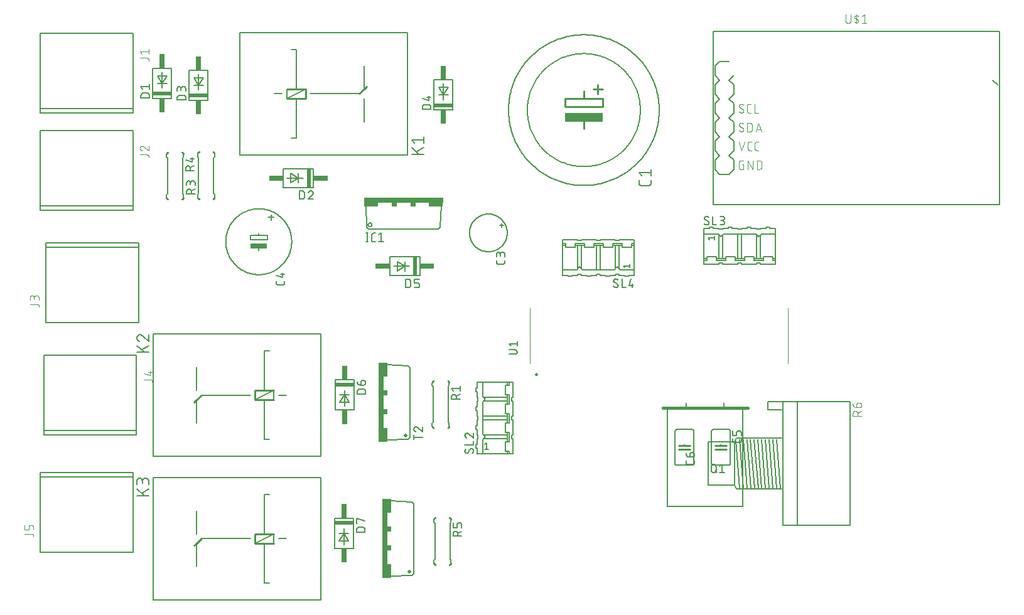
<source format=gbr>
G04 EAGLE Gerber RS-274X export*
G75*
%MOMM*%
%FSLAX34Y34*%
%LPD*%
%INSilkscreen Top*%
%IPPOS*%
%AMOC8*
5,1,8,0,0,1.08239X$1,22.5*%
G01*
%ADD10C,0.152400*%
%ADD11R,2.540000X0.508000*%
%ADD12R,0.762000X1.905000*%
%ADD13C,0.127000*%
%ADD14R,0.508000X2.540000*%
%ADD15R,1.905000X0.762000*%
%ADD16C,0.101600*%
%ADD17C,0.254000*%
%ADD18C,0.177800*%
%ADD19R,5.080000X1.270000*%
%ADD20R,10.668000X0.762000*%
%ADD21R,1.905000X0.508000*%
%ADD22R,0.762000X0.508000*%
%ADD23R,2.286000X0.635000*%
%ADD24C,0.120000*%
%ADD25C,0.200000*%
%ADD26C,0.406400*%
%ADD27C,0.015238*%
%ADD28C,0.508000*%
%ADD29R,0.762000X10.668000*%
%ADD30R,0.508000X1.905000*%
%ADD31R,0.508000X0.762000*%
%ADD32C,0.203200*%


D10*
X239014Y782574D02*
X239014Y741934D01*
X239014Y782574D02*
X213614Y782574D01*
X213614Y741934D01*
X239014Y741934D01*
X226314Y755904D02*
X226314Y762254D01*
X219964Y772414D02*
X232664Y772414D01*
X226314Y762254D01*
X226314Y777494D01*
X219964Y772414D02*
X226314Y762254D01*
X219964Y762254D01*
X226314Y762254D02*
X232664Y762254D01*
D11*
X226314Y748284D03*
D12*
X226314Y792099D03*
X226314Y732409D03*
D13*
X209169Y742569D02*
X197739Y742569D01*
X197739Y745744D01*
X197741Y745855D01*
X197747Y745965D01*
X197756Y746076D01*
X197770Y746186D01*
X197787Y746295D01*
X197808Y746404D01*
X197833Y746512D01*
X197862Y746619D01*
X197894Y746725D01*
X197930Y746830D01*
X197970Y746933D01*
X198013Y747035D01*
X198060Y747136D01*
X198111Y747235D01*
X198164Y747332D01*
X198221Y747426D01*
X198282Y747519D01*
X198345Y747610D01*
X198412Y747699D01*
X198482Y747785D01*
X198555Y747868D01*
X198630Y747950D01*
X198708Y748028D01*
X198790Y748103D01*
X198873Y748176D01*
X198959Y748246D01*
X199048Y748313D01*
X199139Y748376D01*
X199232Y748437D01*
X199327Y748494D01*
X199423Y748547D01*
X199522Y748598D01*
X199623Y748645D01*
X199725Y748688D01*
X199828Y748728D01*
X199933Y748764D01*
X200039Y748796D01*
X200146Y748825D01*
X200254Y748850D01*
X200363Y748871D01*
X200472Y748888D01*
X200582Y748902D01*
X200693Y748911D01*
X200803Y748917D01*
X200914Y748919D01*
X205994Y748919D01*
X206105Y748917D01*
X206215Y748911D01*
X206326Y748902D01*
X206436Y748888D01*
X206545Y748871D01*
X206654Y748850D01*
X206762Y748825D01*
X206869Y748796D01*
X206975Y748764D01*
X207080Y748728D01*
X207183Y748688D01*
X207285Y748645D01*
X207386Y748598D01*
X207485Y748547D01*
X207582Y748494D01*
X207676Y748437D01*
X207769Y748376D01*
X207860Y748313D01*
X207949Y748246D01*
X208035Y748176D01*
X208118Y748103D01*
X208200Y748028D01*
X208278Y747950D01*
X208353Y747868D01*
X208426Y747785D01*
X208496Y747699D01*
X208563Y747610D01*
X208626Y747519D01*
X208687Y747426D01*
X208744Y747332D01*
X208797Y747235D01*
X208848Y747136D01*
X208895Y747035D01*
X208938Y746933D01*
X208978Y746830D01*
X209014Y746725D01*
X209046Y746619D01*
X209075Y746512D01*
X209100Y746404D01*
X209121Y746295D01*
X209138Y746186D01*
X209152Y746076D01*
X209161Y745965D01*
X209167Y745855D01*
X209169Y745744D01*
X209169Y742569D01*
X200279Y754380D02*
X197739Y757555D01*
X209169Y757555D01*
X209169Y754380D02*
X209169Y760730D01*
D10*
X389890Y646938D02*
X430530Y646938D01*
X389890Y646938D02*
X389890Y621538D01*
X430530Y621538D01*
X430530Y646938D01*
X416560Y634238D02*
X410210Y634238D01*
X400050Y627888D02*
X400050Y640588D01*
X410210Y634238D01*
X394970Y634238D01*
X400050Y627888D02*
X410210Y634238D01*
X410210Y627888D01*
X410210Y634238D02*
X410210Y640588D01*
D14*
X424180Y634238D03*
D15*
X380365Y634238D03*
X440055Y634238D03*
D13*
X411734Y617093D02*
X411734Y605663D01*
X411734Y617093D02*
X414909Y617093D01*
X415020Y617091D01*
X415130Y617085D01*
X415241Y617076D01*
X415351Y617062D01*
X415460Y617045D01*
X415569Y617024D01*
X415677Y616999D01*
X415784Y616970D01*
X415890Y616938D01*
X415995Y616902D01*
X416098Y616862D01*
X416200Y616819D01*
X416301Y616772D01*
X416400Y616721D01*
X416497Y616668D01*
X416591Y616611D01*
X416684Y616550D01*
X416775Y616487D01*
X416864Y616420D01*
X416950Y616350D01*
X417033Y616277D01*
X417115Y616202D01*
X417193Y616124D01*
X417268Y616042D01*
X417341Y615959D01*
X417411Y615873D01*
X417478Y615784D01*
X417541Y615693D01*
X417602Y615600D01*
X417659Y615506D01*
X417712Y615409D01*
X417763Y615310D01*
X417810Y615209D01*
X417853Y615107D01*
X417893Y615004D01*
X417929Y614899D01*
X417961Y614793D01*
X417990Y614686D01*
X418015Y614578D01*
X418036Y614469D01*
X418053Y614360D01*
X418067Y614250D01*
X418076Y614139D01*
X418082Y614029D01*
X418084Y613918D01*
X418084Y608838D01*
X418082Y608727D01*
X418076Y608617D01*
X418067Y608506D01*
X418053Y608396D01*
X418036Y608287D01*
X418015Y608178D01*
X417990Y608070D01*
X417961Y607963D01*
X417929Y607857D01*
X417893Y607752D01*
X417853Y607649D01*
X417810Y607547D01*
X417763Y607446D01*
X417712Y607347D01*
X417659Y607251D01*
X417602Y607156D01*
X417541Y607063D01*
X417478Y606972D01*
X417411Y606883D01*
X417341Y606797D01*
X417268Y606714D01*
X417193Y606632D01*
X417115Y606554D01*
X417033Y606479D01*
X416950Y606406D01*
X416864Y606336D01*
X416775Y606269D01*
X416684Y606206D01*
X416591Y606145D01*
X416497Y606088D01*
X416400Y606035D01*
X416301Y605984D01*
X416200Y605937D01*
X416098Y605894D01*
X415995Y605854D01*
X415890Y605818D01*
X415784Y605786D01*
X415677Y605757D01*
X415569Y605732D01*
X415460Y605711D01*
X415351Y605694D01*
X415241Y605680D01*
X415130Y605671D01*
X415020Y605665D01*
X414909Y605663D01*
X411734Y605663D01*
X427038Y617094D02*
X427142Y617092D01*
X427247Y617086D01*
X427351Y617077D01*
X427454Y617064D01*
X427557Y617046D01*
X427659Y617026D01*
X427761Y617001D01*
X427861Y616973D01*
X427961Y616941D01*
X428059Y616905D01*
X428156Y616866D01*
X428251Y616824D01*
X428345Y616778D01*
X428437Y616728D01*
X428527Y616676D01*
X428615Y616620D01*
X428701Y616560D01*
X428785Y616498D01*
X428866Y616433D01*
X428945Y616365D01*
X429022Y616293D01*
X429095Y616220D01*
X429167Y616143D01*
X429235Y616064D01*
X429300Y615983D01*
X429362Y615899D01*
X429422Y615813D01*
X429478Y615725D01*
X429530Y615635D01*
X429580Y615543D01*
X429626Y615449D01*
X429668Y615354D01*
X429707Y615257D01*
X429743Y615159D01*
X429775Y615059D01*
X429803Y614959D01*
X429828Y614857D01*
X429848Y614755D01*
X429866Y614652D01*
X429879Y614549D01*
X429888Y614445D01*
X429894Y614340D01*
X429896Y614236D01*
X427038Y617093D02*
X426920Y617091D01*
X426801Y617085D01*
X426683Y617076D01*
X426566Y617063D01*
X426449Y617045D01*
X426332Y617025D01*
X426216Y617000D01*
X426101Y616972D01*
X425988Y616939D01*
X425875Y616904D01*
X425763Y616864D01*
X425653Y616822D01*
X425544Y616775D01*
X425436Y616725D01*
X425331Y616672D01*
X425227Y616615D01*
X425125Y616555D01*
X425025Y616492D01*
X424927Y616425D01*
X424831Y616356D01*
X424738Y616283D01*
X424647Y616207D01*
X424558Y616129D01*
X424472Y616047D01*
X424389Y615963D01*
X424308Y615877D01*
X424231Y615787D01*
X424156Y615696D01*
X424084Y615602D01*
X424015Y615505D01*
X423950Y615407D01*
X423887Y615306D01*
X423828Y615203D01*
X423772Y615099D01*
X423720Y614993D01*
X423671Y614885D01*
X423626Y614776D01*
X423584Y614665D01*
X423546Y614553D01*
X428943Y612014D02*
X429019Y612089D01*
X429094Y612168D01*
X429165Y612249D01*
X429234Y612333D01*
X429299Y612419D01*
X429361Y612507D01*
X429421Y612597D01*
X429477Y612689D01*
X429530Y612784D01*
X429579Y612880D01*
X429625Y612978D01*
X429668Y613077D01*
X429707Y613178D01*
X429742Y613280D01*
X429774Y613383D01*
X429802Y613487D01*
X429827Y613592D01*
X429848Y613699D01*
X429865Y613805D01*
X429878Y613912D01*
X429887Y614020D01*
X429893Y614128D01*
X429895Y614236D01*
X428943Y612013D02*
X423545Y605663D01*
X429895Y605663D01*
D10*
X288036Y739140D02*
X288036Y779780D01*
X262636Y779780D01*
X262636Y739140D01*
X288036Y739140D01*
X275336Y753110D02*
X275336Y759460D01*
X268986Y769620D02*
X281686Y769620D01*
X275336Y759460D01*
X275336Y774700D01*
X268986Y769620D02*
X275336Y759460D01*
X268986Y759460D01*
X275336Y759460D02*
X281686Y759460D01*
D11*
X275336Y745490D03*
D12*
X275336Y789305D03*
X275336Y729615D03*
D13*
X258191Y739775D02*
X246761Y739775D01*
X246761Y742950D01*
X246763Y743061D01*
X246769Y743171D01*
X246778Y743282D01*
X246792Y743392D01*
X246809Y743501D01*
X246830Y743610D01*
X246855Y743718D01*
X246884Y743825D01*
X246916Y743931D01*
X246952Y744036D01*
X246992Y744139D01*
X247035Y744241D01*
X247082Y744342D01*
X247133Y744441D01*
X247186Y744538D01*
X247243Y744632D01*
X247304Y744725D01*
X247367Y744816D01*
X247434Y744905D01*
X247504Y744991D01*
X247577Y745074D01*
X247652Y745156D01*
X247730Y745234D01*
X247812Y745309D01*
X247895Y745382D01*
X247981Y745452D01*
X248070Y745519D01*
X248161Y745582D01*
X248254Y745643D01*
X248349Y745700D01*
X248445Y745753D01*
X248544Y745804D01*
X248645Y745851D01*
X248747Y745894D01*
X248850Y745934D01*
X248955Y745970D01*
X249061Y746002D01*
X249168Y746031D01*
X249276Y746056D01*
X249385Y746077D01*
X249494Y746094D01*
X249604Y746108D01*
X249715Y746117D01*
X249825Y746123D01*
X249936Y746125D01*
X255016Y746125D01*
X255127Y746123D01*
X255237Y746117D01*
X255348Y746108D01*
X255458Y746094D01*
X255567Y746077D01*
X255676Y746056D01*
X255784Y746031D01*
X255891Y746002D01*
X255997Y745970D01*
X256102Y745934D01*
X256205Y745894D01*
X256307Y745851D01*
X256408Y745804D01*
X256507Y745753D01*
X256604Y745700D01*
X256698Y745643D01*
X256791Y745582D01*
X256882Y745519D01*
X256971Y745452D01*
X257057Y745382D01*
X257140Y745309D01*
X257222Y745234D01*
X257300Y745156D01*
X257375Y745074D01*
X257448Y744991D01*
X257518Y744905D01*
X257585Y744816D01*
X257648Y744725D01*
X257709Y744632D01*
X257766Y744538D01*
X257819Y744441D01*
X257870Y744342D01*
X257917Y744241D01*
X257960Y744139D01*
X258000Y744036D01*
X258036Y743931D01*
X258068Y743825D01*
X258097Y743718D01*
X258122Y743610D01*
X258143Y743501D01*
X258160Y743392D01*
X258174Y743282D01*
X258183Y743171D01*
X258189Y743061D01*
X258191Y742950D01*
X258191Y739775D01*
X258191Y751586D02*
X258191Y754761D01*
X258189Y754872D01*
X258183Y754982D01*
X258174Y755093D01*
X258160Y755203D01*
X258143Y755312D01*
X258122Y755421D01*
X258097Y755529D01*
X258068Y755636D01*
X258036Y755742D01*
X258000Y755847D01*
X257960Y755950D01*
X257917Y756052D01*
X257870Y756153D01*
X257819Y756252D01*
X257766Y756349D01*
X257709Y756443D01*
X257648Y756536D01*
X257585Y756627D01*
X257518Y756716D01*
X257448Y756802D01*
X257375Y756885D01*
X257300Y756967D01*
X257222Y757045D01*
X257140Y757120D01*
X257057Y757193D01*
X256971Y757263D01*
X256882Y757330D01*
X256791Y757393D01*
X256698Y757454D01*
X256604Y757511D01*
X256507Y757564D01*
X256408Y757615D01*
X256307Y757662D01*
X256205Y757705D01*
X256102Y757745D01*
X255997Y757781D01*
X255891Y757813D01*
X255784Y757842D01*
X255676Y757867D01*
X255567Y757888D01*
X255458Y757905D01*
X255348Y757919D01*
X255237Y757928D01*
X255127Y757934D01*
X255016Y757936D01*
X254905Y757934D01*
X254795Y757928D01*
X254684Y757919D01*
X254574Y757905D01*
X254465Y757888D01*
X254356Y757867D01*
X254248Y757842D01*
X254141Y757813D01*
X254035Y757781D01*
X253930Y757745D01*
X253827Y757705D01*
X253725Y757662D01*
X253624Y757615D01*
X253525Y757564D01*
X253429Y757511D01*
X253334Y757454D01*
X253241Y757393D01*
X253150Y757330D01*
X253061Y757263D01*
X252975Y757193D01*
X252892Y757120D01*
X252810Y757045D01*
X252732Y756967D01*
X252657Y756885D01*
X252584Y756802D01*
X252514Y756716D01*
X252447Y756627D01*
X252384Y756536D01*
X252323Y756443D01*
X252266Y756349D01*
X252213Y756252D01*
X252162Y756153D01*
X252115Y756052D01*
X252072Y755950D01*
X252032Y755847D01*
X251996Y755742D01*
X251964Y755636D01*
X251935Y755529D01*
X251910Y755421D01*
X251889Y755312D01*
X251872Y755203D01*
X251858Y755093D01*
X251849Y754982D01*
X251843Y754872D01*
X251841Y754761D01*
X246761Y755396D02*
X246761Y751586D01*
X246761Y755396D02*
X246763Y755496D01*
X246769Y755595D01*
X246779Y755695D01*
X246792Y755793D01*
X246810Y755892D01*
X246831Y755989D01*
X246856Y756085D01*
X246885Y756181D01*
X246918Y756275D01*
X246954Y756368D01*
X246994Y756459D01*
X247038Y756549D01*
X247085Y756637D01*
X247135Y756723D01*
X247189Y756807D01*
X247246Y756889D01*
X247306Y756968D01*
X247370Y757046D01*
X247436Y757120D01*
X247505Y757192D01*
X247577Y757261D01*
X247651Y757327D01*
X247729Y757391D01*
X247808Y757451D01*
X247890Y757508D01*
X247974Y757562D01*
X248060Y757612D01*
X248148Y757659D01*
X248238Y757703D01*
X248329Y757743D01*
X248422Y757779D01*
X248516Y757812D01*
X248612Y757841D01*
X248708Y757866D01*
X248805Y757887D01*
X248904Y757905D01*
X249002Y757918D01*
X249102Y757928D01*
X249201Y757934D01*
X249301Y757936D01*
X249401Y757934D01*
X249500Y757928D01*
X249600Y757918D01*
X249698Y757905D01*
X249797Y757887D01*
X249894Y757866D01*
X249990Y757841D01*
X250086Y757812D01*
X250180Y757779D01*
X250273Y757743D01*
X250364Y757703D01*
X250454Y757659D01*
X250542Y757612D01*
X250628Y757562D01*
X250712Y757508D01*
X250794Y757451D01*
X250873Y757391D01*
X250951Y757327D01*
X251025Y757261D01*
X251097Y757192D01*
X251166Y757120D01*
X251232Y757046D01*
X251296Y756968D01*
X251356Y756889D01*
X251413Y756807D01*
X251467Y756723D01*
X251517Y756637D01*
X251564Y756549D01*
X251608Y756459D01*
X251648Y756368D01*
X251684Y756275D01*
X251717Y756181D01*
X251746Y756085D01*
X251771Y755989D01*
X251792Y755892D01*
X251810Y755793D01*
X251823Y755695D01*
X251833Y755595D01*
X251839Y755496D01*
X251841Y755396D01*
X251841Y752856D01*
X62000Y727710D02*
X62000Y829310D01*
X187000Y829310D02*
X187000Y727710D01*
X187000Y829310D02*
X62000Y829310D01*
X62000Y727710D02*
X187000Y727710D01*
X187000Y721710D01*
X62000Y721710D01*
X62000Y727710D01*
D16*
X196408Y796638D02*
X205496Y796638D01*
X205496Y796637D02*
X205595Y796635D01*
X205695Y796629D01*
X205794Y796620D01*
X205892Y796607D01*
X205990Y796590D01*
X206088Y796569D01*
X206184Y796544D01*
X206279Y796516D01*
X206373Y796484D01*
X206466Y796449D01*
X206558Y796410D01*
X206648Y796367D01*
X206736Y796322D01*
X206823Y796272D01*
X206907Y796220D01*
X206990Y796164D01*
X207070Y796106D01*
X207148Y796044D01*
X207223Y795979D01*
X207296Y795911D01*
X207366Y795841D01*
X207434Y795768D01*
X207499Y795693D01*
X207561Y795615D01*
X207619Y795535D01*
X207675Y795452D01*
X207727Y795368D01*
X207777Y795281D01*
X207822Y795193D01*
X207865Y795103D01*
X207904Y795011D01*
X207939Y794918D01*
X207971Y794824D01*
X207999Y794729D01*
X208024Y794633D01*
X208045Y794535D01*
X208062Y794437D01*
X208075Y794339D01*
X208084Y794240D01*
X208090Y794140D01*
X208092Y794041D01*
X208092Y792743D01*
X199004Y801911D02*
X196408Y805156D01*
X208092Y805156D01*
X208092Y801911D02*
X208092Y808402D01*
D13*
X62000Y698500D02*
X62000Y596900D01*
X187000Y596900D02*
X187000Y698500D01*
X62000Y698500D01*
X62000Y596900D02*
X187000Y596900D01*
X187000Y590900D01*
X62000Y590900D01*
X62000Y596900D01*
D16*
X196408Y665828D02*
X205496Y665828D01*
X205496Y665827D02*
X205595Y665825D01*
X205695Y665819D01*
X205794Y665810D01*
X205892Y665797D01*
X205990Y665780D01*
X206088Y665759D01*
X206184Y665734D01*
X206279Y665706D01*
X206373Y665674D01*
X206466Y665639D01*
X206558Y665600D01*
X206648Y665557D01*
X206736Y665512D01*
X206823Y665462D01*
X206907Y665410D01*
X206990Y665354D01*
X207070Y665296D01*
X207148Y665234D01*
X207223Y665169D01*
X207296Y665101D01*
X207366Y665031D01*
X207434Y664958D01*
X207499Y664883D01*
X207561Y664805D01*
X207619Y664725D01*
X207675Y664642D01*
X207727Y664558D01*
X207777Y664471D01*
X207822Y664383D01*
X207865Y664293D01*
X207904Y664201D01*
X207939Y664108D01*
X207971Y664014D01*
X207999Y663919D01*
X208024Y663823D01*
X208045Y663725D01*
X208062Y663627D01*
X208075Y663529D01*
X208084Y663430D01*
X208090Y663330D01*
X208092Y663231D01*
X208092Y661933D01*
X196408Y674671D02*
X196410Y674778D01*
X196416Y674884D01*
X196426Y674990D01*
X196439Y675096D01*
X196457Y675202D01*
X196478Y675306D01*
X196503Y675410D01*
X196532Y675513D01*
X196564Y675614D01*
X196601Y675714D01*
X196641Y675813D01*
X196684Y675911D01*
X196731Y676007D01*
X196782Y676101D01*
X196836Y676193D01*
X196893Y676283D01*
X196953Y676371D01*
X197017Y676456D01*
X197084Y676539D01*
X197154Y676620D01*
X197226Y676698D01*
X197302Y676774D01*
X197380Y676846D01*
X197461Y676916D01*
X197544Y676983D01*
X197629Y677047D01*
X197717Y677107D01*
X197807Y677164D01*
X197899Y677218D01*
X197993Y677269D01*
X198089Y677316D01*
X198187Y677359D01*
X198286Y677399D01*
X198386Y677436D01*
X198487Y677468D01*
X198590Y677497D01*
X198694Y677522D01*
X198798Y677543D01*
X198904Y677561D01*
X199010Y677574D01*
X199116Y677584D01*
X199222Y677590D01*
X199329Y677592D01*
X196408Y674671D02*
X196410Y674550D01*
X196416Y674429D01*
X196426Y674309D01*
X196439Y674188D01*
X196457Y674069D01*
X196478Y673949D01*
X196503Y673831D01*
X196532Y673714D01*
X196565Y673597D01*
X196601Y673482D01*
X196642Y673368D01*
X196685Y673255D01*
X196733Y673143D01*
X196784Y673034D01*
X196839Y672926D01*
X196897Y672819D01*
X196958Y672715D01*
X197023Y672613D01*
X197091Y672513D01*
X197162Y672415D01*
X197236Y672319D01*
X197313Y672226D01*
X197394Y672136D01*
X197477Y672048D01*
X197563Y671963D01*
X197652Y671880D01*
X197743Y671801D01*
X197837Y671724D01*
X197933Y671651D01*
X198031Y671581D01*
X198132Y671514D01*
X198235Y671450D01*
X198340Y671390D01*
X198447Y671332D01*
X198555Y671279D01*
X198665Y671229D01*
X198777Y671183D01*
X198890Y671140D01*
X199005Y671101D01*
X201601Y676618D02*
X201523Y676697D01*
X201443Y676773D01*
X201360Y676846D01*
X201274Y676916D01*
X201187Y676983D01*
X201096Y677047D01*
X201004Y677107D01*
X200910Y677165D01*
X200813Y677219D01*
X200715Y677269D01*
X200615Y677316D01*
X200514Y677360D01*
X200411Y677400D01*
X200306Y677436D01*
X200201Y677468D01*
X200094Y677497D01*
X199987Y677522D01*
X199878Y677544D01*
X199769Y677561D01*
X199660Y677575D01*
X199550Y677584D01*
X199439Y677590D01*
X199329Y677592D01*
X201601Y676618D02*
X208092Y671101D01*
X208092Y677592D01*
D10*
X330962Y830580D02*
X557022Y830580D01*
X557022Y665480D01*
X330962Y665480D01*
X330962Y830580D01*
X400812Y807720D02*
X407162Y807720D01*
X407162Y754380D01*
D17*
X394462Y754380D01*
D10*
X394462Y741680D01*
D17*
X419862Y741680D02*
X419862Y754380D01*
X407162Y754380D01*
X407162Y741680D02*
X394462Y741680D01*
D10*
X407162Y741680D02*
X407162Y688340D01*
D17*
X407162Y741680D02*
X419862Y741680D01*
D10*
X407162Y688340D02*
X400812Y688340D01*
X394462Y741680D02*
X419862Y754380D01*
X426212Y748030D02*
X492252Y748030D01*
D17*
X498602Y754380D01*
D10*
X498602Y785368D01*
X498602Y741680D02*
X498602Y710438D01*
D17*
X498602Y754380D02*
X501904Y757428D01*
D10*
X388112Y748030D02*
X377952Y748030D01*
D18*
X562991Y666369D02*
X578993Y666369D01*
X572770Y666369D02*
X562991Y675259D01*
X569214Y669925D02*
X578993Y675259D01*
X566547Y681247D02*
X562991Y685692D01*
X578993Y685692D01*
X578993Y681247D02*
X578993Y690137D01*
D17*
X795020Y741680D02*
X795020Y751332D01*
X795020Y741680D02*
X820420Y741680D01*
X820420Y730250D01*
X769620Y730250D01*
X769620Y741680D01*
X795020Y741680D01*
X795020Y719582D02*
X795020Y700532D01*
X807720Y753872D02*
X820420Y753872D01*
X814070Y747522D02*
X814070Y760222D01*
D10*
X693420Y725932D02*
X693451Y728425D01*
X693542Y730917D01*
X693695Y733406D01*
X693909Y735891D01*
X694184Y738369D01*
X694520Y740840D01*
X694916Y743302D01*
X695372Y745753D01*
X695889Y748193D01*
X696465Y750619D01*
X697100Y753030D01*
X697795Y755425D01*
X698548Y757802D01*
X699359Y760160D01*
X700228Y762497D01*
X701154Y764813D01*
X702136Y767105D01*
X703175Y769372D01*
X704268Y771613D01*
X705417Y773826D01*
X706619Y776010D01*
X707875Y778165D01*
X709183Y780288D01*
X710543Y782378D01*
X711953Y784434D01*
X713414Y786455D01*
X714924Y788440D01*
X716482Y790386D01*
X718088Y792294D01*
X719739Y794162D01*
X721436Y795989D01*
X723178Y797774D01*
X724963Y799516D01*
X726790Y801213D01*
X728658Y802864D01*
X730566Y804470D01*
X732512Y806028D01*
X734497Y807538D01*
X736518Y808999D01*
X738574Y810409D01*
X740664Y811769D01*
X742787Y813077D01*
X744942Y814333D01*
X747126Y815535D01*
X749339Y816684D01*
X751580Y817777D01*
X753847Y818816D01*
X756139Y819798D01*
X758455Y820724D01*
X760792Y821593D01*
X763150Y822404D01*
X765527Y823157D01*
X767922Y823852D01*
X770333Y824487D01*
X772759Y825063D01*
X775199Y825580D01*
X777650Y826036D01*
X780112Y826432D01*
X782583Y826768D01*
X785061Y827043D01*
X787546Y827257D01*
X790035Y827410D01*
X792527Y827501D01*
X795020Y827532D01*
X797513Y827501D01*
X800005Y827410D01*
X802494Y827257D01*
X804979Y827043D01*
X807457Y826768D01*
X809928Y826432D01*
X812390Y826036D01*
X814841Y825580D01*
X817281Y825063D01*
X819707Y824487D01*
X822118Y823852D01*
X824513Y823157D01*
X826890Y822404D01*
X829248Y821593D01*
X831585Y820724D01*
X833901Y819798D01*
X836193Y818816D01*
X838460Y817777D01*
X840701Y816684D01*
X842914Y815535D01*
X845098Y814333D01*
X847253Y813077D01*
X849376Y811769D01*
X851466Y810409D01*
X853522Y808999D01*
X855543Y807538D01*
X857528Y806028D01*
X859474Y804470D01*
X861382Y802864D01*
X863250Y801213D01*
X865077Y799516D01*
X866862Y797774D01*
X868604Y795989D01*
X870301Y794162D01*
X871952Y792294D01*
X873558Y790386D01*
X875116Y788440D01*
X876626Y786455D01*
X878087Y784434D01*
X879497Y782378D01*
X880857Y780288D01*
X882165Y778165D01*
X883421Y776010D01*
X884623Y773826D01*
X885772Y771613D01*
X886865Y769372D01*
X887904Y767105D01*
X888886Y764813D01*
X889812Y762497D01*
X890681Y760160D01*
X891492Y757802D01*
X892245Y755425D01*
X892940Y753030D01*
X893575Y750619D01*
X894151Y748193D01*
X894668Y745753D01*
X895124Y743302D01*
X895520Y740840D01*
X895856Y738369D01*
X896131Y735891D01*
X896345Y733406D01*
X896498Y730917D01*
X896589Y728425D01*
X896620Y725932D01*
X896589Y723439D01*
X896498Y720947D01*
X896345Y718458D01*
X896131Y715973D01*
X895856Y713495D01*
X895520Y711024D01*
X895124Y708562D01*
X894668Y706111D01*
X894151Y703671D01*
X893575Y701245D01*
X892940Y698834D01*
X892245Y696439D01*
X891492Y694062D01*
X890681Y691704D01*
X889812Y689367D01*
X888886Y687051D01*
X887904Y684759D01*
X886865Y682492D01*
X885772Y680251D01*
X884623Y678038D01*
X883421Y675854D01*
X882165Y673699D01*
X880857Y671576D01*
X879497Y669486D01*
X878087Y667430D01*
X876626Y665409D01*
X875116Y663424D01*
X873558Y661478D01*
X871952Y659570D01*
X870301Y657702D01*
X868604Y655875D01*
X866862Y654090D01*
X865077Y652348D01*
X863250Y650651D01*
X861382Y649000D01*
X859474Y647394D01*
X857528Y645836D01*
X855543Y644326D01*
X853522Y642865D01*
X851466Y641455D01*
X849376Y640095D01*
X847253Y638787D01*
X845098Y637531D01*
X842914Y636329D01*
X840701Y635180D01*
X838460Y634087D01*
X836193Y633048D01*
X833901Y632066D01*
X831585Y631140D01*
X829248Y630271D01*
X826890Y629460D01*
X824513Y628707D01*
X822118Y628012D01*
X819707Y627377D01*
X817281Y626801D01*
X814841Y626284D01*
X812390Y625828D01*
X809928Y625432D01*
X807457Y625096D01*
X804979Y624821D01*
X802494Y624607D01*
X800005Y624454D01*
X797513Y624363D01*
X795020Y624332D01*
X792527Y624363D01*
X790035Y624454D01*
X787546Y624607D01*
X785061Y624821D01*
X782583Y625096D01*
X780112Y625432D01*
X777650Y625828D01*
X775199Y626284D01*
X772759Y626801D01*
X770333Y627377D01*
X767922Y628012D01*
X765527Y628707D01*
X763150Y629460D01*
X760792Y630271D01*
X758455Y631140D01*
X756139Y632066D01*
X753847Y633048D01*
X751580Y634087D01*
X749339Y635180D01*
X747126Y636329D01*
X744942Y637531D01*
X742787Y638787D01*
X740664Y640095D01*
X738574Y641455D01*
X736518Y642865D01*
X734497Y644326D01*
X732512Y645836D01*
X730566Y647394D01*
X728658Y649000D01*
X726790Y650651D01*
X724963Y652348D01*
X723178Y654090D01*
X721436Y655875D01*
X719739Y657702D01*
X718088Y659570D01*
X716482Y661478D01*
X714924Y663424D01*
X713414Y665409D01*
X711953Y667430D01*
X710543Y669486D01*
X709183Y671576D01*
X707875Y673699D01*
X706619Y675854D01*
X705417Y678038D01*
X704268Y680251D01*
X703175Y682492D01*
X702136Y684759D01*
X701154Y687051D01*
X700228Y689367D01*
X699359Y691704D01*
X698548Y694062D01*
X697795Y696439D01*
X697100Y698834D01*
X696465Y701245D01*
X695889Y703671D01*
X695372Y706111D01*
X694916Y708562D01*
X694520Y711024D01*
X694184Y713495D01*
X693909Y715973D01*
X693695Y718458D01*
X693542Y720947D01*
X693451Y723439D01*
X693420Y725932D01*
X718820Y725932D02*
X718843Y727802D01*
X718912Y729671D01*
X719026Y731538D01*
X719187Y733401D01*
X719393Y735260D01*
X719645Y737113D01*
X719942Y738959D01*
X720284Y740798D01*
X720671Y742628D01*
X721104Y744447D01*
X721580Y746256D01*
X722101Y748052D01*
X722666Y749835D01*
X723274Y751603D01*
X723926Y753356D01*
X724620Y755092D01*
X725357Y756811D01*
X726136Y758512D01*
X726956Y760192D01*
X727818Y761852D01*
X728719Y763491D01*
X729661Y765107D01*
X730642Y766699D01*
X731662Y768266D01*
X732720Y769809D01*
X733816Y771324D01*
X734948Y772813D01*
X736117Y774273D01*
X737321Y775704D01*
X738560Y777105D01*
X739832Y778475D01*
X741138Y779814D01*
X742477Y781120D01*
X743847Y782392D01*
X745248Y783631D01*
X746679Y784835D01*
X748139Y786004D01*
X749628Y787136D01*
X751143Y788232D01*
X752686Y789290D01*
X754253Y790310D01*
X755845Y791291D01*
X757461Y792233D01*
X759100Y793134D01*
X760760Y793996D01*
X762440Y794816D01*
X764141Y795595D01*
X765860Y796332D01*
X767596Y797026D01*
X769349Y797678D01*
X771117Y798286D01*
X772900Y798851D01*
X774696Y799372D01*
X776505Y799848D01*
X778324Y800281D01*
X780154Y800668D01*
X781993Y801010D01*
X783839Y801307D01*
X785692Y801559D01*
X787551Y801765D01*
X789414Y801926D01*
X791281Y802040D01*
X793150Y802109D01*
X795020Y802132D01*
X796890Y802109D01*
X798759Y802040D01*
X800626Y801926D01*
X802489Y801765D01*
X804348Y801559D01*
X806201Y801307D01*
X808047Y801010D01*
X809886Y800668D01*
X811716Y800281D01*
X813535Y799848D01*
X815344Y799372D01*
X817140Y798851D01*
X818923Y798286D01*
X820691Y797678D01*
X822444Y797026D01*
X824180Y796332D01*
X825899Y795595D01*
X827600Y794816D01*
X829280Y793996D01*
X830940Y793134D01*
X832579Y792233D01*
X834195Y791291D01*
X835787Y790310D01*
X837354Y789290D01*
X838897Y788232D01*
X840412Y787136D01*
X841901Y786004D01*
X843361Y784835D01*
X844792Y783631D01*
X846193Y782392D01*
X847563Y781120D01*
X848902Y779814D01*
X850208Y778475D01*
X851480Y777105D01*
X852719Y775704D01*
X853923Y774273D01*
X855092Y772813D01*
X856224Y771324D01*
X857320Y769809D01*
X858378Y768266D01*
X859398Y766699D01*
X860379Y765107D01*
X861321Y763491D01*
X862222Y761852D01*
X863084Y760192D01*
X863904Y758512D01*
X864683Y756811D01*
X865420Y755092D01*
X866114Y753356D01*
X866766Y751603D01*
X867374Y749835D01*
X867939Y748052D01*
X868460Y746256D01*
X868936Y744447D01*
X869369Y742628D01*
X869756Y740798D01*
X870098Y738959D01*
X870395Y737113D01*
X870647Y735260D01*
X870853Y733401D01*
X871014Y731538D01*
X871128Y729671D01*
X871197Y727802D01*
X871220Y725932D01*
X871197Y724062D01*
X871128Y722193D01*
X871014Y720326D01*
X870853Y718463D01*
X870647Y716604D01*
X870395Y714751D01*
X870098Y712905D01*
X869756Y711066D01*
X869369Y709236D01*
X868936Y707417D01*
X868460Y705608D01*
X867939Y703812D01*
X867374Y702029D01*
X866766Y700261D01*
X866114Y698508D01*
X865420Y696772D01*
X864683Y695053D01*
X863904Y693352D01*
X863084Y691672D01*
X862222Y690012D01*
X861321Y688373D01*
X860379Y686757D01*
X859398Y685165D01*
X858378Y683598D01*
X857320Y682055D01*
X856224Y680540D01*
X855092Y679051D01*
X853923Y677591D01*
X852719Y676160D01*
X851480Y674759D01*
X850208Y673389D01*
X848902Y672050D01*
X847563Y670744D01*
X846193Y669472D01*
X844792Y668233D01*
X843361Y667029D01*
X841901Y665860D01*
X840412Y664728D01*
X838897Y663632D01*
X837354Y662574D01*
X835787Y661554D01*
X834195Y660573D01*
X832579Y659631D01*
X830940Y658730D01*
X829280Y657868D01*
X827600Y657048D01*
X825899Y656269D01*
X824180Y655532D01*
X822444Y654838D01*
X820691Y654186D01*
X818923Y653578D01*
X817140Y653013D01*
X815344Y652492D01*
X813535Y652016D01*
X811716Y651583D01*
X809886Y651196D01*
X808047Y650854D01*
X806201Y650557D01*
X804348Y650305D01*
X802489Y650099D01*
X800626Y649938D01*
X798759Y649824D01*
X796890Y649755D01*
X795020Y649732D01*
X793150Y649755D01*
X791281Y649824D01*
X789414Y649938D01*
X787551Y650099D01*
X785692Y650305D01*
X783839Y650557D01*
X781993Y650854D01*
X780154Y651196D01*
X778324Y651583D01*
X776505Y652016D01*
X774696Y652492D01*
X772900Y653013D01*
X771117Y653578D01*
X769349Y654186D01*
X767596Y654838D01*
X765860Y655532D01*
X764141Y656269D01*
X762440Y657048D01*
X760760Y657868D01*
X759100Y658730D01*
X757461Y659631D01*
X755845Y660573D01*
X754253Y661554D01*
X752686Y662574D01*
X751143Y663632D01*
X749628Y664728D01*
X748139Y665860D01*
X746679Y667029D01*
X745248Y668233D01*
X743847Y669472D01*
X742477Y670744D01*
X741138Y672050D01*
X739832Y673389D01*
X738560Y674759D01*
X737321Y676160D01*
X736117Y677591D01*
X734948Y679051D01*
X733816Y680540D01*
X732720Y682055D01*
X731662Y683598D01*
X730642Y685165D01*
X729661Y686757D01*
X728719Y688373D01*
X727818Y690012D01*
X726956Y691672D01*
X726136Y693352D01*
X725357Y695053D01*
X724620Y696772D01*
X723926Y698508D01*
X723274Y700261D01*
X722666Y702029D01*
X722101Y703812D01*
X721580Y705608D01*
X721104Y707417D01*
X720671Y709236D01*
X720284Y711066D01*
X719942Y712905D01*
X719645Y714751D01*
X719393Y716604D01*
X719187Y718463D01*
X719026Y720326D01*
X718912Y722193D01*
X718843Y724062D01*
X718820Y725932D01*
D19*
X795020Y716280D03*
D18*
X885571Y631201D02*
X885571Y627645D01*
X885569Y627529D01*
X885563Y627412D01*
X885554Y627296D01*
X885541Y627181D01*
X885524Y627066D01*
X885503Y626951D01*
X885478Y626838D01*
X885450Y626725D01*
X885418Y626613D01*
X885382Y626502D01*
X885343Y626392D01*
X885300Y626284D01*
X885254Y626177D01*
X885204Y626072D01*
X885151Y625969D01*
X885095Y625867D01*
X885035Y625767D01*
X884972Y625669D01*
X884905Y625574D01*
X884836Y625480D01*
X884764Y625389D01*
X884689Y625300D01*
X884610Y625214D01*
X884529Y625131D01*
X884446Y625050D01*
X884360Y624971D01*
X884271Y624896D01*
X884180Y624824D01*
X884086Y624755D01*
X883991Y624688D01*
X883893Y624625D01*
X883793Y624565D01*
X883691Y624509D01*
X883588Y624456D01*
X883483Y624406D01*
X883376Y624360D01*
X883268Y624317D01*
X883158Y624278D01*
X883047Y624242D01*
X882935Y624210D01*
X882822Y624182D01*
X882709Y624157D01*
X882594Y624136D01*
X882479Y624119D01*
X882364Y624106D01*
X882248Y624097D01*
X882131Y624091D01*
X882015Y624089D01*
X873125Y624089D01*
X873009Y624091D01*
X872892Y624097D01*
X872776Y624106D01*
X872661Y624119D01*
X872546Y624136D01*
X872431Y624157D01*
X872318Y624182D01*
X872205Y624210D01*
X872093Y624242D01*
X871982Y624278D01*
X871872Y624317D01*
X871764Y624360D01*
X871657Y624406D01*
X871552Y624456D01*
X871449Y624509D01*
X871347Y624565D01*
X871247Y624625D01*
X871149Y624688D01*
X871054Y624755D01*
X870960Y624824D01*
X870869Y624896D01*
X870780Y624971D01*
X870694Y625050D01*
X870611Y625131D01*
X870530Y625214D01*
X870451Y625300D01*
X870376Y625389D01*
X870304Y625480D01*
X870235Y625574D01*
X870168Y625669D01*
X870105Y625767D01*
X870045Y625867D01*
X869989Y625969D01*
X869936Y626072D01*
X869886Y626177D01*
X869840Y626284D01*
X869797Y626392D01*
X869758Y626502D01*
X869722Y626613D01*
X869690Y626725D01*
X869662Y626838D01*
X869637Y626951D01*
X869616Y627066D01*
X869599Y627181D01*
X869586Y627296D01*
X869577Y627412D01*
X869571Y627529D01*
X869569Y627645D01*
X869569Y631201D01*
X873125Y637159D02*
X869569Y641604D01*
X885571Y641604D01*
X885571Y637159D02*
X885571Y646049D01*
D10*
X618490Y726186D02*
X618490Y766826D01*
X593090Y766826D01*
X593090Y726186D01*
X618490Y726186D01*
X605790Y740156D02*
X605790Y746506D01*
X599440Y756666D02*
X612140Y756666D01*
X605790Y746506D01*
X605790Y761746D01*
X599440Y756666D02*
X605790Y746506D01*
X599440Y746506D01*
X605790Y746506D02*
X612140Y746506D01*
D11*
X605790Y732536D03*
D12*
X605790Y776351D03*
X605790Y716661D03*
D13*
X588645Y726821D02*
X577215Y726821D01*
X577215Y729996D01*
X577217Y730107D01*
X577223Y730217D01*
X577232Y730328D01*
X577246Y730438D01*
X577263Y730547D01*
X577284Y730656D01*
X577309Y730764D01*
X577338Y730871D01*
X577370Y730977D01*
X577406Y731082D01*
X577446Y731185D01*
X577489Y731287D01*
X577536Y731388D01*
X577587Y731487D01*
X577640Y731584D01*
X577697Y731678D01*
X577758Y731771D01*
X577821Y731862D01*
X577888Y731951D01*
X577958Y732037D01*
X578031Y732120D01*
X578106Y732202D01*
X578184Y732280D01*
X578266Y732355D01*
X578349Y732428D01*
X578435Y732498D01*
X578524Y732565D01*
X578615Y732628D01*
X578708Y732689D01*
X578803Y732746D01*
X578899Y732799D01*
X578998Y732850D01*
X579099Y732897D01*
X579201Y732940D01*
X579304Y732980D01*
X579409Y733016D01*
X579515Y733048D01*
X579622Y733077D01*
X579730Y733102D01*
X579839Y733123D01*
X579948Y733140D01*
X580058Y733154D01*
X580169Y733163D01*
X580279Y733169D01*
X580390Y733171D01*
X585470Y733171D01*
X585581Y733169D01*
X585691Y733163D01*
X585802Y733154D01*
X585912Y733140D01*
X586021Y733123D01*
X586130Y733102D01*
X586238Y733077D01*
X586345Y733048D01*
X586451Y733016D01*
X586556Y732980D01*
X586659Y732940D01*
X586761Y732897D01*
X586862Y732850D01*
X586961Y732799D01*
X587058Y732746D01*
X587152Y732689D01*
X587245Y732628D01*
X587336Y732565D01*
X587425Y732498D01*
X587511Y732428D01*
X587594Y732355D01*
X587676Y732280D01*
X587754Y732202D01*
X587829Y732120D01*
X587902Y732037D01*
X587972Y731951D01*
X588039Y731862D01*
X588102Y731771D01*
X588163Y731678D01*
X588220Y731584D01*
X588273Y731487D01*
X588324Y731388D01*
X588371Y731287D01*
X588414Y731185D01*
X588454Y731082D01*
X588490Y730977D01*
X588522Y730871D01*
X588551Y730764D01*
X588576Y730656D01*
X588597Y730547D01*
X588614Y730438D01*
X588628Y730328D01*
X588637Y730217D01*
X588643Y730107D01*
X588645Y729996D01*
X588645Y726821D01*
X586105Y738632D02*
X577215Y741172D01*
X586105Y738632D02*
X586105Y744982D01*
X583565Y743077D02*
X588645Y743077D01*
X602488Y596900D02*
X601218Y567690D01*
X598678Y565150D01*
X504698Y565150D01*
X502158Y567690D01*
X500888Y596900D01*
X504190Y571246D02*
X504192Y571346D01*
X504198Y571447D01*
X504208Y571546D01*
X504222Y571646D01*
X504239Y571745D01*
X504261Y571843D01*
X504287Y571940D01*
X504316Y572036D01*
X504349Y572130D01*
X504386Y572224D01*
X504426Y572316D01*
X504470Y572406D01*
X504518Y572494D01*
X504569Y572581D01*
X504623Y572665D01*
X504681Y572747D01*
X504742Y572827D01*
X504806Y572904D01*
X504873Y572979D01*
X504943Y573051D01*
X505016Y573120D01*
X505091Y573186D01*
X505169Y573250D01*
X505249Y573310D01*
X505332Y573367D01*
X505417Y573420D01*
X505504Y573470D01*
X505593Y573517D01*
X505683Y573560D01*
X505775Y573600D01*
X505869Y573636D01*
X505964Y573668D01*
X506060Y573696D01*
X506158Y573721D01*
X506256Y573741D01*
X506355Y573758D01*
X506455Y573771D01*
X506554Y573780D01*
X506655Y573785D01*
X506755Y573786D01*
X506855Y573783D01*
X506956Y573776D01*
X507055Y573765D01*
X507155Y573750D01*
X507253Y573732D01*
X507351Y573709D01*
X507448Y573682D01*
X507543Y573652D01*
X507638Y573618D01*
X507731Y573580D01*
X507822Y573539D01*
X507912Y573494D01*
X508000Y573446D01*
X508086Y573394D01*
X508170Y573339D01*
X508251Y573280D01*
X508330Y573218D01*
X508407Y573154D01*
X508481Y573086D01*
X508552Y573015D01*
X508621Y572942D01*
X508686Y572866D01*
X508749Y572787D01*
X508808Y572706D01*
X508864Y572623D01*
X508917Y572538D01*
X508966Y572450D01*
X509012Y572361D01*
X509054Y572270D01*
X509093Y572177D01*
X509128Y572083D01*
X509159Y571988D01*
X509187Y571891D01*
X509210Y571794D01*
X509230Y571695D01*
X509246Y571596D01*
X509258Y571497D01*
X509266Y571396D01*
X509270Y571296D01*
X509270Y571196D01*
X509266Y571096D01*
X509258Y570995D01*
X509246Y570896D01*
X509230Y570797D01*
X509210Y570698D01*
X509187Y570601D01*
X509159Y570504D01*
X509128Y570409D01*
X509093Y570315D01*
X509054Y570222D01*
X509012Y570131D01*
X508966Y570042D01*
X508917Y569954D01*
X508864Y569869D01*
X508808Y569786D01*
X508749Y569705D01*
X508686Y569626D01*
X508621Y569550D01*
X508552Y569477D01*
X508481Y569406D01*
X508407Y569338D01*
X508330Y569274D01*
X508251Y569212D01*
X508170Y569153D01*
X508086Y569098D01*
X508000Y569046D01*
X507912Y568998D01*
X507822Y568953D01*
X507731Y568912D01*
X507638Y568874D01*
X507543Y568840D01*
X507448Y568810D01*
X507351Y568783D01*
X507253Y568760D01*
X507155Y568742D01*
X507055Y568727D01*
X506956Y568716D01*
X506855Y568709D01*
X506755Y568706D01*
X506655Y568707D01*
X506554Y568712D01*
X506455Y568721D01*
X506355Y568734D01*
X506256Y568751D01*
X506158Y568771D01*
X506060Y568796D01*
X505964Y568824D01*
X505869Y568856D01*
X505775Y568892D01*
X505683Y568932D01*
X505593Y568975D01*
X505504Y569022D01*
X505417Y569072D01*
X505332Y569125D01*
X505249Y569182D01*
X505169Y569242D01*
X505091Y569306D01*
X505016Y569372D01*
X504943Y569441D01*
X504873Y569513D01*
X504806Y569588D01*
X504742Y569665D01*
X504681Y569745D01*
X504623Y569827D01*
X504569Y569911D01*
X504518Y569998D01*
X504470Y570086D01*
X504426Y570176D01*
X504386Y570268D01*
X504349Y570362D01*
X504316Y570456D01*
X504287Y570552D01*
X504261Y570649D01*
X504239Y570747D01*
X504222Y570846D01*
X504208Y570946D01*
X504198Y571045D01*
X504192Y571146D01*
X504190Y571246D01*
D20*
X551688Y604520D03*
D21*
X507873Y598170D03*
D22*
X538988Y598170D03*
X564388Y598170D03*
D21*
X595503Y598170D03*
D13*
X502793Y559943D02*
X502793Y548513D01*
X501523Y548513D02*
X504063Y548513D01*
X504063Y559943D02*
X501523Y559943D01*
X511265Y548513D02*
X513805Y548513D01*
X511265Y548513D02*
X511165Y548515D01*
X511066Y548521D01*
X510966Y548531D01*
X510868Y548544D01*
X510769Y548562D01*
X510672Y548583D01*
X510576Y548608D01*
X510480Y548637D01*
X510386Y548670D01*
X510293Y548706D01*
X510202Y548746D01*
X510112Y548790D01*
X510024Y548837D01*
X509938Y548887D01*
X509854Y548941D01*
X509772Y548998D01*
X509693Y549058D01*
X509615Y549122D01*
X509541Y549188D01*
X509469Y549257D01*
X509400Y549329D01*
X509334Y549403D01*
X509270Y549481D01*
X509210Y549560D01*
X509153Y549642D01*
X509099Y549726D01*
X509049Y549812D01*
X509002Y549900D01*
X508958Y549990D01*
X508918Y550081D01*
X508882Y550174D01*
X508849Y550268D01*
X508820Y550364D01*
X508795Y550460D01*
X508774Y550557D01*
X508756Y550656D01*
X508743Y550754D01*
X508733Y550854D01*
X508727Y550953D01*
X508725Y551053D01*
X508725Y557403D01*
X508727Y557503D01*
X508733Y557602D01*
X508743Y557702D01*
X508756Y557800D01*
X508774Y557899D01*
X508795Y557996D01*
X508820Y558092D01*
X508849Y558188D01*
X508882Y558282D01*
X508918Y558375D01*
X508958Y558466D01*
X509002Y558556D01*
X509049Y558644D01*
X509099Y558730D01*
X509153Y558814D01*
X509210Y558896D01*
X509270Y558975D01*
X509334Y559053D01*
X509400Y559127D01*
X509469Y559199D01*
X509541Y559268D01*
X509615Y559334D01*
X509693Y559398D01*
X509772Y559458D01*
X509854Y559515D01*
X509938Y559569D01*
X510024Y559619D01*
X510112Y559666D01*
X510202Y559710D01*
X510293Y559750D01*
X510386Y559786D01*
X510480Y559819D01*
X510576Y559848D01*
X510672Y559873D01*
X510769Y559894D01*
X510868Y559912D01*
X510966Y559925D01*
X511066Y559935D01*
X511165Y559941D01*
X511265Y559943D01*
X513805Y559943D01*
X518287Y557403D02*
X521462Y559943D01*
X521462Y548513D01*
X518287Y548513D02*
X524637Y548513D01*
D10*
X684022Y567944D02*
X684022Y573024D01*
X681482Y570484D02*
X686562Y570484D01*
X640842Y560324D02*
X640850Y560947D01*
X640873Y561570D01*
X640911Y562193D01*
X640964Y562814D01*
X641033Y563433D01*
X641117Y564051D01*
X641216Y564666D01*
X641330Y565279D01*
X641459Y565889D01*
X641603Y566496D01*
X641762Y567099D01*
X641936Y567697D01*
X642124Y568292D01*
X642327Y568881D01*
X642544Y569465D01*
X642775Y570044D01*
X643021Y570617D01*
X643281Y571184D01*
X643554Y571744D01*
X643841Y572297D01*
X644142Y572844D01*
X644456Y573382D01*
X644783Y573913D01*
X645123Y574435D01*
X645475Y574950D01*
X645841Y575455D01*
X646218Y575951D01*
X646608Y576438D01*
X647009Y576915D01*
X647422Y577382D01*
X647846Y577838D01*
X648281Y578285D01*
X648728Y578720D01*
X649184Y579144D01*
X649651Y579557D01*
X650128Y579958D01*
X650615Y580348D01*
X651111Y580725D01*
X651616Y581091D01*
X652131Y581443D01*
X652653Y581783D01*
X653184Y582110D01*
X653722Y582424D01*
X654269Y582725D01*
X654822Y583012D01*
X655382Y583285D01*
X655949Y583545D01*
X656522Y583791D01*
X657101Y584022D01*
X657685Y584239D01*
X658274Y584442D01*
X658869Y584630D01*
X659467Y584804D01*
X660070Y584963D01*
X660677Y585107D01*
X661287Y585236D01*
X661900Y585350D01*
X662515Y585449D01*
X663133Y585533D01*
X663752Y585602D01*
X664373Y585655D01*
X664996Y585693D01*
X665619Y585716D01*
X666242Y585724D01*
X666865Y585716D01*
X667488Y585693D01*
X668111Y585655D01*
X668732Y585602D01*
X669351Y585533D01*
X669969Y585449D01*
X670584Y585350D01*
X671197Y585236D01*
X671807Y585107D01*
X672414Y584963D01*
X673017Y584804D01*
X673615Y584630D01*
X674210Y584442D01*
X674799Y584239D01*
X675383Y584022D01*
X675962Y583791D01*
X676535Y583545D01*
X677102Y583285D01*
X677662Y583012D01*
X678215Y582725D01*
X678762Y582424D01*
X679300Y582110D01*
X679831Y581783D01*
X680353Y581443D01*
X680868Y581091D01*
X681373Y580725D01*
X681869Y580348D01*
X682356Y579958D01*
X682833Y579557D01*
X683300Y579144D01*
X683756Y578720D01*
X684203Y578285D01*
X684638Y577838D01*
X685062Y577382D01*
X685475Y576915D01*
X685876Y576438D01*
X686266Y575951D01*
X686643Y575455D01*
X687009Y574950D01*
X687361Y574435D01*
X687701Y573913D01*
X688028Y573382D01*
X688342Y572844D01*
X688643Y572297D01*
X688930Y571744D01*
X689203Y571184D01*
X689463Y570617D01*
X689709Y570044D01*
X689940Y569465D01*
X690157Y568881D01*
X690360Y568292D01*
X690548Y567697D01*
X690722Y567099D01*
X690881Y566496D01*
X691025Y565889D01*
X691154Y565279D01*
X691268Y564666D01*
X691367Y564051D01*
X691451Y563433D01*
X691520Y562814D01*
X691573Y562193D01*
X691611Y561570D01*
X691634Y560947D01*
X691642Y560324D01*
X691634Y559701D01*
X691611Y559078D01*
X691573Y558455D01*
X691520Y557834D01*
X691451Y557215D01*
X691367Y556597D01*
X691268Y555982D01*
X691154Y555369D01*
X691025Y554759D01*
X690881Y554152D01*
X690722Y553549D01*
X690548Y552951D01*
X690360Y552356D01*
X690157Y551767D01*
X689940Y551183D01*
X689709Y550604D01*
X689463Y550031D01*
X689203Y549464D01*
X688930Y548904D01*
X688643Y548351D01*
X688342Y547804D01*
X688028Y547266D01*
X687701Y546735D01*
X687361Y546213D01*
X687009Y545698D01*
X686643Y545193D01*
X686266Y544697D01*
X685876Y544210D01*
X685475Y543733D01*
X685062Y543266D01*
X684638Y542810D01*
X684203Y542363D01*
X683756Y541928D01*
X683300Y541504D01*
X682833Y541091D01*
X682356Y540690D01*
X681869Y540300D01*
X681373Y539923D01*
X680868Y539557D01*
X680353Y539205D01*
X679831Y538865D01*
X679300Y538538D01*
X678762Y538224D01*
X678215Y537923D01*
X677662Y537636D01*
X677102Y537363D01*
X676535Y537103D01*
X675962Y536857D01*
X675383Y536626D01*
X674799Y536409D01*
X674210Y536206D01*
X673615Y536018D01*
X673017Y535844D01*
X672414Y535685D01*
X671807Y535541D01*
X671197Y535412D01*
X670584Y535298D01*
X669969Y535199D01*
X669351Y535115D01*
X668732Y535046D01*
X668111Y534993D01*
X667488Y534955D01*
X666865Y534932D01*
X666242Y534924D01*
X665619Y534932D01*
X664996Y534955D01*
X664373Y534993D01*
X663752Y535046D01*
X663133Y535115D01*
X662515Y535199D01*
X661900Y535298D01*
X661287Y535412D01*
X660677Y535541D01*
X660070Y535685D01*
X659467Y535844D01*
X658869Y536018D01*
X658274Y536206D01*
X657685Y536409D01*
X657101Y536626D01*
X656522Y536857D01*
X655949Y537103D01*
X655382Y537363D01*
X654822Y537636D01*
X654269Y537923D01*
X653722Y538224D01*
X653184Y538538D01*
X652653Y538865D01*
X652131Y539205D01*
X651616Y539557D01*
X651111Y539923D01*
X650615Y540300D01*
X650128Y540690D01*
X649651Y541091D01*
X649184Y541504D01*
X648728Y541928D01*
X648281Y542363D01*
X647846Y542810D01*
X647422Y543266D01*
X647009Y543733D01*
X646608Y544210D01*
X646218Y544697D01*
X645841Y545193D01*
X645475Y545698D01*
X645123Y546213D01*
X644783Y546735D01*
X644456Y547266D01*
X644142Y547804D01*
X643841Y548351D01*
X643554Y548904D01*
X643281Y549464D01*
X643021Y550031D01*
X642775Y550604D01*
X642544Y551183D01*
X642327Y551767D01*
X642124Y552356D01*
X641936Y552951D01*
X641762Y553549D01*
X641603Y554152D01*
X641459Y554759D01*
X641330Y555369D01*
X641216Y555982D01*
X641117Y556597D01*
X641033Y557215D01*
X640964Y557834D01*
X640911Y558455D01*
X640873Y559078D01*
X640850Y559701D01*
X640842Y560324D01*
D13*
X688467Y523457D02*
X688467Y520917D01*
X688465Y520817D01*
X688459Y520718D01*
X688449Y520618D01*
X688436Y520520D01*
X688418Y520421D01*
X688397Y520324D01*
X688372Y520228D01*
X688343Y520132D01*
X688310Y520038D01*
X688274Y519945D01*
X688234Y519854D01*
X688190Y519764D01*
X688143Y519676D01*
X688093Y519590D01*
X688039Y519506D01*
X687982Y519424D01*
X687922Y519345D01*
X687858Y519267D01*
X687792Y519193D01*
X687723Y519121D01*
X687651Y519052D01*
X687577Y518986D01*
X687499Y518922D01*
X687420Y518862D01*
X687338Y518805D01*
X687254Y518751D01*
X687168Y518701D01*
X687080Y518654D01*
X686990Y518610D01*
X686899Y518570D01*
X686806Y518534D01*
X686712Y518501D01*
X686616Y518472D01*
X686520Y518447D01*
X686423Y518426D01*
X686324Y518408D01*
X686226Y518395D01*
X686126Y518385D01*
X686027Y518379D01*
X685927Y518377D01*
X679577Y518377D01*
X679477Y518379D01*
X679378Y518385D01*
X679278Y518395D01*
X679180Y518408D01*
X679081Y518426D01*
X678984Y518447D01*
X678888Y518472D01*
X678792Y518501D01*
X678698Y518534D01*
X678605Y518570D01*
X678514Y518610D01*
X678424Y518654D01*
X678336Y518701D01*
X678250Y518751D01*
X678166Y518805D01*
X678084Y518862D01*
X678005Y518922D01*
X677927Y518986D01*
X677853Y519052D01*
X677781Y519121D01*
X677712Y519193D01*
X677646Y519267D01*
X677582Y519345D01*
X677522Y519424D01*
X677465Y519506D01*
X677411Y519590D01*
X677361Y519676D01*
X677314Y519764D01*
X677270Y519854D01*
X677230Y519945D01*
X677194Y520038D01*
X677161Y520132D01*
X677132Y520228D01*
X677107Y520324D01*
X677086Y520421D01*
X677068Y520520D01*
X677055Y520618D01*
X677045Y520718D01*
X677039Y520817D01*
X677037Y520917D01*
X677037Y523457D01*
X688467Y527939D02*
X688467Y531114D01*
X688465Y531225D01*
X688459Y531335D01*
X688450Y531446D01*
X688436Y531556D01*
X688419Y531665D01*
X688398Y531774D01*
X688373Y531882D01*
X688344Y531989D01*
X688312Y532095D01*
X688276Y532200D01*
X688236Y532303D01*
X688193Y532405D01*
X688146Y532506D01*
X688095Y532605D01*
X688042Y532702D01*
X687985Y532796D01*
X687924Y532889D01*
X687861Y532980D01*
X687794Y533069D01*
X687724Y533155D01*
X687651Y533238D01*
X687576Y533320D01*
X687498Y533398D01*
X687416Y533473D01*
X687333Y533546D01*
X687247Y533616D01*
X687158Y533683D01*
X687067Y533746D01*
X686974Y533807D01*
X686880Y533864D01*
X686783Y533917D01*
X686684Y533968D01*
X686583Y534015D01*
X686481Y534058D01*
X686378Y534098D01*
X686273Y534134D01*
X686167Y534166D01*
X686060Y534195D01*
X685952Y534220D01*
X685843Y534241D01*
X685734Y534258D01*
X685624Y534272D01*
X685513Y534281D01*
X685403Y534287D01*
X685292Y534289D01*
X685181Y534287D01*
X685071Y534281D01*
X684960Y534272D01*
X684850Y534258D01*
X684741Y534241D01*
X684632Y534220D01*
X684524Y534195D01*
X684417Y534166D01*
X684311Y534134D01*
X684206Y534098D01*
X684103Y534058D01*
X684001Y534015D01*
X683900Y533968D01*
X683801Y533917D01*
X683705Y533864D01*
X683610Y533807D01*
X683517Y533746D01*
X683426Y533683D01*
X683337Y533616D01*
X683251Y533546D01*
X683168Y533473D01*
X683086Y533398D01*
X683008Y533320D01*
X682933Y533238D01*
X682860Y533155D01*
X682790Y533069D01*
X682723Y532980D01*
X682660Y532889D01*
X682599Y532796D01*
X682542Y532702D01*
X682489Y532605D01*
X682438Y532506D01*
X682391Y532405D01*
X682348Y532303D01*
X682308Y532200D01*
X682272Y532095D01*
X682240Y531989D01*
X682211Y531882D01*
X682186Y531774D01*
X682165Y531665D01*
X682148Y531556D01*
X682134Y531446D01*
X682125Y531335D01*
X682119Y531225D01*
X682117Y531114D01*
X677037Y531749D02*
X677037Y527939D01*
X677037Y531749D02*
X677039Y531849D01*
X677045Y531948D01*
X677055Y532048D01*
X677068Y532146D01*
X677086Y532245D01*
X677107Y532342D01*
X677132Y532438D01*
X677161Y532534D01*
X677194Y532628D01*
X677230Y532721D01*
X677270Y532812D01*
X677314Y532902D01*
X677361Y532990D01*
X677411Y533076D01*
X677465Y533160D01*
X677522Y533242D01*
X677582Y533321D01*
X677646Y533399D01*
X677712Y533473D01*
X677781Y533545D01*
X677853Y533614D01*
X677927Y533680D01*
X678005Y533744D01*
X678084Y533804D01*
X678166Y533861D01*
X678250Y533915D01*
X678336Y533965D01*
X678424Y534012D01*
X678514Y534056D01*
X678605Y534096D01*
X678698Y534132D01*
X678792Y534165D01*
X678888Y534194D01*
X678984Y534219D01*
X679081Y534240D01*
X679180Y534258D01*
X679278Y534271D01*
X679378Y534281D01*
X679477Y534287D01*
X679577Y534289D01*
X679677Y534287D01*
X679776Y534281D01*
X679876Y534271D01*
X679974Y534258D01*
X680073Y534240D01*
X680170Y534219D01*
X680266Y534194D01*
X680362Y534165D01*
X680456Y534132D01*
X680549Y534096D01*
X680640Y534056D01*
X680730Y534012D01*
X680818Y533965D01*
X680904Y533915D01*
X680988Y533861D01*
X681070Y533804D01*
X681149Y533744D01*
X681227Y533680D01*
X681301Y533614D01*
X681373Y533545D01*
X681442Y533473D01*
X681508Y533399D01*
X681572Y533321D01*
X681632Y533242D01*
X681689Y533160D01*
X681743Y533076D01*
X681793Y532990D01*
X681840Y532902D01*
X681884Y532812D01*
X681924Y532721D01*
X681960Y532628D01*
X681993Y532534D01*
X682022Y532438D01*
X682047Y532342D01*
X682068Y532245D01*
X682086Y532146D01*
X682099Y532048D01*
X682109Y531948D01*
X682115Y531849D01*
X682117Y531749D01*
X682117Y529209D01*
D10*
X356616Y557276D02*
X356616Y559816D01*
X356616Y557276D02*
X345186Y557276D01*
X345186Y550926D01*
X368046Y550926D01*
X368046Y557276D01*
X356616Y557276D01*
X356616Y542036D02*
X356616Y536956D01*
X369316Y581406D02*
X376936Y581406D01*
X373126Y585216D02*
X373126Y577596D01*
X312166Y548386D02*
X312179Y549477D01*
X312220Y550567D01*
X312286Y551656D01*
X312380Y552743D01*
X312500Y553827D01*
X312647Y554908D01*
X312820Y555985D01*
X313020Y557058D01*
X313246Y558125D01*
X313498Y559186D01*
X313776Y560241D01*
X314080Y561289D01*
X314409Y562329D01*
X314764Y563361D01*
X315144Y564383D01*
X315550Y565396D01*
X315979Y566399D01*
X316434Y567391D01*
X316912Y568371D01*
X317415Y569340D01*
X317941Y570295D01*
X318490Y571238D01*
X319062Y572167D01*
X319657Y573081D01*
X320274Y573981D01*
X320913Y574865D01*
X321574Y575733D01*
X322256Y576585D01*
X322958Y577420D01*
X323681Y578237D01*
X324423Y579036D01*
X325185Y579817D01*
X325966Y580579D01*
X326765Y581321D01*
X327582Y582044D01*
X328417Y582746D01*
X329269Y583428D01*
X330137Y584089D01*
X331021Y584728D01*
X331921Y585345D01*
X332835Y585940D01*
X333764Y586512D01*
X334707Y587061D01*
X335662Y587587D01*
X336631Y588090D01*
X337611Y588568D01*
X338603Y589023D01*
X339606Y589452D01*
X340619Y589858D01*
X341641Y590238D01*
X342673Y590593D01*
X343713Y590922D01*
X344761Y591226D01*
X345816Y591504D01*
X346877Y591756D01*
X347944Y591982D01*
X349017Y592182D01*
X350094Y592355D01*
X351175Y592502D01*
X352259Y592622D01*
X353346Y592716D01*
X354435Y592782D01*
X355525Y592823D01*
X356616Y592836D01*
X357707Y592823D01*
X358797Y592782D01*
X359886Y592716D01*
X360973Y592622D01*
X362057Y592502D01*
X363138Y592355D01*
X364215Y592182D01*
X365288Y591982D01*
X366355Y591756D01*
X367416Y591504D01*
X368471Y591226D01*
X369519Y590922D01*
X370559Y590593D01*
X371591Y590238D01*
X372613Y589858D01*
X373626Y589452D01*
X374629Y589023D01*
X375621Y588568D01*
X376601Y588090D01*
X377570Y587587D01*
X378525Y587061D01*
X379468Y586512D01*
X380397Y585940D01*
X381311Y585345D01*
X382211Y584728D01*
X383095Y584089D01*
X383963Y583428D01*
X384815Y582746D01*
X385650Y582044D01*
X386467Y581321D01*
X387266Y580579D01*
X388047Y579817D01*
X388809Y579036D01*
X389551Y578237D01*
X390274Y577420D01*
X390976Y576585D01*
X391658Y575733D01*
X392319Y574865D01*
X392958Y573981D01*
X393575Y573081D01*
X394170Y572167D01*
X394742Y571238D01*
X395291Y570295D01*
X395817Y569340D01*
X396320Y568371D01*
X396798Y567391D01*
X397253Y566399D01*
X397682Y565396D01*
X398088Y564383D01*
X398468Y563361D01*
X398823Y562329D01*
X399152Y561289D01*
X399456Y560241D01*
X399734Y559186D01*
X399986Y558125D01*
X400212Y557058D01*
X400412Y555985D01*
X400585Y554908D01*
X400732Y553827D01*
X400852Y552743D01*
X400946Y551656D01*
X401012Y550567D01*
X401053Y549477D01*
X401066Y548386D01*
X401053Y547295D01*
X401012Y546205D01*
X400946Y545116D01*
X400852Y544029D01*
X400732Y542945D01*
X400585Y541864D01*
X400412Y540787D01*
X400212Y539714D01*
X399986Y538647D01*
X399734Y537586D01*
X399456Y536531D01*
X399152Y535483D01*
X398823Y534443D01*
X398468Y533411D01*
X398088Y532389D01*
X397682Y531376D01*
X397253Y530373D01*
X396798Y529381D01*
X396320Y528401D01*
X395817Y527432D01*
X395291Y526477D01*
X394742Y525534D01*
X394170Y524605D01*
X393575Y523691D01*
X392958Y522791D01*
X392319Y521907D01*
X391658Y521039D01*
X390976Y520187D01*
X390274Y519352D01*
X389551Y518535D01*
X388809Y517736D01*
X388047Y516955D01*
X387266Y516193D01*
X386467Y515451D01*
X385650Y514728D01*
X384815Y514026D01*
X383963Y513344D01*
X383095Y512683D01*
X382211Y512044D01*
X381311Y511427D01*
X380397Y510832D01*
X379468Y510260D01*
X378525Y509711D01*
X377570Y509185D01*
X376601Y508682D01*
X375621Y508204D01*
X374629Y507749D01*
X373626Y507320D01*
X372613Y506914D01*
X371591Y506534D01*
X370559Y506179D01*
X369519Y505850D01*
X368471Y505546D01*
X367416Y505268D01*
X366355Y505016D01*
X365288Y504790D01*
X364215Y504590D01*
X363138Y504417D01*
X362057Y504270D01*
X360973Y504150D01*
X359886Y504056D01*
X358797Y503990D01*
X357707Y503949D01*
X356616Y503936D01*
X355525Y503949D01*
X354435Y503990D01*
X353346Y504056D01*
X352259Y504150D01*
X351175Y504270D01*
X350094Y504417D01*
X349017Y504590D01*
X347944Y504790D01*
X346877Y505016D01*
X345816Y505268D01*
X344761Y505546D01*
X343713Y505850D01*
X342673Y506179D01*
X341641Y506534D01*
X340619Y506914D01*
X339606Y507320D01*
X338603Y507749D01*
X337611Y508204D01*
X336631Y508682D01*
X335662Y509185D01*
X334707Y509711D01*
X333764Y510260D01*
X332835Y510832D01*
X331921Y511427D01*
X331021Y512044D01*
X330137Y512683D01*
X329269Y513344D01*
X328417Y514026D01*
X327582Y514728D01*
X326765Y515451D01*
X325966Y516193D01*
X325185Y516955D01*
X324423Y517736D01*
X323681Y518535D01*
X322958Y519352D01*
X322256Y520187D01*
X321574Y521039D01*
X320913Y521907D01*
X320274Y522791D01*
X319657Y523691D01*
X319062Y524605D01*
X318490Y525534D01*
X317941Y526477D01*
X317415Y527432D01*
X316912Y528401D01*
X316434Y529381D01*
X315979Y530373D01*
X315550Y531376D01*
X315144Y532389D01*
X314764Y533411D01*
X314409Y534443D01*
X314080Y535483D01*
X313776Y536531D01*
X313498Y537586D01*
X313246Y538647D01*
X313020Y539714D01*
X312820Y540787D01*
X312647Y541864D01*
X312500Y542945D01*
X312380Y544029D01*
X312286Y545116D01*
X312220Y546205D01*
X312179Y547295D01*
X312166Y548386D01*
D23*
X356616Y542671D03*
D13*
X391541Y495517D02*
X391541Y492977D01*
X391539Y492877D01*
X391533Y492778D01*
X391523Y492678D01*
X391510Y492580D01*
X391492Y492481D01*
X391471Y492384D01*
X391446Y492288D01*
X391417Y492192D01*
X391384Y492098D01*
X391348Y492005D01*
X391308Y491914D01*
X391264Y491824D01*
X391217Y491736D01*
X391167Y491650D01*
X391113Y491566D01*
X391056Y491484D01*
X390996Y491405D01*
X390932Y491327D01*
X390866Y491253D01*
X390797Y491181D01*
X390725Y491112D01*
X390651Y491046D01*
X390573Y490982D01*
X390494Y490922D01*
X390412Y490865D01*
X390328Y490811D01*
X390242Y490761D01*
X390154Y490714D01*
X390064Y490670D01*
X389973Y490630D01*
X389880Y490594D01*
X389786Y490561D01*
X389690Y490532D01*
X389594Y490507D01*
X389497Y490486D01*
X389398Y490468D01*
X389300Y490455D01*
X389200Y490445D01*
X389101Y490439D01*
X389001Y490437D01*
X382651Y490437D01*
X382551Y490439D01*
X382452Y490445D01*
X382352Y490455D01*
X382254Y490468D01*
X382155Y490486D01*
X382058Y490507D01*
X381962Y490532D01*
X381866Y490561D01*
X381772Y490594D01*
X381679Y490630D01*
X381588Y490670D01*
X381498Y490714D01*
X381410Y490761D01*
X381324Y490811D01*
X381240Y490865D01*
X381158Y490922D01*
X381079Y490982D01*
X381001Y491046D01*
X380927Y491112D01*
X380855Y491181D01*
X380786Y491253D01*
X380720Y491327D01*
X380656Y491405D01*
X380596Y491484D01*
X380539Y491566D01*
X380485Y491650D01*
X380435Y491736D01*
X380388Y491824D01*
X380344Y491914D01*
X380304Y492005D01*
X380268Y492098D01*
X380235Y492192D01*
X380206Y492288D01*
X380181Y492384D01*
X380160Y492481D01*
X380142Y492580D01*
X380129Y492678D01*
X380119Y492778D01*
X380113Y492877D01*
X380111Y492977D01*
X380111Y495517D01*
X380111Y502539D02*
X389001Y499999D01*
X389001Y506349D01*
X386461Y504444D02*
X391541Y504444D01*
D24*
X722112Y458886D02*
X722112Y383886D01*
X1070112Y383886D02*
X1070112Y458886D01*
D25*
X730012Y369316D02*
X730014Y369379D01*
X730020Y369441D01*
X730030Y369503D01*
X730043Y369565D01*
X730061Y369625D01*
X730082Y369684D01*
X730107Y369742D01*
X730136Y369798D01*
X730168Y369852D01*
X730203Y369904D01*
X730241Y369953D01*
X730283Y370001D01*
X730327Y370045D01*
X730375Y370087D01*
X730424Y370125D01*
X730476Y370160D01*
X730530Y370192D01*
X730586Y370221D01*
X730644Y370246D01*
X730703Y370267D01*
X730763Y370285D01*
X730825Y370298D01*
X730887Y370308D01*
X730949Y370314D01*
X731012Y370316D01*
X731075Y370314D01*
X731137Y370308D01*
X731199Y370298D01*
X731261Y370285D01*
X731321Y370267D01*
X731380Y370246D01*
X731438Y370221D01*
X731494Y370192D01*
X731548Y370160D01*
X731600Y370125D01*
X731649Y370087D01*
X731697Y370045D01*
X731741Y370001D01*
X731783Y369953D01*
X731821Y369904D01*
X731856Y369852D01*
X731888Y369798D01*
X731917Y369742D01*
X731942Y369684D01*
X731963Y369625D01*
X731981Y369565D01*
X731994Y369503D01*
X732004Y369441D01*
X732010Y369379D01*
X732012Y369316D01*
X732010Y369253D01*
X732004Y369191D01*
X731994Y369129D01*
X731981Y369067D01*
X731963Y369007D01*
X731942Y368948D01*
X731917Y368890D01*
X731888Y368834D01*
X731856Y368780D01*
X731821Y368728D01*
X731783Y368679D01*
X731741Y368631D01*
X731697Y368587D01*
X731649Y368545D01*
X731600Y368507D01*
X731548Y368472D01*
X731494Y368440D01*
X731438Y368411D01*
X731380Y368386D01*
X731321Y368365D01*
X731261Y368347D01*
X731199Y368334D01*
X731137Y368324D01*
X731075Y368318D01*
X731012Y368316D01*
X730949Y368318D01*
X730887Y368324D01*
X730825Y368334D01*
X730763Y368347D01*
X730703Y368365D01*
X730644Y368386D01*
X730586Y368411D01*
X730530Y368440D01*
X730476Y368472D01*
X730424Y368507D01*
X730375Y368545D01*
X730327Y368587D01*
X730283Y368631D01*
X730241Y368679D01*
X730203Y368728D01*
X730168Y368780D01*
X730136Y368834D01*
X730107Y368890D01*
X730082Y368948D01*
X730061Y369007D01*
X730043Y369067D01*
X730030Y369129D01*
X730020Y369191D01*
X730014Y369253D01*
X730012Y369316D01*
D13*
X701996Y396621D02*
X694247Y396621D01*
X701996Y396621D02*
X702104Y396623D01*
X702211Y396629D01*
X702318Y396638D01*
X702425Y396652D01*
X702531Y396669D01*
X702637Y396691D01*
X702742Y396716D01*
X702845Y396745D01*
X702948Y396777D01*
X703049Y396813D01*
X703149Y396853D01*
X703248Y396897D01*
X703345Y396943D01*
X703440Y396994D01*
X703533Y397048D01*
X703624Y397105D01*
X703713Y397165D01*
X703800Y397229D01*
X703885Y397296D01*
X703967Y397365D01*
X704046Y397438D01*
X704123Y397513D01*
X704197Y397591D01*
X704268Y397672D01*
X704336Y397755D01*
X704401Y397841D01*
X704463Y397929D01*
X704522Y398019D01*
X704578Y398112D01*
X704630Y398206D01*
X704678Y398302D01*
X704724Y398399D01*
X704765Y398499D01*
X704803Y398599D01*
X704838Y398701D01*
X704868Y398804D01*
X704895Y398909D01*
X704918Y399014D01*
X704938Y399120D01*
X704953Y399226D01*
X704965Y399333D01*
X704973Y399441D01*
X704977Y399548D01*
X704977Y399656D01*
X704973Y399763D01*
X704965Y399871D01*
X704953Y399978D01*
X704938Y400084D01*
X704918Y400190D01*
X704895Y400295D01*
X704868Y400400D01*
X704838Y400503D01*
X704803Y400605D01*
X704765Y400705D01*
X704724Y400805D01*
X704678Y400902D01*
X704630Y400998D01*
X704578Y401093D01*
X704522Y401185D01*
X704463Y401275D01*
X704401Y401363D01*
X704336Y401449D01*
X704268Y401532D01*
X704197Y401613D01*
X704123Y401691D01*
X704046Y401766D01*
X703967Y401839D01*
X703885Y401908D01*
X703800Y401975D01*
X703713Y402039D01*
X703624Y402099D01*
X703533Y402156D01*
X703440Y402210D01*
X703345Y402261D01*
X703248Y402307D01*
X703149Y402351D01*
X703049Y402391D01*
X702948Y402427D01*
X702845Y402459D01*
X702742Y402488D01*
X702637Y402513D01*
X702531Y402535D01*
X702425Y402552D01*
X702318Y402566D01*
X702211Y402575D01*
X702104Y402581D01*
X701996Y402583D01*
X701996Y402582D02*
X694247Y402582D01*
X696631Y407781D02*
X694247Y410762D01*
X704977Y410762D01*
X704977Y413742D02*
X704977Y407781D01*
D10*
X573786Y527812D02*
X533146Y527812D01*
X533146Y502412D01*
X573786Y502412D01*
X573786Y527812D01*
X559816Y515112D02*
X553466Y515112D01*
X543306Y508762D02*
X543306Y521462D01*
X553466Y515112D01*
X538226Y515112D01*
X543306Y508762D02*
X553466Y515112D01*
X553466Y508762D01*
X553466Y515112D02*
X553466Y521462D01*
D14*
X567436Y515112D03*
D15*
X523621Y515112D03*
X583311Y515112D03*
D13*
X554990Y497967D02*
X554990Y486537D01*
X554990Y497967D02*
X558165Y497967D01*
X558276Y497965D01*
X558386Y497959D01*
X558497Y497950D01*
X558607Y497936D01*
X558716Y497919D01*
X558825Y497898D01*
X558933Y497873D01*
X559040Y497844D01*
X559146Y497812D01*
X559251Y497776D01*
X559354Y497736D01*
X559456Y497693D01*
X559557Y497646D01*
X559656Y497595D01*
X559753Y497542D01*
X559847Y497485D01*
X559940Y497424D01*
X560031Y497361D01*
X560120Y497294D01*
X560206Y497224D01*
X560289Y497151D01*
X560371Y497076D01*
X560449Y496998D01*
X560524Y496916D01*
X560597Y496833D01*
X560667Y496747D01*
X560734Y496658D01*
X560797Y496567D01*
X560858Y496474D01*
X560915Y496380D01*
X560968Y496283D01*
X561019Y496184D01*
X561066Y496083D01*
X561109Y495981D01*
X561149Y495878D01*
X561185Y495773D01*
X561217Y495667D01*
X561246Y495560D01*
X561271Y495452D01*
X561292Y495343D01*
X561309Y495234D01*
X561323Y495124D01*
X561332Y495013D01*
X561338Y494903D01*
X561340Y494792D01*
X561340Y489712D01*
X561338Y489601D01*
X561332Y489491D01*
X561323Y489380D01*
X561309Y489270D01*
X561292Y489161D01*
X561271Y489052D01*
X561246Y488944D01*
X561217Y488837D01*
X561185Y488731D01*
X561149Y488626D01*
X561109Y488523D01*
X561066Y488421D01*
X561019Y488320D01*
X560968Y488221D01*
X560915Y488124D01*
X560858Y488030D01*
X560797Y487937D01*
X560734Y487846D01*
X560667Y487757D01*
X560597Y487671D01*
X560524Y487588D01*
X560449Y487506D01*
X560371Y487428D01*
X560289Y487353D01*
X560206Y487280D01*
X560120Y487210D01*
X560031Y487143D01*
X559940Y487080D01*
X559847Y487019D01*
X559753Y486962D01*
X559656Y486909D01*
X559557Y486858D01*
X559456Y486811D01*
X559354Y486768D01*
X559251Y486728D01*
X559146Y486692D01*
X559040Y486660D01*
X558933Y486631D01*
X558825Y486606D01*
X558716Y486585D01*
X558607Y486568D01*
X558497Y486554D01*
X558386Y486545D01*
X558276Y486539D01*
X558165Y486537D01*
X554990Y486537D01*
X566801Y486537D02*
X570611Y486537D01*
X570711Y486539D01*
X570810Y486545D01*
X570910Y486555D01*
X571008Y486568D01*
X571107Y486586D01*
X571204Y486607D01*
X571300Y486632D01*
X571396Y486661D01*
X571490Y486694D01*
X571583Y486730D01*
X571674Y486770D01*
X571764Y486814D01*
X571852Y486861D01*
X571938Y486911D01*
X572022Y486965D01*
X572104Y487022D01*
X572183Y487082D01*
X572261Y487146D01*
X572335Y487212D01*
X572407Y487281D01*
X572476Y487353D01*
X572542Y487427D01*
X572606Y487505D01*
X572666Y487584D01*
X572723Y487666D01*
X572777Y487750D01*
X572827Y487836D01*
X572874Y487924D01*
X572918Y488014D01*
X572958Y488105D01*
X572994Y488198D01*
X573027Y488292D01*
X573056Y488388D01*
X573081Y488484D01*
X573102Y488581D01*
X573120Y488680D01*
X573133Y488778D01*
X573143Y488878D01*
X573149Y488977D01*
X573151Y489077D01*
X573151Y490347D01*
X573149Y490447D01*
X573143Y490546D01*
X573133Y490646D01*
X573120Y490744D01*
X573102Y490843D01*
X573081Y490940D01*
X573056Y491036D01*
X573027Y491132D01*
X572994Y491226D01*
X572958Y491319D01*
X572918Y491410D01*
X572874Y491500D01*
X572827Y491588D01*
X572777Y491674D01*
X572723Y491758D01*
X572666Y491840D01*
X572606Y491919D01*
X572542Y491997D01*
X572476Y492071D01*
X572407Y492143D01*
X572335Y492212D01*
X572261Y492278D01*
X572183Y492342D01*
X572104Y492402D01*
X572022Y492459D01*
X571938Y492513D01*
X571852Y492563D01*
X571764Y492610D01*
X571674Y492654D01*
X571583Y492694D01*
X571490Y492730D01*
X571396Y492763D01*
X571300Y492792D01*
X571204Y492817D01*
X571107Y492838D01*
X571008Y492856D01*
X570910Y492869D01*
X570810Y492879D01*
X570711Y492885D01*
X570611Y492887D01*
X566801Y492887D01*
X566801Y497967D01*
X573151Y497967D01*
D10*
X908050Y191008D02*
X1009650Y191008D01*
D26*
X908050Y324358D02*
X901700Y324358D01*
D10*
X908050Y324358D02*
X908050Y191008D01*
D26*
X908050Y324358D02*
X933450Y324358D01*
D10*
X1009650Y324358D02*
X1009650Y191008D01*
D26*
X1009650Y324358D02*
X1016000Y324358D01*
D10*
X933450Y324358D02*
X933450Y330708D01*
X984250Y330708D02*
X984250Y324358D01*
D26*
X933450Y324358D01*
X984250Y324358D02*
X1009650Y324358D01*
D13*
X966966Y245110D02*
X966966Y240030D01*
X966966Y245110D02*
X966968Y245221D01*
X966974Y245331D01*
X966983Y245442D01*
X966997Y245552D01*
X967014Y245661D01*
X967035Y245770D01*
X967060Y245878D01*
X967089Y245985D01*
X967121Y246091D01*
X967157Y246196D01*
X967197Y246299D01*
X967240Y246401D01*
X967287Y246502D01*
X967338Y246601D01*
X967391Y246698D01*
X967448Y246792D01*
X967509Y246885D01*
X967572Y246976D01*
X967639Y247065D01*
X967709Y247151D01*
X967782Y247234D01*
X967857Y247316D01*
X967935Y247394D01*
X968017Y247469D01*
X968100Y247542D01*
X968186Y247612D01*
X968275Y247679D01*
X968366Y247742D01*
X968459Y247803D01*
X968554Y247860D01*
X968650Y247913D01*
X968749Y247964D01*
X968850Y248011D01*
X968952Y248054D01*
X969055Y248094D01*
X969160Y248130D01*
X969266Y248162D01*
X969373Y248191D01*
X969481Y248216D01*
X969590Y248237D01*
X969699Y248254D01*
X969809Y248268D01*
X969920Y248277D01*
X970030Y248283D01*
X970141Y248285D01*
X970252Y248283D01*
X970362Y248277D01*
X970473Y248268D01*
X970583Y248254D01*
X970692Y248237D01*
X970801Y248216D01*
X970909Y248191D01*
X971016Y248162D01*
X971122Y248130D01*
X971227Y248094D01*
X971330Y248054D01*
X971432Y248011D01*
X971533Y247964D01*
X971632Y247913D01*
X971729Y247860D01*
X971823Y247803D01*
X971916Y247742D01*
X972007Y247679D01*
X972096Y247612D01*
X972182Y247542D01*
X972265Y247469D01*
X972347Y247394D01*
X972425Y247316D01*
X972500Y247234D01*
X972573Y247151D01*
X972643Y247065D01*
X972710Y246976D01*
X972773Y246885D01*
X972834Y246792D01*
X972891Y246698D01*
X972944Y246601D01*
X972995Y246502D01*
X973042Y246401D01*
X973085Y246299D01*
X973125Y246196D01*
X973161Y246091D01*
X973193Y245985D01*
X973222Y245878D01*
X973247Y245770D01*
X973268Y245661D01*
X973285Y245552D01*
X973299Y245442D01*
X973308Y245331D01*
X973314Y245221D01*
X973316Y245110D01*
X973316Y240030D01*
X973314Y239919D01*
X973308Y239809D01*
X973299Y239698D01*
X973285Y239588D01*
X973268Y239479D01*
X973247Y239370D01*
X973222Y239262D01*
X973193Y239155D01*
X973161Y239049D01*
X973125Y238944D01*
X973085Y238841D01*
X973042Y238739D01*
X972995Y238638D01*
X972944Y238539D01*
X972891Y238442D01*
X972834Y238348D01*
X972773Y238255D01*
X972710Y238164D01*
X972643Y238075D01*
X972573Y237989D01*
X972500Y237906D01*
X972425Y237824D01*
X972347Y237746D01*
X972265Y237671D01*
X972182Y237598D01*
X972096Y237528D01*
X972007Y237461D01*
X971916Y237398D01*
X971823Y237337D01*
X971729Y237280D01*
X971632Y237227D01*
X971533Y237176D01*
X971432Y237129D01*
X971330Y237086D01*
X971227Y237046D01*
X971122Y237010D01*
X971016Y236978D01*
X970909Y236949D01*
X970801Y236924D01*
X970692Y236903D01*
X970583Y236886D01*
X970473Y236872D01*
X970362Y236863D01*
X970252Y236857D01*
X970141Y236855D01*
X970030Y236857D01*
X969920Y236863D01*
X969809Y236872D01*
X969699Y236886D01*
X969590Y236903D01*
X969481Y236924D01*
X969373Y236949D01*
X969266Y236978D01*
X969160Y237010D01*
X969055Y237046D01*
X968952Y237086D01*
X968850Y237129D01*
X968749Y237176D01*
X968650Y237227D01*
X968554Y237280D01*
X968459Y237337D01*
X968366Y237398D01*
X968275Y237461D01*
X968186Y237528D01*
X968100Y237598D01*
X968017Y237671D01*
X967935Y237746D01*
X967857Y237824D01*
X967782Y237906D01*
X967709Y237989D01*
X967639Y238075D01*
X967572Y238164D01*
X967509Y238255D01*
X967448Y238348D01*
X967391Y238443D01*
X967338Y238539D01*
X967287Y238638D01*
X967240Y238739D01*
X967197Y238841D01*
X967157Y238944D01*
X967121Y239049D01*
X967089Y239155D01*
X967060Y239262D01*
X967035Y239370D01*
X967014Y239479D01*
X966997Y239588D01*
X966983Y239698D01*
X966974Y239809D01*
X966968Y239919D01*
X966966Y240030D01*
X972046Y239395D02*
X974586Y236855D01*
X978027Y245745D02*
X981202Y248285D01*
X981202Y236855D01*
X978027Y236855D02*
X984377Y236855D01*
D10*
X992632Y249428D02*
X992632Y292608D01*
X967232Y292608D02*
X967232Y249428D01*
X969772Y246888D02*
X990092Y246888D01*
X990092Y295148D02*
X969772Y295148D01*
X992632Y249428D02*
X992630Y249328D01*
X992624Y249229D01*
X992614Y249129D01*
X992601Y249031D01*
X992583Y248932D01*
X992562Y248835D01*
X992537Y248739D01*
X992508Y248643D01*
X992475Y248549D01*
X992439Y248456D01*
X992399Y248365D01*
X992355Y248275D01*
X992308Y248187D01*
X992258Y248101D01*
X992204Y248017D01*
X992147Y247935D01*
X992087Y247856D01*
X992023Y247778D01*
X991957Y247704D01*
X991888Y247632D01*
X991816Y247563D01*
X991742Y247497D01*
X991664Y247433D01*
X991585Y247373D01*
X991503Y247316D01*
X991419Y247262D01*
X991333Y247212D01*
X991245Y247165D01*
X991155Y247121D01*
X991064Y247081D01*
X990971Y247045D01*
X990877Y247012D01*
X990781Y246983D01*
X990685Y246958D01*
X990588Y246937D01*
X990489Y246919D01*
X990391Y246906D01*
X990291Y246896D01*
X990192Y246890D01*
X990092Y246888D01*
X992632Y292608D02*
X992630Y292708D01*
X992624Y292807D01*
X992614Y292907D01*
X992601Y293005D01*
X992583Y293104D01*
X992562Y293201D01*
X992537Y293297D01*
X992508Y293393D01*
X992475Y293487D01*
X992439Y293580D01*
X992399Y293671D01*
X992355Y293761D01*
X992308Y293849D01*
X992258Y293935D01*
X992204Y294019D01*
X992147Y294101D01*
X992087Y294180D01*
X992023Y294258D01*
X991957Y294332D01*
X991888Y294404D01*
X991816Y294473D01*
X991742Y294539D01*
X991664Y294603D01*
X991585Y294663D01*
X991503Y294720D01*
X991419Y294774D01*
X991333Y294824D01*
X991245Y294871D01*
X991155Y294915D01*
X991064Y294955D01*
X990971Y294991D01*
X990877Y295024D01*
X990781Y295053D01*
X990685Y295078D01*
X990588Y295099D01*
X990489Y295117D01*
X990391Y295130D01*
X990291Y295140D01*
X990192Y295146D01*
X990092Y295148D01*
X967232Y249428D02*
X967234Y249328D01*
X967240Y249229D01*
X967250Y249129D01*
X967263Y249031D01*
X967281Y248932D01*
X967302Y248835D01*
X967327Y248739D01*
X967356Y248643D01*
X967389Y248549D01*
X967425Y248456D01*
X967465Y248365D01*
X967509Y248275D01*
X967556Y248187D01*
X967606Y248101D01*
X967660Y248017D01*
X967717Y247935D01*
X967777Y247856D01*
X967841Y247778D01*
X967907Y247704D01*
X967976Y247632D01*
X968048Y247563D01*
X968122Y247497D01*
X968200Y247433D01*
X968279Y247373D01*
X968361Y247316D01*
X968445Y247262D01*
X968531Y247212D01*
X968619Y247165D01*
X968709Y247121D01*
X968800Y247081D01*
X968893Y247045D01*
X968987Y247012D01*
X969083Y246983D01*
X969179Y246958D01*
X969276Y246937D01*
X969375Y246919D01*
X969473Y246906D01*
X969573Y246896D01*
X969672Y246890D01*
X969772Y246888D01*
X967232Y292608D02*
X967234Y292708D01*
X967240Y292807D01*
X967250Y292907D01*
X967263Y293005D01*
X967281Y293104D01*
X967302Y293201D01*
X967327Y293297D01*
X967356Y293393D01*
X967389Y293487D01*
X967425Y293580D01*
X967465Y293671D01*
X967509Y293761D01*
X967556Y293849D01*
X967606Y293935D01*
X967660Y294019D01*
X967717Y294101D01*
X967777Y294180D01*
X967841Y294258D01*
X967907Y294332D01*
X967976Y294404D01*
X968048Y294473D01*
X968122Y294539D01*
X968200Y294603D01*
X968279Y294663D01*
X968361Y294720D01*
X968445Y294774D01*
X968531Y294824D01*
X968619Y294871D01*
X968709Y294915D01*
X968800Y294955D01*
X968893Y294991D01*
X968987Y295024D01*
X969083Y295053D01*
X969179Y295078D01*
X969276Y295099D01*
X969375Y295117D01*
X969473Y295130D01*
X969573Y295140D01*
X969672Y295146D01*
X969772Y295148D01*
X979932Y268478D02*
X979932Y267208D01*
D17*
X979932Y268478D02*
X987552Y268478D01*
X979932Y268478D02*
X972312Y268478D01*
X979932Y273558D02*
X987552Y273558D01*
X979932Y273558D02*
X972312Y273558D01*
D10*
X979932Y273558D02*
X979932Y274828D01*
D13*
X1007237Y279871D02*
X1007237Y282411D01*
X1007237Y279871D02*
X1007235Y279771D01*
X1007229Y279672D01*
X1007219Y279572D01*
X1007206Y279474D01*
X1007188Y279375D01*
X1007167Y279278D01*
X1007142Y279182D01*
X1007113Y279086D01*
X1007080Y278992D01*
X1007044Y278899D01*
X1007004Y278808D01*
X1006960Y278718D01*
X1006913Y278630D01*
X1006863Y278544D01*
X1006809Y278460D01*
X1006752Y278378D01*
X1006692Y278299D01*
X1006628Y278221D01*
X1006562Y278147D01*
X1006493Y278075D01*
X1006421Y278006D01*
X1006347Y277940D01*
X1006269Y277876D01*
X1006190Y277816D01*
X1006108Y277759D01*
X1006024Y277705D01*
X1005938Y277655D01*
X1005850Y277608D01*
X1005760Y277564D01*
X1005669Y277524D01*
X1005576Y277488D01*
X1005482Y277455D01*
X1005386Y277426D01*
X1005290Y277401D01*
X1005193Y277380D01*
X1005094Y277362D01*
X1004996Y277349D01*
X1004896Y277339D01*
X1004797Y277333D01*
X1004697Y277331D01*
X998347Y277331D01*
X998247Y277333D01*
X998148Y277339D01*
X998048Y277349D01*
X997950Y277362D01*
X997851Y277380D01*
X997754Y277401D01*
X997658Y277426D01*
X997562Y277455D01*
X997468Y277488D01*
X997375Y277524D01*
X997284Y277564D01*
X997194Y277608D01*
X997106Y277655D01*
X997020Y277705D01*
X996936Y277759D01*
X996854Y277816D01*
X996775Y277876D01*
X996697Y277940D01*
X996623Y278006D01*
X996551Y278075D01*
X996482Y278147D01*
X996416Y278221D01*
X996352Y278299D01*
X996292Y278378D01*
X996235Y278460D01*
X996181Y278544D01*
X996131Y278630D01*
X996084Y278718D01*
X996040Y278808D01*
X996000Y278899D01*
X995964Y278992D01*
X995931Y279086D01*
X995902Y279182D01*
X995877Y279278D01*
X995856Y279375D01*
X995838Y279474D01*
X995825Y279572D01*
X995815Y279672D01*
X995809Y279771D01*
X995807Y279871D01*
X995807Y282411D01*
X1007237Y286893D02*
X1007237Y290703D01*
X1007235Y290803D01*
X1007229Y290902D01*
X1007219Y291002D01*
X1007206Y291100D01*
X1007188Y291199D01*
X1007167Y291296D01*
X1007142Y291392D01*
X1007113Y291488D01*
X1007080Y291582D01*
X1007044Y291675D01*
X1007004Y291766D01*
X1006960Y291856D01*
X1006913Y291944D01*
X1006863Y292030D01*
X1006809Y292114D01*
X1006752Y292196D01*
X1006692Y292275D01*
X1006628Y292353D01*
X1006562Y292427D01*
X1006493Y292499D01*
X1006421Y292568D01*
X1006347Y292634D01*
X1006269Y292698D01*
X1006190Y292758D01*
X1006108Y292815D01*
X1006024Y292869D01*
X1005938Y292919D01*
X1005850Y292966D01*
X1005760Y293010D01*
X1005669Y293050D01*
X1005576Y293086D01*
X1005482Y293119D01*
X1005386Y293148D01*
X1005290Y293173D01*
X1005193Y293194D01*
X1005094Y293212D01*
X1004996Y293225D01*
X1004896Y293235D01*
X1004797Y293241D01*
X1004697Y293243D01*
X1003427Y293243D01*
X1003327Y293241D01*
X1003228Y293235D01*
X1003128Y293225D01*
X1003030Y293212D01*
X1002931Y293194D01*
X1002834Y293173D01*
X1002738Y293148D01*
X1002642Y293119D01*
X1002548Y293086D01*
X1002455Y293050D01*
X1002364Y293010D01*
X1002274Y292966D01*
X1002186Y292919D01*
X1002100Y292869D01*
X1002016Y292815D01*
X1001934Y292758D01*
X1001855Y292698D01*
X1001777Y292634D01*
X1001703Y292568D01*
X1001631Y292499D01*
X1001562Y292427D01*
X1001496Y292353D01*
X1001432Y292275D01*
X1001372Y292196D01*
X1001315Y292114D01*
X1001261Y292030D01*
X1001211Y291944D01*
X1001164Y291856D01*
X1001120Y291766D01*
X1001080Y291675D01*
X1001044Y291582D01*
X1001011Y291488D01*
X1000982Y291392D01*
X1000957Y291296D01*
X1000936Y291199D01*
X1000918Y291100D01*
X1000905Y291002D01*
X1000895Y290902D01*
X1000889Y290803D01*
X1000887Y290703D01*
X1000887Y286893D01*
X995807Y286893D01*
X995807Y293243D01*
D10*
X943356Y292608D02*
X943356Y249428D01*
X917956Y249428D02*
X917956Y292608D01*
X920496Y246888D02*
X940816Y246888D01*
X940816Y295148D02*
X920496Y295148D01*
X943356Y249428D02*
X943354Y249328D01*
X943348Y249229D01*
X943338Y249129D01*
X943325Y249031D01*
X943307Y248932D01*
X943286Y248835D01*
X943261Y248739D01*
X943232Y248643D01*
X943199Y248549D01*
X943163Y248456D01*
X943123Y248365D01*
X943079Y248275D01*
X943032Y248187D01*
X942982Y248101D01*
X942928Y248017D01*
X942871Y247935D01*
X942811Y247856D01*
X942747Y247778D01*
X942681Y247704D01*
X942612Y247632D01*
X942540Y247563D01*
X942466Y247497D01*
X942388Y247433D01*
X942309Y247373D01*
X942227Y247316D01*
X942143Y247262D01*
X942057Y247212D01*
X941969Y247165D01*
X941879Y247121D01*
X941788Y247081D01*
X941695Y247045D01*
X941601Y247012D01*
X941505Y246983D01*
X941409Y246958D01*
X941312Y246937D01*
X941213Y246919D01*
X941115Y246906D01*
X941015Y246896D01*
X940916Y246890D01*
X940816Y246888D01*
X943356Y292608D02*
X943354Y292708D01*
X943348Y292807D01*
X943338Y292907D01*
X943325Y293005D01*
X943307Y293104D01*
X943286Y293201D01*
X943261Y293297D01*
X943232Y293393D01*
X943199Y293487D01*
X943163Y293580D01*
X943123Y293671D01*
X943079Y293761D01*
X943032Y293849D01*
X942982Y293935D01*
X942928Y294019D01*
X942871Y294101D01*
X942811Y294180D01*
X942747Y294258D01*
X942681Y294332D01*
X942612Y294404D01*
X942540Y294473D01*
X942466Y294539D01*
X942388Y294603D01*
X942309Y294663D01*
X942227Y294720D01*
X942143Y294774D01*
X942057Y294824D01*
X941969Y294871D01*
X941879Y294915D01*
X941788Y294955D01*
X941695Y294991D01*
X941601Y295024D01*
X941505Y295053D01*
X941409Y295078D01*
X941312Y295099D01*
X941213Y295117D01*
X941115Y295130D01*
X941015Y295140D01*
X940916Y295146D01*
X940816Y295148D01*
X917956Y249428D02*
X917958Y249328D01*
X917964Y249229D01*
X917974Y249129D01*
X917987Y249031D01*
X918005Y248932D01*
X918026Y248835D01*
X918051Y248739D01*
X918080Y248643D01*
X918113Y248549D01*
X918149Y248456D01*
X918189Y248365D01*
X918233Y248275D01*
X918280Y248187D01*
X918330Y248101D01*
X918384Y248017D01*
X918441Y247935D01*
X918501Y247856D01*
X918565Y247778D01*
X918631Y247704D01*
X918700Y247632D01*
X918772Y247563D01*
X918846Y247497D01*
X918924Y247433D01*
X919003Y247373D01*
X919085Y247316D01*
X919169Y247262D01*
X919255Y247212D01*
X919343Y247165D01*
X919433Y247121D01*
X919524Y247081D01*
X919617Y247045D01*
X919711Y247012D01*
X919807Y246983D01*
X919903Y246958D01*
X920000Y246937D01*
X920099Y246919D01*
X920197Y246906D01*
X920297Y246896D01*
X920396Y246890D01*
X920496Y246888D01*
X917956Y292608D02*
X917958Y292708D01*
X917964Y292807D01*
X917974Y292907D01*
X917987Y293005D01*
X918005Y293104D01*
X918026Y293201D01*
X918051Y293297D01*
X918080Y293393D01*
X918113Y293487D01*
X918149Y293580D01*
X918189Y293671D01*
X918233Y293761D01*
X918280Y293849D01*
X918330Y293935D01*
X918384Y294019D01*
X918441Y294101D01*
X918501Y294180D01*
X918565Y294258D01*
X918631Y294332D01*
X918700Y294404D01*
X918772Y294473D01*
X918846Y294539D01*
X918924Y294603D01*
X919003Y294663D01*
X919085Y294720D01*
X919169Y294774D01*
X919255Y294824D01*
X919343Y294871D01*
X919433Y294915D01*
X919524Y294955D01*
X919617Y294991D01*
X919711Y295024D01*
X919807Y295053D01*
X919903Y295078D01*
X920000Y295099D01*
X920099Y295117D01*
X920197Y295130D01*
X920297Y295140D01*
X920396Y295146D01*
X920496Y295148D01*
X930656Y268478D02*
X930656Y267208D01*
D17*
X930656Y268478D02*
X938276Y268478D01*
X930656Y268478D02*
X923036Y268478D01*
X930656Y273558D02*
X938276Y273558D01*
X930656Y273558D02*
X923036Y273558D01*
D10*
X930656Y273558D02*
X930656Y274828D01*
D13*
X944245Y253201D02*
X944245Y250661D01*
X944243Y250561D01*
X944237Y250462D01*
X944227Y250362D01*
X944214Y250264D01*
X944196Y250165D01*
X944175Y250068D01*
X944150Y249972D01*
X944121Y249876D01*
X944088Y249782D01*
X944052Y249689D01*
X944012Y249598D01*
X943968Y249508D01*
X943921Y249420D01*
X943871Y249334D01*
X943817Y249250D01*
X943760Y249168D01*
X943700Y249089D01*
X943636Y249011D01*
X943570Y248937D01*
X943501Y248865D01*
X943429Y248796D01*
X943355Y248730D01*
X943277Y248666D01*
X943198Y248606D01*
X943116Y248549D01*
X943032Y248495D01*
X942946Y248445D01*
X942858Y248398D01*
X942768Y248354D01*
X942677Y248314D01*
X942584Y248278D01*
X942490Y248245D01*
X942394Y248216D01*
X942298Y248191D01*
X942201Y248170D01*
X942102Y248152D01*
X942004Y248139D01*
X941904Y248129D01*
X941805Y248123D01*
X941705Y248121D01*
X935355Y248121D01*
X935255Y248123D01*
X935156Y248129D01*
X935056Y248139D01*
X934958Y248152D01*
X934859Y248170D01*
X934762Y248191D01*
X934666Y248216D01*
X934570Y248245D01*
X934476Y248278D01*
X934383Y248314D01*
X934292Y248354D01*
X934202Y248398D01*
X934114Y248445D01*
X934028Y248495D01*
X933944Y248549D01*
X933862Y248606D01*
X933783Y248666D01*
X933705Y248730D01*
X933631Y248796D01*
X933559Y248865D01*
X933490Y248937D01*
X933424Y249011D01*
X933360Y249089D01*
X933300Y249168D01*
X933243Y249250D01*
X933189Y249334D01*
X933139Y249420D01*
X933092Y249508D01*
X933048Y249598D01*
X933008Y249689D01*
X932972Y249782D01*
X932939Y249876D01*
X932910Y249972D01*
X932885Y250068D01*
X932864Y250165D01*
X932846Y250264D01*
X932833Y250362D01*
X932823Y250462D01*
X932817Y250561D01*
X932815Y250661D01*
X932815Y253201D01*
X937895Y257683D02*
X937895Y261493D01*
X937897Y261593D01*
X937903Y261692D01*
X937913Y261792D01*
X937926Y261890D01*
X937944Y261989D01*
X937965Y262086D01*
X937990Y262182D01*
X938019Y262278D01*
X938052Y262372D01*
X938088Y262465D01*
X938128Y262556D01*
X938172Y262646D01*
X938219Y262734D01*
X938269Y262820D01*
X938323Y262904D01*
X938380Y262986D01*
X938440Y263065D01*
X938504Y263143D01*
X938570Y263217D01*
X938639Y263289D01*
X938711Y263358D01*
X938785Y263424D01*
X938863Y263488D01*
X938942Y263548D01*
X939024Y263605D01*
X939108Y263659D01*
X939194Y263709D01*
X939282Y263756D01*
X939372Y263800D01*
X939463Y263840D01*
X939556Y263876D01*
X939650Y263909D01*
X939746Y263938D01*
X939842Y263963D01*
X939939Y263984D01*
X940038Y264002D01*
X940136Y264015D01*
X940236Y264025D01*
X940335Y264031D01*
X940435Y264033D01*
X941070Y264033D01*
X941181Y264031D01*
X941291Y264025D01*
X941402Y264016D01*
X941512Y264002D01*
X941621Y263985D01*
X941730Y263964D01*
X941838Y263939D01*
X941945Y263910D01*
X942051Y263878D01*
X942156Y263842D01*
X942259Y263802D01*
X942361Y263759D01*
X942462Y263712D01*
X942561Y263661D01*
X942658Y263608D01*
X942752Y263551D01*
X942845Y263490D01*
X942936Y263427D01*
X943025Y263360D01*
X943111Y263290D01*
X943194Y263217D01*
X943276Y263142D01*
X943354Y263064D01*
X943429Y262982D01*
X943502Y262899D01*
X943572Y262813D01*
X943639Y262724D01*
X943702Y262633D01*
X943763Y262540D01*
X943820Y262445D01*
X943873Y262349D01*
X943924Y262250D01*
X943971Y262149D01*
X944014Y262047D01*
X944054Y261944D01*
X944090Y261839D01*
X944122Y261733D01*
X944151Y261626D01*
X944176Y261518D01*
X944197Y261409D01*
X944214Y261300D01*
X944228Y261190D01*
X944237Y261079D01*
X944243Y260969D01*
X944245Y260858D01*
X944243Y260747D01*
X944237Y260637D01*
X944228Y260526D01*
X944214Y260416D01*
X944197Y260307D01*
X944176Y260198D01*
X944151Y260090D01*
X944122Y259983D01*
X944090Y259877D01*
X944054Y259772D01*
X944014Y259669D01*
X943971Y259567D01*
X943924Y259466D01*
X943873Y259367D01*
X943820Y259270D01*
X943763Y259176D01*
X943702Y259083D01*
X943639Y258992D01*
X943572Y258903D01*
X943502Y258817D01*
X943429Y258734D01*
X943354Y258652D01*
X943276Y258574D01*
X943194Y258499D01*
X943111Y258426D01*
X943025Y258356D01*
X942936Y258289D01*
X942845Y258226D01*
X942752Y258165D01*
X942658Y258108D01*
X942561Y258055D01*
X942462Y258004D01*
X942361Y257957D01*
X942259Y257914D01*
X942156Y257874D01*
X942051Y257838D01*
X941945Y257806D01*
X941838Y257777D01*
X941730Y257752D01*
X941621Y257731D01*
X941512Y257714D01*
X941402Y257700D01*
X941291Y257691D01*
X941181Y257685D01*
X941070Y257683D01*
X937895Y257683D01*
X937755Y257685D01*
X937615Y257691D01*
X937475Y257700D01*
X937336Y257714D01*
X937197Y257731D01*
X937059Y257752D01*
X936921Y257777D01*
X936784Y257806D01*
X936648Y257838D01*
X936513Y257875D01*
X936379Y257915D01*
X936246Y257958D01*
X936114Y258006D01*
X935983Y258056D01*
X935854Y258111D01*
X935727Y258169D01*
X935601Y258230D01*
X935477Y258295D01*
X935355Y258364D01*
X935235Y258435D01*
X935117Y258510D01*
X935000Y258588D01*
X934886Y258670D01*
X934775Y258754D01*
X934666Y258842D01*
X934559Y258932D01*
X934454Y259026D01*
X934353Y259122D01*
X934254Y259221D01*
X934158Y259322D01*
X934064Y259427D01*
X933974Y259534D01*
X933886Y259643D01*
X933802Y259754D01*
X933720Y259868D01*
X933642Y259985D01*
X933567Y260103D01*
X933496Y260223D01*
X933427Y260345D01*
X933362Y260469D01*
X933301Y260595D01*
X933243Y260722D01*
X933188Y260851D01*
X933138Y260982D01*
X933090Y261114D01*
X933047Y261247D01*
X933007Y261381D01*
X932970Y261516D01*
X932938Y261652D01*
X932909Y261789D01*
X932884Y261927D01*
X932863Y262065D01*
X932846Y262204D01*
X932832Y262343D01*
X932823Y262483D01*
X932817Y262623D01*
X932815Y262763D01*
X969264Y832358D02*
X1355344Y832358D01*
X1355344Y598678D02*
X969264Y598678D01*
X971804Y645668D02*
X971804Y658368D01*
X971804Y671068D02*
X971804Y683768D01*
X971804Y696468D02*
X971804Y709168D01*
X971804Y721868D02*
X971804Y734568D01*
X971804Y747268D02*
X971804Y759968D01*
X971804Y772668D02*
X971804Y785368D01*
X978154Y791718D01*
X990854Y791718D01*
X997204Y772668D02*
X990854Y766318D01*
X997204Y759968D01*
X997204Y747268D01*
X990854Y740918D01*
X997204Y734568D01*
X997204Y721868D01*
X990854Y715518D01*
X997204Y709168D01*
X997204Y696468D01*
X990854Y690118D01*
X997204Y683768D01*
X997204Y671068D01*
X990854Y664718D01*
X997204Y658368D01*
X997204Y645668D01*
X990854Y639318D01*
X978154Y639318D01*
X971804Y645668D01*
X971804Y658368D02*
X978154Y664718D01*
X971804Y671068D01*
X971804Y683768D02*
X978154Y690118D01*
X971804Y696468D01*
X971804Y709168D02*
X978154Y715518D01*
X971804Y721868D01*
X971804Y734568D02*
X978154Y740918D01*
X971804Y747268D01*
X971804Y759968D02*
X978154Y766318D01*
X971804Y772668D01*
X1346454Y766318D02*
X1352804Y759968D01*
D16*
X1010553Y724972D02*
X1010551Y724873D01*
X1010545Y724773D01*
X1010536Y724674D01*
X1010523Y724576D01*
X1010506Y724478D01*
X1010485Y724380D01*
X1010460Y724284D01*
X1010432Y724189D01*
X1010400Y724095D01*
X1010365Y724002D01*
X1010326Y723910D01*
X1010283Y723820D01*
X1010238Y723732D01*
X1010188Y723645D01*
X1010136Y723561D01*
X1010080Y723478D01*
X1010022Y723398D01*
X1009960Y723320D01*
X1009895Y723245D01*
X1009827Y723172D01*
X1009757Y723102D01*
X1009684Y723034D01*
X1009609Y722969D01*
X1009531Y722907D01*
X1009451Y722849D01*
X1009368Y722793D01*
X1009284Y722741D01*
X1009197Y722691D01*
X1009109Y722646D01*
X1009019Y722603D01*
X1008927Y722564D01*
X1008834Y722529D01*
X1008740Y722497D01*
X1008645Y722469D01*
X1008549Y722444D01*
X1008451Y722423D01*
X1008353Y722406D01*
X1008255Y722393D01*
X1008156Y722384D01*
X1008056Y722378D01*
X1007957Y722376D01*
X1007813Y722378D01*
X1007668Y722384D01*
X1007524Y722393D01*
X1007381Y722406D01*
X1007237Y722423D01*
X1007094Y722444D01*
X1006952Y722469D01*
X1006811Y722497D01*
X1006670Y722529D01*
X1006530Y722565D01*
X1006391Y722604D01*
X1006253Y722647D01*
X1006117Y722694D01*
X1005981Y722744D01*
X1005847Y722798D01*
X1005715Y722855D01*
X1005584Y722916D01*
X1005455Y722980D01*
X1005327Y723048D01*
X1005201Y723118D01*
X1005077Y723193D01*
X1004956Y723270D01*
X1004836Y723351D01*
X1004718Y723434D01*
X1004603Y723521D01*
X1004490Y723611D01*
X1004379Y723704D01*
X1004271Y723799D01*
X1004165Y723898D01*
X1004062Y723999D01*
X1004387Y731464D02*
X1004389Y731563D01*
X1004395Y731663D01*
X1004404Y731762D01*
X1004417Y731860D01*
X1004434Y731958D01*
X1004455Y732056D01*
X1004480Y732152D01*
X1004508Y732247D01*
X1004540Y732341D01*
X1004575Y732434D01*
X1004614Y732526D01*
X1004657Y732616D01*
X1004702Y732704D01*
X1004752Y732791D01*
X1004804Y732875D01*
X1004860Y732958D01*
X1004918Y733038D01*
X1004980Y733116D01*
X1005045Y733191D01*
X1005113Y733264D01*
X1005183Y733334D01*
X1005256Y733402D01*
X1005331Y733467D01*
X1005409Y733529D01*
X1005489Y733587D01*
X1005572Y733643D01*
X1005656Y733695D01*
X1005743Y733745D01*
X1005831Y733790D01*
X1005921Y733833D01*
X1006013Y733872D01*
X1006106Y733907D01*
X1006200Y733939D01*
X1006295Y733967D01*
X1006392Y733992D01*
X1006489Y734013D01*
X1006587Y734030D01*
X1006685Y734043D01*
X1006784Y734052D01*
X1006884Y734058D01*
X1006983Y734060D01*
X1007119Y734058D01*
X1007255Y734052D01*
X1007391Y734043D01*
X1007527Y734030D01*
X1007662Y734012D01*
X1007796Y733992D01*
X1007930Y733967D01*
X1008064Y733939D01*
X1008196Y733906D01*
X1008327Y733871D01*
X1008458Y733831D01*
X1008587Y733788D01*
X1008715Y733742D01*
X1008841Y733691D01*
X1008967Y733638D01*
X1009090Y733580D01*
X1009212Y733520D01*
X1009332Y733456D01*
X1009451Y733388D01*
X1009567Y733318D01*
X1009681Y733244D01*
X1009794Y733167D01*
X1009904Y733086D01*
X1005685Y729192D02*
X1005599Y729245D01*
X1005515Y729302D01*
X1005433Y729361D01*
X1005353Y729424D01*
X1005276Y729490D01*
X1005201Y729558D01*
X1005129Y729630D01*
X1005060Y729704D01*
X1004994Y729781D01*
X1004931Y729860D01*
X1004871Y729942D01*
X1004814Y730026D01*
X1004760Y730112D01*
X1004710Y730200D01*
X1004663Y730290D01*
X1004619Y730381D01*
X1004580Y730475D01*
X1004543Y730569D01*
X1004511Y730665D01*
X1004482Y730763D01*
X1004457Y730861D01*
X1004436Y730960D01*
X1004418Y731060D01*
X1004405Y731160D01*
X1004395Y731261D01*
X1004389Y731363D01*
X1004387Y731464D01*
X1009255Y727244D02*
X1009341Y727191D01*
X1009425Y727134D01*
X1009507Y727075D01*
X1009587Y727012D01*
X1009664Y726946D01*
X1009739Y726878D01*
X1009811Y726806D01*
X1009880Y726732D01*
X1009946Y726655D01*
X1010009Y726576D01*
X1010069Y726494D01*
X1010126Y726410D01*
X1010180Y726324D01*
X1010230Y726236D01*
X1010277Y726146D01*
X1010321Y726055D01*
X1010360Y725961D01*
X1010397Y725867D01*
X1010429Y725771D01*
X1010458Y725673D01*
X1010483Y725575D01*
X1010504Y725476D01*
X1010522Y725376D01*
X1010535Y725276D01*
X1010545Y725175D01*
X1010551Y725073D01*
X1010553Y724972D01*
X1009255Y727244D02*
X1005685Y729192D01*
X1017674Y722376D02*
X1020271Y722376D01*
X1017674Y722376D02*
X1017575Y722378D01*
X1017475Y722384D01*
X1017376Y722393D01*
X1017278Y722406D01*
X1017180Y722423D01*
X1017082Y722444D01*
X1016986Y722469D01*
X1016891Y722497D01*
X1016797Y722529D01*
X1016704Y722564D01*
X1016612Y722603D01*
X1016522Y722646D01*
X1016434Y722691D01*
X1016347Y722741D01*
X1016263Y722793D01*
X1016180Y722849D01*
X1016100Y722907D01*
X1016022Y722969D01*
X1015947Y723034D01*
X1015874Y723102D01*
X1015804Y723172D01*
X1015736Y723245D01*
X1015671Y723320D01*
X1015609Y723398D01*
X1015551Y723478D01*
X1015495Y723561D01*
X1015443Y723645D01*
X1015393Y723732D01*
X1015348Y723820D01*
X1015305Y723910D01*
X1015266Y724002D01*
X1015231Y724095D01*
X1015199Y724189D01*
X1015171Y724284D01*
X1015146Y724380D01*
X1015125Y724478D01*
X1015108Y724576D01*
X1015095Y724674D01*
X1015086Y724773D01*
X1015080Y724873D01*
X1015078Y724972D01*
X1015078Y731464D01*
X1015080Y731563D01*
X1015086Y731663D01*
X1015095Y731762D01*
X1015108Y731860D01*
X1015125Y731958D01*
X1015146Y732056D01*
X1015171Y732152D01*
X1015199Y732247D01*
X1015231Y732341D01*
X1015266Y732434D01*
X1015305Y732526D01*
X1015348Y732616D01*
X1015393Y732704D01*
X1015443Y732791D01*
X1015495Y732875D01*
X1015551Y732958D01*
X1015609Y733038D01*
X1015671Y733116D01*
X1015736Y733191D01*
X1015804Y733264D01*
X1015874Y733334D01*
X1015947Y733402D01*
X1016022Y733467D01*
X1016100Y733529D01*
X1016180Y733587D01*
X1016263Y733643D01*
X1016347Y733695D01*
X1016434Y733745D01*
X1016522Y733790D01*
X1016612Y733833D01*
X1016704Y733872D01*
X1016796Y733907D01*
X1016891Y733939D01*
X1016986Y733967D01*
X1017082Y733992D01*
X1017180Y734013D01*
X1017278Y734030D01*
X1017376Y734043D01*
X1017475Y734052D01*
X1017575Y734058D01*
X1017674Y734060D01*
X1020271Y734060D01*
X1025040Y734060D02*
X1025040Y722376D01*
X1030232Y722376D01*
X1010553Y699572D02*
X1010551Y699473D01*
X1010545Y699373D01*
X1010536Y699274D01*
X1010523Y699176D01*
X1010506Y699078D01*
X1010485Y698980D01*
X1010460Y698884D01*
X1010432Y698789D01*
X1010400Y698695D01*
X1010365Y698602D01*
X1010326Y698510D01*
X1010283Y698420D01*
X1010238Y698332D01*
X1010188Y698245D01*
X1010136Y698161D01*
X1010080Y698078D01*
X1010022Y697998D01*
X1009960Y697920D01*
X1009895Y697845D01*
X1009827Y697772D01*
X1009757Y697702D01*
X1009684Y697634D01*
X1009609Y697569D01*
X1009531Y697507D01*
X1009451Y697449D01*
X1009368Y697393D01*
X1009284Y697341D01*
X1009197Y697291D01*
X1009109Y697246D01*
X1009019Y697203D01*
X1008927Y697164D01*
X1008834Y697129D01*
X1008740Y697097D01*
X1008645Y697069D01*
X1008549Y697044D01*
X1008451Y697023D01*
X1008353Y697006D01*
X1008255Y696993D01*
X1008156Y696984D01*
X1008056Y696978D01*
X1007957Y696976D01*
X1007813Y696978D01*
X1007668Y696984D01*
X1007524Y696993D01*
X1007381Y697006D01*
X1007237Y697023D01*
X1007094Y697044D01*
X1006952Y697069D01*
X1006811Y697097D01*
X1006670Y697129D01*
X1006530Y697165D01*
X1006391Y697204D01*
X1006253Y697247D01*
X1006117Y697294D01*
X1005981Y697344D01*
X1005847Y697398D01*
X1005715Y697455D01*
X1005584Y697516D01*
X1005455Y697580D01*
X1005327Y697648D01*
X1005201Y697718D01*
X1005077Y697793D01*
X1004956Y697870D01*
X1004836Y697951D01*
X1004718Y698034D01*
X1004603Y698121D01*
X1004490Y698211D01*
X1004379Y698304D01*
X1004271Y698399D01*
X1004165Y698498D01*
X1004062Y698599D01*
X1004387Y706064D02*
X1004389Y706163D01*
X1004395Y706263D01*
X1004404Y706362D01*
X1004417Y706460D01*
X1004434Y706558D01*
X1004455Y706656D01*
X1004480Y706752D01*
X1004508Y706847D01*
X1004540Y706941D01*
X1004575Y707034D01*
X1004614Y707126D01*
X1004657Y707216D01*
X1004702Y707304D01*
X1004752Y707391D01*
X1004804Y707475D01*
X1004860Y707558D01*
X1004918Y707638D01*
X1004980Y707716D01*
X1005045Y707791D01*
X1005113Y707864D01*
X1005183Y707934D01*
X1005256Y708002D01*
X1005331Y708067D01*
X1005409Y708129D01*
X1005489Y708187D01*
X1005572Y708243D01*
X1005656Y708295D01*
X1005743Y708345D01*
X1005831Y708390D01*
X1005921Y708433D01*
X1006013Y708472D01*
X1006106Y708507D01*
X1006200Y708539D01*
X1006295Y708567D01*
X1006392Y708592D01*
X1006489Y708613D01*
X1006587Y708630D01*
X1006685Y708643D01*
X1006784Y708652D01*
X1006884Y708658D01*
X1006983Y708660D01*
X1007119Y708658D01*
X1007255Y708652D01*
X1007391Y708643D01*
X1007527Y708630D01*
X1007662Y708612D01*
X1007796Y708592D01*
X1007930Y708567D01*
X1008064Y708539D01*
X1008196Y708506D01*
X1008327Y708471D01*
X1008458Y708431D01*
X1008587Y708388D01*
X1008715Y708342D01*
X1008841Y708291D01*
X1008967Y708238D01*
X1009090Y708180D01*
X1009212Y708120D01*
X1009332Y708056D01*
X1009451Y707988D01*
X1009567Y707918D01*
X1009681Y707844D01*
X1009794Y707767D01*
X1009904Y707686D01*
X1005685Y703792D02*
X1005599Y703845D01*
X1005515Y703902D01*
X1005433Y703961D01*
X1005353Y704024D01*
X1005276Y704090D01*
X1005201Y704158D01*
X1005129Y704230D01*
X1005060Y704304D01*
X1004994Y704381D01*
X1004931Y704460D01*
X1004871Y704542D01*
X1004814Y704626D01*
X1004760Y704712D01*
X1004710Y704800D01*
X1004663Y704890D01*
X1004619Y704981D01*
X1004580Y705075D01*
X1004543Y705169D01*
X1004511Y705265D01*
X1004482Y705363D01*
X1004457Y705461D01*
X1004436Y705560D01*
X1004418Y705660D01*
X1004405Y705760D01*
X1004395Y705861D01*
X1004389Y705963D01*
X1004387Y706064D01*
X1009255Y701844D02*
X1009341Y701791D01*
X1009425Y701734D01*
X1009507Y701675D01*
X1009587Y701612D01*
X1009664Y701546D01*
X1009739Y701478D01*
X1009811Y701406D01*
X1009880Y701332D01*
X1009946Y701255D01*
X1010009Y701176D01*
X1010069Y701094D01*
X1010126Y701010D01*
X1010180Y700924D01*
X1010230Y700836D01*
X1010277Y700746D01*
X1010321Y700655D01*
X1010360Y700561D01*
X1010397Y700467D01*
X1010429Y700371D01*
X1010458Y700273D01*
X1010483Y700175D01*
X1010504Y700076D01*
X1010522Y699976D01*
X1010535Y699876D01*
X1010545Y699775D01*
X1010551Y699673D01*
X1010553Y699572D01*
X1009255Y701844D02*
X1005685Y703792D01*
X1015492Y708660D02*
X1015492Y696976D01*
X1015492Y708660D02*
X1018738Y708660D01*
X1018851Y708658D01*
X1018964Y708652D01*
X1019077Y708642D01*
X1019190Y708628D01*
X1019302Y708611D01*
X1019413Y708589D01*
X1019523Y708564D01*
X1019633Y708534D01*
X1019741Y708501D01*
X1019848Y708464D01*
X1019954Y708424D01*
X1020058Y708379D01*
X1020161Y708331D01*
X1020262Y708280D01*
X1020361Y708225D01*
X1020458Y708167D01*
X1020553Y708105D01*
X1020646Y708040D01*
X1020736Y707972D01*
X1020824Y707901D01*
X1020910Y707826D01*
X1020993Y707749D01*
X1021073Y707669D01*
X1021150Y707586D01*
X1021225Y707500D01*
X1021296Y707412D01*
X1021364Y707322D01*
X1021429Y707229D01*
X1021491Y707134D01*
X1021549Y707037D01*
X1021604Y706938D01*
X1021655Y706837D01*
X1021703Y706734D01*
X1021748Y706630D01*
X1021788Y706524D01*
X1021825Y706417D01*
X1021858Y706309D01*
X1021888Y706199D01*
X1021913Y706089D01*
X1021935Y705978D01*
X1021952Y705866D01*
X1021966Y705753D01*
X1021976Y705640D01*
X1021982Y705527D01*
X1021984Y705414D01*
X1021983Y705414D02*
X1021983Y700222D01*
X1021984Y700222D02*
X1021982Y700109D01*
X1021976Y699996D01*
X1021966Y699883D01*
X1021952Y699770D01*
X1021935Y699658D01*
X1021913Y699547D01*
X1021888Y699437D01*
X1021858Y699327D01*
X1021825Y699219D01*
X1021788Y699112D01*
X1021748Y699006D01*
X1021703Y698902D01*
X1021655Y698799D01*
X1021604Y698698D01*
X1021549Y698599D01*
X1021491Y698502D01*
X1021429Y698407D01*
X1021364Y698314D01*
X1021296Y698224D01*
X1021225Y698136D01*
X1021150Y698050D01*
X1021073Y697967D01*
X1020993Y697887D01*
X1020910Y697810D01*
X1020824Y697735D01*
X1020736Y697664D01*
X1020646Y697596D01*
X1020553Y697531D01*
X1020458Y697469D01*
X1020361Y697411D01*
X1020262Y697356D01*
X1020161Y697305D01*
X1020058Y697257D01*
X1019954Y697212D01*
X1019848Y697172D01*
X1019741Y697135D01*
X1019633Y697102D01*
X1019523Y697072D01*
X1019413Y697047D01*
X1019302Y697025D01*
X1019190Y697008D01*
X1019077Y696994D01*
X1018964Y696984D01*
X1018851Y696978D01*
X1018738Y696976D01*
X1015492Y696976D01*
X1026654Y696976D02*
X1030549Y708660D01*
X1034443Y696976D01*
X1033470Y699897D02*
X1027628Y699897D01*
X1004062Y683260D02*
X1007957Y671576D01*
X1011851Y683260D01*
X1018704Y671576D02*
X1021301Y671576D01*
X1018704Y671576D02*
X1018605Y671578D01*
X1018505Y671584D01*
X1018406Y671593D01*
X1018308Y671606D01*
X1018210Y671623D01*
X1018112Y671644D01*
X1018016Y671669D01*
X1017921Y671697D01*
X1017827Y671729D01*
X1017734Y671764D01*
X1017642Y671803D01*
X1017552Y671846D01*
X1017464Y671891D01*
X1017377Y671941D01*
X1017293Y671993D01*
X1017210Y672049D01*
X1017130Y672107D01*
X1017052Y672169D01*
X1016977Y672234D01*
X1016904Y672302D01*
X1016834Y672372D01*
X1016766Y672445D01*
X1016701Y672520D01*
X1016639Y672598D01*
X1016581Y672678D01*
X1016525Y672761D01*
X1016473Y672845D01*
X1016423Y672932D01*
X1016378Y673020D01*
X1016335Y673110D01*
X1016296Y673202D01*
X1016261Y673295D01*
X1016229Y673389D01*
X1016201Y673484D01*
X1016176Y673580D01*
X1016155Y673678D01*
X1016138Y673776D01*
X1016125Y673874D01*
X1016116Y673973D01*
X1016110Y674073D01*
X1016108Y674172D01*
X1016108Y680664D01*
X1016110Y680763D01*
X1016116Y680863D01*
X1016125Y680962D01*
X1016138Y681060D01*
X1016155Y681158D01*
X1016176Y681256D01*
X1016201Y681352D01*
X1016229Y681447D01*
X1016261Y681541D01*
X1016296Y681634D01*
X1016335Y681726D01*
X1016378Y681816D01*
X1016423Y681904D01*
X1016473Y681991D01*
X1016525Y682075D01*
X1016581Y682158D01*
X1016639Y682238D01*
X1016701Y682316D01*
X1016766Y682391D01*
X1016834Y682464D01*
X1016904Y682534D01*
X1016977Y682602D01*
X1017052Y682667D01*
X1017130Y682729D01*
X1017210Y682787D01*
X1017293Y682843D01*
X1017377Y682895D01*
X1017464Y682945D01*
X1017552Y682990D01*
X1017642Y683033D01*
X1017734Y683072D01*
X1017826Y683107D01*
X1017921Y683139D01*
X1018016Y683167D01*
X1018112Y683192D01*
X1018210Y683213D01*
X1018308Y683230D01*
X1018406Y683243D01*
X1018505Y683252D01*
X1018605Y683258D01*
X1018704Y683260D01*
X1021301Y683260D01*
X1028229Y671576D02*
X1030826Y671576D01*
X1028229Y671576D02*
X1028130Y671578D01*
X1028030Y671584D01*
X1027931Y671593D01*
X1027833Y671606D01*
X1027735Y671623D01*
X1027637Y671644D01*
X1027541Y671669D01*
X1027446Y671697D01*
X1027352Y671729D01*
X1027259Y671764D01*
X1027167Y671803D01*
X1027077Y671846D01*
X1026989Y671891D01*
X1026902Y671941D01*
X1026818Y671993D01*
X1026735Y672049D01*
X1026655Y672107D01*
X1026577Y672169D01*
X1026502Y672234D01*
X1026429Y672302D01*
X1026359Y672372D01*
X1026291Y672445D01*
X1026226Y672520D01*
X1026164Y672598D01*
X1026106Y672678D01*
X1026050Y672761D01*
X1025998Y672845D01*
X1025948Y672932D01*
X1025903Y673020D01*
X1025860Y673110D01*
X1025821Y673202D01*
X1025786Y673295D01*
X1025754Y673389D01*
X1025726Y673484D01*
X1025701Y673580D01*
X1025680Y673678D01*
X1025663Y673776D01*
X1025650Y673874D01*
X1025641Y673973D01*
X1025635Y674073D01*
X1025633Y674172D01*
X1025633Y680664D01*
X1025635Y680763D01*
X1025641Y680863D01*
X1025650Y680962D01*
X1025663Y681060D01*
X1025680Y681158D01*
X1025701Y681256D01*
X1025726Y681352D01*
X1025754Y681447D01*
X1025786Y681541D01*
X1025821Y681634D01*
X1025860Y681726D01*
X1025903Y681816D01*
X1025948Y681904D01*
X1025998Y681991D01*
X1026050Y682075D01*
X1026106Y682158D01*
X1026164Y682238D01*
X1026226Y682316D01*
X1026291Y682391D01*
X1026359Y682464D01*
X1026429Y682534D01*
X1026502Y682602D01*
X1026577Y682667D01*
X1026655Y682729D01*
X1026735Y682787D01*
X1026818Y682843D01*
X1026902Y682895D01*
X1026989Y682945D01*
X1027077Y682990D01*
X1027167Y683033D01*
X1027259Y683072D01*
X1027351Y683107D01*
X1027446Y683139D01*
X1027541Y683167D01*
X1027637Y683192D01*
X1027735Y683213D01*
X1027833Y683230D01*
X1027931Y683243D01*
X1028030Y683252D01*
X1028130Y683258D01*
X1028229Y683260D01*
X1030826Y683260D01*
X1010553Y652667D02*
X1008606Y652667D01*
X1010553Y652667D02*
X1010553Y646176D01*
X1006658Y646176D01*
X1006559Y646178D01*
X1006459Y646184D01*
X1006360Y646193D01*
X1006262Y646206D01*
X1006164Y646223D01*
X1006066Y646244D01*
X1005970Y646269D01*
X1005875Y646297D01*
X1005781Y646329D01*
X1005688Y646364D01*
X1005596Y646403D01*
X1005506Y646446D01*
X1005418Y646491D01*
X1005331Y646541D01*
X1005247Y646593D01*
X1005164Y646649D01*
X1005084Y646707D01*
X1005006Y646769D01*
X1004931Y646834D01*
X1004858Y646902D01*
X1004788Y646972D01*
X1004720Y647045D01*
X1004655Y647120D01*
X1004593Y647198D01*
X1004535Y647278D01*
X1004479Y647361D01*
X1004427Y647445D01*
X1004377Y647532D01*
X1004332Y647620D01*
X1004289Y647710D01*
X1004250Y647802D01*
X1004215Y647895D01*
X1004183Y647989D01*
X1004155Y648084D01*
X1004130Y648180D01*
X1004109Y648278D01*
X1004092Y648376D01*
X1004079Y648474D01*
X1004070Y648573D01*
X1004064Y648673D01*
X1004062Y648772D01*
X1004062Y655264D01*
X1004064Y655363D01*
X1004070Y655463D01*
X1004079Y655562D01*
X1004092Y655660D01*
X1004109Y655758D01*
X1004130Y655856D01*
X1004155Y655952D01*
X1004183Y656047D01*
X1004215Y656141D01*
X1004250Y656234D01*
X1004289Y656326D01*
X1004332Y656416D01*
X1004377Y656504D01*
X1004427Y656591D01*
X1004479Y656675D01*
X1004535Y656758D01*
X1004593Y656838D01*
X1004655Y656916D01*
X1004720Y656991D01*
X1004788Y657064D01*
X1004858Y657134D01*
X1004931Y657202D01*
X1005006Y657267D01*
X1005084Y657329D01*
X1005164Y657387D01*
X1005247Y657443D01*
X1005331Y657495D01*
X1005418Y657545D01*
X1005506Y657590D01*
X1005596Y657633D01*
X1005688Y657672D01*
X1005780Y657707D01*
X1005875Y657739D01*
X1005970Y657767D01*
X1006066Y657792D01*
X1006164Y657813D01*
X1006262Y657830D01*
X1006360Y657843D01*
X1006459Y657852D01*
X1006559Y657858D01*
X1006658Y657860D01*
X1010553Y657860D01*
X1016254Y657860D02*
X1016254Y646176D01*
X1022745Y646176D02*
X1016254Y657860D01*
X1022745Y657860D02*
X1022745Y646176D01*
X1028446Y646176D02*
X1028446Y657860D01*
X1031691Y657860D01*
X1031804Y657858D01*
X1031917Y657852D01*
X1032030Y657842D01*
X1032143Y657828D01*
X1032255Y657811D01*
X1032366Y657789D01*
X1032476Y657764D01*
X1032586Y657734D01*
X1032694Y657701D01*
X1032801Y657664D01*
X1032907Y657624D01*
X1033011Y657579D01*
X1033114Y657531D01*
X1033215Y657480D01*
X1033314Y657425D01*
X1033411Y657367D01*
X1033506Y657305D01*
X1033599Y657240D01*
X1033689Y657172D01*
X1033777Y657101D01*
X1033863Y657026D01*
X1033946Y656949D01*
X1034026Y656869D01*
X1034103Y656786D01*
X1034178Y656700D01*
X1034249Y656612D01*
X1034317Y656522D01*
X1034382Y656429D01*
X1034444Y656334D01*
X1034502Y656237D01*
X1034557Y656138D01*
X1034608Y656037D01*
X1034656Y655934D01*
X1034701Y655830D01*
X1034741Y655724D01*
X1034778Y655617D01*
X1034811Y655509D01*
X1034841Y655399D01*
X1034866Y655289D01*
X1034888Y655178D01*
X1034905Y655066D01*
X1034919Y654953D01*
X1034929Y654840D01*
X1034935Y654727D01*
X1034937Y654614D01*
X1034937Y649422D01*
X1034938Y649422D02*
X1034936Y649309D01*
X1034930Y649196D01*
X1034920Y649083D01*
X1034906Y648970D01*
X1034889Y648858D01*
X1034867Y648747D01*
X1034842Y648637D01*
X1034812Y648527D01*
X1034779Y648419D01*
X1034742Y648312D01*
X1034702Y648206D01*
X1034657Y648102D01*
X1034609Y647999D01*
X1034558Y647898D01*
X1034503Y647799D01*
X1034445Y647702D01*
X1034383Y647607D01*
X1034318Y647514D01*
X1034250Y647424D01*
X1034179Y647336D01*
X1034104Y647250D01*
X1034027Y647167D01*
X1033947Y647087D01*
X1033864Y647010D01*
X1033778Y646935D01*
X1033690Y646864D01*
X1033600Y646796D01*
X1033507Y646731D01*
X1033412Y646669D01*
X1033315Y646611D01*
X1033216Y646556D01*
X1033115Y646505D01*
X1033012Y646457D01*
X1032908Y646412D01*
X1032802Y646372D01*
X1032695Y646335D01*
X1032587Y646302D01*
X1032477Y646272D01*
X1032367Y646247D01*
X1032256Y646225D01*
X1032144Y646208D01*
X1032031Y646194D01*
X1031918Y646184D01*
X1031805Y646178D01*
X1031692Y646176D01*
X1031691Y646176D02*
X1028446Y646176D01*
D13*
X969264Y598678D02*
X969264Y832358D01*
X1355344Y832358D02*
X1355344Y598678D01*
D16*
X1148200Y846272D02*
X1148200Y854710D01*
X1148200Y846272D02*
X1148202Y846159D01*
X1148208Y846046D01*
X1148218Y845933D01*
X1148232Y845820D01*
X1148249Y845708D01*
X1148271Y845597D01*
X1148296Y845487D01*
X1148326Y845377D01*
X1148359Y845269D01*
X1148396Y845162D01*
X1148436Y845056D01*
X1148481Y844952D01*
X1148529Y844849D01*
X1148580Y844748D01*
X1148635Y844649D01*
X1148693Y844552D01*
X1148755Y844457D01*
X1148820Y844364D01*
X1148888Y844274D01*
X1148959Y844186D01*
X1149034Y844100D01*
X1149111Y844017D01*
X1149191Y843937D01*
X1149274Y843860D01*
X1149360Y843785D01*
X1149448Y843714D01*
X1149538Y843646D01*
X1149631Y843581D01*
X1149726Y843519D01*
X1149823Y843461D01*
X1149922Y843406D01*
X1150023Y843355D01*
X1150126Y843307D01*
X1150230Y843262D01*
X1150336Y843222D01*
X1150443Y843185D01*
X1150551Y843152D01*
X1150661Y843122D01*
X1150771Y843097D01*
X1150882Y843075D01*
X1150994Y843058D01*
X1151107Y843044D01*
X1151220Y843034D01*
X1151333Y843028D01*
X1151446Y843026D01*
X1151559Y843028D01*
X1151672Y843034D01*
X1151785Y843044D01*
X1151898Y843058D01*
X1152010Y843075D01*
X1152121Y843097D01*
X1152231Y843122D01*
X1152341Y843152D01*
X1152449Y843185D01*
X1152556Y843222D01*
X1152662Y843262D01*
X1152766Y843307D01*
X1152869Y843355D01*
X1152970Y843406D01*
X1153069Y843461D01*
X1153166Y843519D01*
X1153261Y843581D01*
X1153354Y843646D01*
X1153444Y843714D01*
X1153532Y843785D01*
X1153618Y843860D01*
X1153701Y843937D01*
X1153781Y844017D01*
X1153858Y844100D01*
X1153933Y844186D01*
X1154004Y844274D01*
X1154072Y844364D01*
X1154137Y844457D01*
X1154199Y844552D01*
X1154257Y844649D01*
X1154312Y844748D01*
X1154363Y844849D01*
X1154411Y844952D01*
X1154456Y845056D01*
X1154496Y845162D01*
X1154533Y845269D01*
X1154566Y845377D01*
X1154596Y845487D01*
X1154621Y845597D01*
X1154643Y845708D01*
X1154660Y845820D01*
X1154674Y845933D01*
X1154684Y846046D01*
X1154690Y846159D01*
X1154692Y846272D01*
X1154691Y846272D02*
X1154691Y854710D01*
X1162495Y854710D02*
X1162495Y843026D01*
X1162495Y848868D02*
X1160872Y849842D01*
X1160871Y849841D02*
X1160798Y849888D01*
X1160727Y849937D01*
X1160657Y849990D01*
X1160591Y850046D01*
X1160527Y850105D01*
X1160465Y850166D01*
X1160407Y850230D01*
X1160351Y850297D01*
X1160299Y850366D01*
X1160249Y850438D01*
X1160203Y850512D01*
X1160160Y850587D01*
X1160121Y850665D01*
X1160085Y850744D01*
X1160053Y850825D01*
X1160024Y850907D01*
X1159999Y850990D01*
X1159978Y851074D01*
X1159961Y851159D01*
X1159947Y851245D01*
X1159938Y851331D01*
X1159932Y851418D01*
X1159930Y851505D01*
X1159932Y851592D01*
X1159938Y851679D01*
X1159948Y851765D01*
X1159961Y851851D01*
X1159979Y851936D01*
X1160000Y852020D01*
X1160025Y852103D01*
X1160054Y852186D01*
X1160086Y852266D01*
X1160122Y852345D01*
X1160161Y852423D01*
X1160204Y852498D01*
X1160251Y852572D01*
X1160300Y852643D01*
X1160353Y852713D01*
X1160408Y852779D01*
X1160467Y852843D01*
X1160528Y852905D01*
X1160593Y852964D01*
X1160659Y853019D01*
X1160728Y853072D01*
X1160800Y853122D01*
X1160873Y853168D01*
X1160949Y853211D01*
X1161026Y853250D01*
X1161105Y853286D01*
X1161186Y853319D01*
X1161268Y853347D01*
X1161351Y853373D01*
X1161435Y853394D01*
X1161521Y853411D01*
X1161521Y853412D02*
X1161661Y853436D01*
X1161803Y853456D01*
X1161944Y853472D01*
X1162086Y853483D01*
X1162229Y853491D01*
X1162371Y853495D01*
X1162514Y853496D01*
X1162657Y853492D01*
X1162799Y853484D01*
X1162941Y853472D01*
X1163083Y853456D01*
X1163224Y853437D01*
X1163365Y853413D01*
X1163505Y853386D01*
X1163644Y853354D01*
X1163782Y853319D01*
X1163920Y853280D01*
X1164056Y853237D01*
X1164190Y853191D01*
X1164324Y853140D01*
X1164456Y853087D01*
X1164586Y853029D01*
X1164715Y852968D01*
X1164842Y852903D01*
X1164968Y852835D01*
X1165091Y852763D01*
X1162495Y848868D02*
X1164117Y847894D01*
X1164118Y847895D02*
X1164191Y847848D01*
X1164262Y847799D01*
X1164332Y847746D01*
X1164398Y847690D01*
X1164462Y847631D01*
X1164524Y847570D01*
X1164582Y847506D01*
X1164638Y847439D01*
X1164690Y847370D01*
X1164740Y847298D01*
X1164786Y847224D01*
X1164829Y847149D01*
X1164868Y847071D01*
X1164904Y846992D01*
X1164936Y846911D01*
X1164965Y846829D01*
X1164990Y846746D01*
X1165011Y846662D01*
X1165028Y846577D01*
X1165042Y846491D01*
X1165051Y846405D01*
X1165057Y846318D01*
X1165059Y846231D01*
X1165057Y846144D01*
X1165051Y846057D01*
X1165041Y845971D01*
X1165028Y845885D01*
X1165010Y845800D01*
X1164989Y845716D01*
X1164964Y845633D01*
X1164935Y845550D01*
X1164903Y845470D01*
X1164867Y845391D01*
X1164828Y845313D01*
X1164785Y845238D01*
X1164738Y845164D01*
X1164689Y845093D01*
X1164636Y845023D01*
X1164581Y844957D01*
X1164522Y844893D01*
X1164461Y844831D01*
X1164396Y844772D01*
X1164330Y844717D01*
X1164261Y844664D01*
X1164189Y844614D01*
X1164116Y844568D01*
X1164040Y844525D01*
X1163963Y844486D01*
X1163884Y844450D01*
X1163803Y844417D01*
X1163721Y844389D01*
X1163638Y844363D01*
X1163554Y844342D01*
X1163469Y844325D01*
X1163468Y844324D02*
X1163328Y844300D01*
X1163186Y844280D01*
X1163045Y844264D01*
X1162903Y844253D01*
X1162760Y844245D01*
X1162618Y844241D01*
X1162475Y844240D01*
X1162332Y844244D01*
X1162190Y844252D01*
X1162048Y844264D01*
X1161906Y844280D01*
X1161765Y844299D01*
X1161624Y844323D01*
X1161484Y844350D01*
X1161345Y844382D01*
X1161207Y844417D01*
X1161069Y844456D01*
X1160933Y844499D01*
X1160799Y844545D01*
X1160665Y844596D01*
X1160533Y844649D01*
X1160403Y844707D01*
X1160274Y844768D01*
X1160147Y844833D01*
X1160021Y844901D01*
X1159898Y844973D01*
X1169917Y852114D02*
X1173162Y854710D01*
X1173162Y843026D01*
X1169917Y843026D02*
X1176408Y843026D01*
D13*
X194540Y541020D02*
X194540Y439420D01*
X69540Y439420D02*
X69540Y541020D01*
X69540Y439420D02*
X194540Y439420D01*
X194540Y541020D02*
X69540Y541020D01*
X69540Y547020D01*
X194540Y547020D01*
X194540Y541020D01*
D16*
X57536Y464223D02*
X48448Y464223D01*
X57536Y464222D02*
X57635Y464220D01*
X57735Y464214D01*
X57834Y464205D01*
X57932Y464192D01*
X58030Y464175D01*
X58128Y464154D01*
X58224Y464129D01*
X58319Y464101D01*
X58413Y464069D01*
X58506Y464034D01*
X58598Y463995D01*
X58688Y463952D01*
X58776Y463907D01*
X58863Y463857D01*
X58947Y463805D01*
X59030Y463749D01*
X59110Y463691D01*
X59188Y463629D01*
X59263Y463564D01*
X59336Y463496D01*
X59406Y463426D01*
X59474Y463353D01*
X59539Y463278D01*
X59601Y463200D01*
X59659Y463120D01*
X59715Y463037D01*
X59767Y462953D01*
X59817Y462866D01*
X59862Y462778D01*
X59905Y462688D01*
X59944Y462596D01*
X59979Y462503D01*
X60011Y462409D01*
X60039Y462314D01*
X60064Y462218D01*
X60085Y462120D01*
X60102Y462022D01*
X60115Y461924D01*
X60124Y461825D01*
X60130Y461725D01*
X60132Y461626D01*
X60132Y460328D01*
X60132Y469496D02*
X60132Y472742D01*
X60130Y472855D01*
X60124Y472968D01*
X60114Y473081D01*
X60100Y473194D01*
X60083Y473306D01*
X60061Y473417D01*
X60036Y473527D01*
X60006Y473637D01*
X59973Y473745D01*
X59936Y473852D01*
X59896Y473958D01*
X59851Y474062D01*
X59803Y474165D01*
X59752Y474266D01*
X59697Y474365D01*
X59639Y474462D01*
X59577Y474557D01*
X59512Y474650D01*
X59444Y474740D01*
X59373Y474828D01*
X59298Y474914D01*
X59221Y474997D01*
X59141Y475077D01*
X59058Y475154D01*
X58972Y475229D01*
X58884Y475300D01*
X58794Y475368D01*
X58701Y475433D01*
X58606Y475495D01*
X58509Y475553D01*
X58410Y475608D01*
X58309Y475659D01*
X58206Y475707D01*
X58102Y475752D01*
X57996Y475792D01*
X57889Y475829D01*
X57781Y475862D01*
X57671Y475892D01*
X57561Y475917D01*
X57450Y475939D01*
X57338Y475956D01*
X57225Y475970D01*
X57112Y475980D01*
X56999Y475986D01*
X56886Y475988D01*
X56773Y475986D01*
X56660Y475980D01*
X56547Y475970D01*
X56434Y475956D01*
X56322Y475939D01*
X56211Y475917D01*
X56101Y475892D01*
X55991Y475862D01*
X55883Y475829D01*
X55776Y475792D01*
X55670Y475752D01*
X55566Y475707D01*
X55463Y475659D01*
X55362Y475608D01*
X55263Y475553D01*
X55166Y475495D01*
X55071Y475433D01*
X54978Y475368D01*
X54888Y475300D01*
X54800Y475229D01*
X54714Y475154D01*
X54631Y475077D01*
X54551Y474997D01*
X54474Y474914D01*
X54399Y474828D01*
X54328Y474740D01*
X54260Y474650D01*
X54195Y474557D01*
X54133Y474462D01*
X54075Y474365D01*
X54020Y474266D01*
X53969Y474165D01*
X53921Y474062D01*
X53876Y473958D01*
X53836Y473852D01*
X53799Y473745D01*
X53766Y473637D01*
X53736Y473527D01*
X53711Y473417D01*
X53689Y473306D01*
X53672Y473194D01*
X53658Y473081D01*
X53648Y472968D01*
X53642Y472855D01*
X53640Y472742D01*
X48448Y473391D02*
X48448Y469496D01*
X48448Y473391D02*
X48450Y473492D01*
X48456Y473592D01*
X48466Y473692D01*
X48479Y473792D01*
X48497Y473891D01*
X48518Y473990D01*
X48543Y474087D01*
X48572Y474184D01*
X48605Y474279D01*
X48641Y474373D01*
X48681Y474465D01*
X48724Y474556D01*
X48771Y474645D01*
X48821Y474732D01*
X48875Y474818D01*
X48932Y474901D01*
X48992Y474981D01*
X49055Y475060D01*
X49122Y475136D01*
X49191Y475209D01*
X49263Y475279D01*
X49337Y475347D01*
X49414Y475412D01*
X49494Y475473D01*
X49576Y475532D01*
X49660Y475587D01*
X49746Y475639D01*
X49834Y475688D01*
X49924Y475733D01*
X50016Y475775D01*
X50109Y475813D01*
X50204Y475847D01*
X50299Y475878D01*
X50396Y475905D01*
X50494Y475928D01*
X50593Y475948D01*
X50693Y475963D01*
X50793Y475975D01*
X50893Y475983D01*
X50994Y475987D01*
X51094Y475987D01*
X51195Y475983D01*
X51295Y475975D01*
X51395Y475963D01*
X51495Y475948D01*
X51594Y475928D01*
X51692Y475905D01*
X51789Y475878D01*
X51884Y475847D01*
X51979Y475813D01*
X52072Y475775D01*
X52164Y475733D01*
X52254Y475688D01*
X52342Y475639D01*
X52428Y475587D01*
X52512Y475532D01*
X52594Y475473D01*
X52674Y475412D01*
X52751Y475347D01*
X52825Y475279D01*
X52897Y475209D01*
X52966Y475136D01*
X53033Y475060D01*
X53096Y474981D01*
X53156Y474901D01*
X53213Y474818D01*
X53267Y474732D01*
X53317Y474645D01*
X53364Y474556D01*
X53407Y474465D01*
X53447Y474373D01*
X53483Y474279D01*
X53516Y474184D01*
X53545Y474087D01*
X53570Y473990D01*
X53591Y473891D01*
X53609Y473792D01*
X53622Y473692D01*
X53632Y473592D01*
X53638Y473492D01*
X53640Y473391D01*
X53641Y473391D02*
X53641Y470794D01*
D13*
X66826Y395224D02*
X66826Y293624D01*
X191826Y293624D02*
X191826Y395224D01*
X66826Y395224D01*
X66826Y293624D02*
X191826Y293624D01*
X191826Y287624D01*
X66826Y287624D01*
X66826Y293624D01*
D16*
X201234Y362552D02*
X210322Y362552D01*
X210322Y362551D02*
X210421Y362549D01*
X210521Y362543D01*
X210620Y362534D01*
X210718Y362521D01*
X210816Y362504D01*
X210914Y362483D01*
X211010Y362458D01*
X211105Y362430D01*
X211199Y362398D01*
X211292Y362363D01*
X211384Y362324D01*
X211474Y362281D01*
X211562Y362236D01*
X211649Y362186D01*
X211733Y362134D01*
X211816Y362078D01*
X211896Y362020D01*
X211974Y361958D01*
X212049Y361893D01*
X212122Y361825D01*
X212192Y361755D01*
X212260Y361682D01*
X212325Y361607D01*
X212387Y361529D01*
X212445Y361449D01*
X212501Y361366D01*
X212553Y361282D01*
X212603Y361195D01*
X212648Y361107D01*
X212691Y361017D01*
X212730Y360925D01*
X212765Y360832D01*
X212797Y360738D01*
X212825Y360643D01*
X212850Y360547D01*
X212871Y360449D01*
X212888Y360351D01*
X212901Y360253D01*
X212910Y360154D01*
X212916Y360054D01*
X212918Y359955D01*
X212918Y358657D01*
X210322Y367825D02*
X201234Y370421D01*
X210322Y367825D02*
X210322Y374316D01*
X207725Y372369D02*
X212918Y372369D01*
D10*
X214376Y258826D02*
X440436Y258826D01*
X214376Y258826D02*
X214376Y423926D01*
X440436Y423926D01*
X440436Y258826D01*
X370586Y281686D02*
X364236Y281686D01*
X364236Y335026D01*
D17*
X376936Y335026D01*
D10*
X376936Y347726D01*
D17*
X351536Y347726D02*
X351536Y335026D01*
X364236Y335026D01*
X364236Y347726D02*
X376936Y347726D01*
D10*
X364236Y347726D02*
X364236Y401066D01*
D17*
X364236Y347726D02*
X351536Y347726D01*
D10*
X364236Y401066D02*
X370586Y401066D01*
X376936Y347726D02*
X351536Y335026D01*
X345186Y341376D02*
X279146Y341376D01*
D17*
X272796Y335026D01*
D10*
X272796Y304038D01*
X272796Y347726D02*
X272796Y378968D01*
D17*
X272796Y335026D02*
X269494Y331978D01*
D10*
X383286Y341376D02*
X393446Y341376D01*
D18*
X208407Y399269D02*
X192405Y399269D01*
X192405Y408159D02*
X202184Y399269D01*
X198628Y402825D02*
X208407Y408159D01*
X196406Y423038D02*
X196280Y423036D01*
X196155Y423030D01*
X196029Y423020D01*
X195905Y423006D01*
X195780Y422989D01*
X195656Y422967D01*
X195533Y422942D01*
X195411Y422912D01*
X195290Y422879D01*
X195170Y422842D01*
X195051Y422801D01*
X194933Y422757D01*
X194817Y422709D01*
X194702Y422657D01*
X194590Y422602D01*
X194479Y422543D01*
X194369Y422481D01*
X194262Y422415D01*
X194157Y422346D01*
X194054Y422274D01*
X193954Y422198D01*
X193856Y422120D01*
X193760Y422038D01*
X193667Y421954D01*
X193577Y421866D01*
X193489Y421776D01*
X193405Y421683D01*
X193323Y421587D01*
X193245Y421489D01*
X193169Y421389D01*
X193097Y421286D01*
X193028Y421181D01*
X192962Y421074D01*
X192900Y420964D01*
X192841Y420853D01*
X192786Y420741D01*
X192734Y420626D01*
X192686Y420510D01*
X192642Y420392D01*
X192601Y420273D01*
X192564Y420153D01*
X192531Y420032D01*
X192501Y419910D01*
X192476Y419787D01*
X192454Y419663D01*
X192437Y419538D01*
X192423Y419414D01*
X192413Y419288D01*
X192407Y419163D01*
X192405Y419037D01*
X192407Y418896D01*
X192413Y418756D01*
X192422Y418616D01*
X192436Y418476D01*
X192453Y418337D01*
X192474Y418198D01*
X192499Y418059D01*
X192527Y417922D01*
X192560Y417785D01*
X192596Y417649D01*
X192636Y417514D01*
X192679Y417381D01*
X192726Y417248D01*
X192777Y417117D01*
X192831Y416988D01*
X192889Y416860D01*
X192950Y416733D01*
X193015Y416608D01*
X193083Y416486D01*
X193154Y416365D01*
X193229Y416245D01*
X193307Y416129D01*
X193388Y416014D01*
X193472Y415901D01*
X193560Y415791D01*
X193650Y415683D01*
X193743Y415578D01*
X193839Y415476D01*
X193938Y415376D01*
X194039Y415278D01*
X194143Y415184D01*
X194250Y415092D01*
X194359Y415004D01*
X194470Y414918D01*
X194584Y414836D01*
X194700Y414756D01*
X194818Y414680D01*
X194938Y414607D01*
X195060Y414538D01*
X195184Y414471D01*
X195310Y414408D01*
X195437Y414349D01*
X195566Y414293D01*
X195696Y414241D01*
X195828Y414192D01*
X195961Y414147D01*
X199518Y421703D02*
X199427Y421795D01*
X199334Y421885D01*
X199239Y421971D01*
X199141Y422055D01*
X199040Y422135D01*
X198937Y422213D01*
X198832Y422287D01*
X198724Y422358D01*
X198615Y422426D01*
X198503Y422490D01*
X198390Y422552D01*
X198275Y422609D01*
X198158Y422664D01*
X198039Y422715D01*
X197919Y422762D01*
X197798Y422805D01*
X197676Y422845D01*
X197552Y422881D01*
X197427Y422914D01*
X197302Y422943D01*
X197175Y422968D01*
X197048Y422989D01*
X196920Y423006D01*
X196792Y423020D01*
X196664Y423029D01*
X196535Y423035D01*
X196406Y423037D01*
X199517Y421704D02*
X208407Y414147D01*
X208407Y423037D01*
D27*
X614095Y358215D02*
X612722Y358215D01*
X612722Y358216D02*
X612717Y358299D01*
X612708Y358383D01*
X612695Y358465D01*
X612679Y358547D01*
X612659Y358628D01*
X612635Y358709D01*
X612607Y358788D01*
X612576Y358865D01*
X612542Y358941D01*
X612504Y359016D01*
X612463Y359089D01*
X612418Y359160D01*
X612371Y359229D01*
X612320Y359295D01*
X612267Y359359D01*
X612210Y359421D01*
X612151Y359480D01*
X612089Y359537D01*
X612025Y359590D01*
X611959Y359641D01*
X611890Y359688D01*
X611819Y359733D01*
X611746Y359774D01*
X611671Y359812D01*
X611595Y359846D01*
X611518Y359877D01*
X611439Y359905D01*
X611358Y359929D01*
X611277Y359949D01*
X611195Y359965D01*
X611113Y359978D01*
X611029Y359987D01*
X610946Y359992D01*
X610945Y361365D01*
X610946Y361365D01*
X611058Y361361D01*
X611169Y361352D01*
X611280Y361340D01*
X611391Y361324D01*
X611500Y361304D01*
X611610Y361280D01*
X611718Y361253D01*
X611825Y361221D01*
X611931Y361186D01*
X612036Y361148D01*
X612140Y361106D01*
X612241Y361060D01*
X612342Y361011D01*
X612440Y360958D01*
X612537Y360902D01*
X612632Y360843D01*
X612724Y360780D01*
X612814Y360714D01*
X612902Y360645D01*
X612988Y360574D01*
X613071Y360499D01*
X613151Y360421D01*
X613229Y360341D01*
X613304Y360258D01*
X613375Y360172D01*
X613444Y360084D01*
X613510Y359994D01*
X613573Y359902D01*
X613632Y359807D01*
X613688Y359710D01*
X613741Y359612D01*
X613790Y359511D01*
X613836Y359410D01*
X613878Y359306D01*
X613916Y359201D01*
X613951Y359095D01*
X613983Y358988D01*
X614010Y358880D01*
X614034Y358770D01*
X614054Y358661D01*
X614070Y358550D01*
X614082Y358439D01*
X614091Y358328D01*
X614095Y358216D01*
X613952Y358216D01*
X613947Y358325D01*
X613939Y358434D01*
X613927Y358542D01*
X613911Y358650D01*
X613891Y358757D01*
X613867Y358864D01*
X613839Y358969D01*
X613808Y359074D01*
X613773Y359177D01*
X613735Y359279D01*
X613693Y359380D01*
X613647Y359479D01*
X613598Y359576D01*
X613545Y359672D01*
X613490Y359766D01*
X613430Y359857D01*
X613368Y359947D01*
X613303Y360034D01*
X613234Y360119D01*
X613163Y360201D01*
X613088Y360281D01*
X613011Y360358D01*
X612931Y360433D01*
X612849Y360504D01*
X612764Y360573D01*
X612677Y360638D01*
X612587Y360700D01*
X612496Y360760D01*
X612402Y360815D01*
X612306Y360868D01*
X612209Y360917D01*
X612110Y360963D01*
X612009Y361005D01*
X611907Y361043D01*
X611804Y361078D01*
X611699Y361109D01*
X611594Y361137D01*
X611487Y361161D01*
X611380Y361181D01*
X611272Y361197D01*
X611164Y361209D01*
X611055Y361217D01*
X610946Y361222D01*
X610946Y361079D01*
X611052Y361074D01*
X611158Y361066D01*
X611264Y361054D01*
X611369Y361037D01*
X611473Y361017D01*
X611577Y360994D01*
X611680Y360966D01*
X611781Y360935D01*
X611882Y360900D01*
X611981Y360862D01*
X612079Y360820D01*
X612175Y360775D01*
X612269Y360726D01*
X612362Y360673D01*
X612453Y360618D01*
X612541Y360559D01*
X612627Y360497D01*
X612712Y360432D01*
X612793Y360364D01*
X612872Y360293D01*
X612949Y360219D01*
X613023Y360142D01*
X613094Y360063D01*
X613162Y359982D01*
X613227Y359897D01*
X613289Y359811D01*
X613348Y359723D01*
X613403Y359632D01*
X613456Y359539D01*
X613505Y359445D01*
X613550Y359349D01*
X613592Y359251D01*
X613630Y359152D01*
X613665Y359051D01*
X613696Y358950D01*
X613724Y358847D01*
X613747Y358743D01*
X613767Y358639D01*
X613784Y358534D01*
X613796Y358428D01*
X613804Y358322D01*
X613809Y358216D01*
X613666Y358216D01*
X613661Y358319D01*
X613653Y358422D01*
X613640Y358525D01*
X613624Y358627D01*
X613604Y358729D01*
X613581Y358830D01*
X613553Y358929D01*
X613522Y359028D01*
X613488Y359125D01*
X613449Y359222D01*
X613408Y359316D01*
X613362Y359409D01*
X613314Y359501D01*
X613262Y359590D01*
X613207Y359677D01*
X613148Y359763D01*
X613087Y359846D01*
X613022Y359927D01*
X612954Y360005D01*
X612884Y360081D01*
X612811Y360154D01*
X612735Y360224D01*
X612657Y360292D01*
X612576Y360357D01*
X612493Y360418D01*
X612407Y360477D01*
X612320Y360532D01*
X612231Y360584D01*
X612139Y360632D01*
X612046Y360678D01*
X611952Y360719D01*
X611855Y360758D01*
X611758Y360792D01*
X611659Y360823D01*
X611560Y360851D01*
X611459Y360874D01*
X611357Y360894D01*
X611255Y360910D01*
X611152Y360923D01*
X611049Y360931D01*
X610946Y360936D01*
X610946Y360793D01*
X611046Y360788D01*
X611146Y360780D01*
X611246Y360767D01*
X611345Y360751D01*
X611444Y360731D01*
X611541Y360708D01*
X611638Y360681D01*
X611733Y360650D01*
X611828Y360615D01*
X611921Y360577D01*
X612012Y360536D01*
X612102Y360491D01*
X612190Y360442D01*
X612276Y360391D01*
X612360Y360336D01*
X612442Y360278D01*
X612522Y360217D01*
X612599Y360153D01*
X612674Y360086D01*
X612747Y360017D01*
X612816Y359944D01*
X612883Y359869D01*
X612947Y359792D01*
X613008Y359712D01*
X613066Y359630D01*
X613121Y359546D01*
X613172Y359460D01*
X613221Y359372D01*
X613266Y359282D01*
X613307Y359191D01*
X613345Y359098D01*
X613380Y359003D01*
X613411Y358908D01*
X613438Y358811D01*
X613461Y358714D01*
X613481Y358615D01*
X613497Y358516D01*
X613510Y358416D01*
X613518Y358316D01*
X613523Y358216D01*
X613380Y358216D01*
X613375Y358316D01*
X613366Y358415D01*
X613353Y358514D01*
X613336Y358612D01*
X613315Y358710D01*
X613291Y358807D01*
X613262Y358902D01*
X613230Y358997D01*
X613194Y359090D01*
X613155Y359182D01*
X613112Y359271D01*
X613065Y359360D01*
X613015Y359446D01*
X612961Y359530D01*
X612904Y359612D01*
X612844Y359692D01*
X612781Y359769D01*
X612715Y359844D01*
X612646Y359916D01*
X612574Y359985D01*
X612499Y360051D01*
X612422Y360114D01*
X612342Y360174D01*
X612260Y360231D01*
X612176Y360285D01*
X612090Y360335D01*
X612001Y360382D01*
X611912Y360425D01*
X611820Y360464D01*
X611727Y360500D01*
X611632Y360532D01*
X611537Y360561D01*
X611440Y360585D01*
X611342Y360606D01*
X611244Y360623D01*
X611145Y360636D01*
X611046Y360645D01*
X610946Y360650D01*
X610946Y360507D01*
X611042Y360502D01*
X611138Y360493D01*
X611234Y360480D01*
X611329Y360463D01*
X611423Y360443D01*
X611516Y360418D01*
X611608Y360390D01*
X611699Y360358D01*
X611789Y360322D01*
X611877Y360283D01*
X611964Y360240D01*
X612048Y360194D01*
X612131Y360144D01*
X612211Y360091D01*
X612290Y360035D01*
X612366Y359976D01*
X612439Y359914D01*
X612510Y359848D01*
X612578Y359780D01*
X612644Y359709D01*
X612706Y359636D01*
X612765Y359560D01*
X612821Y359481D01*
X612874Y359401D01*
X612924Y359318D01*
X612970Y359234D01*
X613013Y359147D01*
X613052Y359059D01*
X613088Y358969D01*
X613120Y358878D01*
X613148Y358786D01*
X613173Y358693D01*
X613193Y358599D01*
X613210Y358504D01*
X613223Y358408D01*
X613232Y358312D01*
X613237Y358216D01*
X613094Y358216D01*
X613089Y358309D01*
X613080Y358401D01*
X613067Y358493D01*
X613050Y358584D01*
X613030Y358675D01*
X613006Y358765D01*
X612978Y358853D01*
X612946Y358941D01*
X612911Y359026D01*
X612872Y359111D01*
X612830Y359194D01*
X612784Y359274D01*
X612735Y359353D01*
X612683Y359430D01*
X612627Y359505D01*
X612569Y359577D01*
X612508Y359646D01*
X612443Y359713D01*
X612376Y359778D01*
X612307Y359839D01*
X612235Y359897D01*
X612160Y359953D01*
X612083Y360005D01*
X612004Y360054D01*
X611924Y360100D01*
X611841Y360142D01*
X611756Y360181D01*
X611671Y360216D01*
X611583Y360248D01*
X611495Y360276D01*
X611405Y360300D01*
X611314Y360320D01*
X611223Y360337D01*
X611131Y360350D01*
X611039Y360359D01*
X610946Y360364D01*
X610946Y360221D01*
X611035Y360215D01*
X611124Y360207D01*
X611212Y360194D01*
X611299Y360177D01*
X611386Y360157D01*
X611472Y360133D01*
X611557Y360106D01*
X611640Y360074D01*
X611722Y360040D01*
X611803Y360001D01*
X611881Y359960D01*
X611958Y359915D01*
X612033Y359867D01*
X612106Y359815D01*
X612177Y359761D01*
X612245Y359704D01*
X612310Y359643D01*
X612373Y359580D01*
X612434Y359515D01*
X612491Y359447D01*
X612545Y359376D01*
X612597Y359303D01*
X612645Y359228D01*
X612690Y359151D01*
X612731Y359073D01*
X612770Y358992D01*
X612804Y358910D01*
X612836Y358827D01*
X612863Y358742D01*
X612887Y358656D01*
X612907Y358569D01*
X612924Y358482D01*
X612937Y358394D01*
X612945Y358305D01*
X612951Y358216D01*
X612808Y358216D01*
X612802Y358301D01*
X612793Y358386D01*
X612781Y358470D01*
X612764Y358553D01*
X612744Y358636D01*
X612721Y358718D01*
X612694Y358798D01*
X612663Y358878D01*
X612629Y358956D01*
X612592Y359032D01*
X612551Y359107D01*
X612507Y359180D01*
X612459Y359251D01*
X612409Y359319D01*
X612356Y359386D01*
X612300Y359450D01*
X612241Y359511D01*
X612180Y359570D01*
X612116Y359626D01*
X612049Y359679D01*
X611981Y359729D01*
X611910Y359777D01*
X611837Y359821D01*
X611762Y359862D01*
X611686Y359899D01*
X611608Y359933D01*
X611528Y359964D01*
X611448Y359991D01*
X611366Y360014D01*
X611283Y360034D01*
X611200Y360051D01*
X611116Y360063D01*
X611031Y360072D01*
X610946Y360078D01*
X593015Y361365D02*
X593015Y359992D01*
X593014Y359992D02*
X592931Y359987D01*
X592847Y359978D01*
X592765Y359965D01*
X592683Y359949D01*
X592602Y359929D01*
X592521Y359905D01*
X592442Y359877D01*
X592365Y359846D01*
X592289Y359812D01*
X592214Y359774D01*
X592141Y359733D01*
X592070Y359688D01*
X592001Y359641D01*
X591935Y359590D01*
X591871Y359537D01*
X591809Y359480D01*
X591750Y359421D01*
X591693Y359359D01*
X591640Y359295D01*
X591589Y359229D01*
X591542Y359160D01*
X591497Y359089D01*
X591456Y359016D01*
X591418Y358941D01*
X591384Y358865D01*
X591353Y358788D01*
X591325Y358709D01*
X591301Y358628D01*
X591281Y358547D01*
X591265Y358465D01*
X591252Y358383D01*
X591243Y358299D01*
X591238Y358216D01*
X589865Y358215D01*
X589865Y358216D01*
X589869Y358328D01*
X589878Y358439D01*
X589890Y358550D01*
X589906Y358661D01*
X589926Y358770D01*
X589950Y358880D01*
X589977Y358988D01*
X590009Y359095D01*
X590044Y359201D01*
X590082Y359306D01*
X590124Y359410D01*
X590170Y359511D01*
X590219Y359612D01*
X590272Y359710D01*
X590328Y359807D01*
X590387Y359902D01*
X590450Y359994D01*
X590516Y360084D01*
X590585Y360172D01*
X590656Y360258D01*
X590731Y360341D01*
X590809Y360421D01*
X590889Y360499D01*
X590972Y360574D01*
X591058Y360645D01*
X591146Y360714D01*
X591236Y360780D01*
X591328Y360843D01*
X591423Y360902D01*
X591520Y360958D01*
X591618Y361011D01*
X591719Y361060D01*
X591820Y361106D01*
X591924Y361148D01*
X592029Y361186D01*
X592135Y361221D01*
X592242Y361253D01*
X592350Y361280D01*
X592460Y361304D01*
X592569Y361324D01*
X592680Y361340D01*
X592791Y361352D01*
X592902Y361361D01*
X593014Y361365D01*
X593014Y361222D01*
X592905Y361217D01*
X592796Y361209D01*
X592688Y361197D01*
X592580Y361181D01*
X592473Y361161D01*
X592366Y361137D01*
X592261Y361109D01*
X592156Y361078D01*
X592053Y361043D01*
X591951Y361005D01*
X591850Y360963D01*
X591751Y360917D01*
X591654Y360868D01*
X591558Y360815D01*
X591464Y360760D01*
X591373Y360700D01*
X591283Y360638D01*
X591196Y360573D01*
X591111Y360504D01*
X591029Y360433D01*
X590949Y360358D01*
X590872Y360281D01*
X590797Y360201D01*
X590726Y360119D01*
X590657Y360034D01*
X590592Y359947D01*
X590530Y359857D01*
X590470Y359766D01*
X590415Y359672D01*
X590362Y359576D01*
X590313Y359479D01*
X590267Y359380D01*
X590225Y359279D01*
X590187Y359177D01*
X590152Y359074D01*
X590121Y358969D01*
X590093Y358864D01*
X590069Y358757D01*
X590049Y358650D01*
X590033Y358542D01*
X590021Y358434D01*
X590013Y358325D01*
X590008Y358216D01*
X590151Y358216D01*
X590156Y358322D01*
X590164Y358428D01*
X590176Y358534D01*
X590193Y358639D01*
X590213Y358743D01*
X590236Y358847D01*
X590264Y358950D01*
X590295Y359051D01*
X590330Y359152D01*
X590368Y359251D01*
X590410Y359349D01*
X590455Y359445D01*
X590504Y359539D01*
X590557Y359632D01*
X590612Y359723D01*
X590671Y359811D01*
X590733Y359897D01*
X590798Y359982D01*
X590866Y360063D01*
X590937Y360142D01*
X591011Y360219D01*
X591088Y360293D01*
X591167Y360364D01*
X591248Y360432D01*
X591333Y360497D01*
X591419Y360559D01*
X591507Y360618D01*
X591598Y360673D01*
X591691Y360726D01*
X591785Y360775D01*
X591881Y360820D01*
X591979Y360862D01*
X592078Y360900D01*
X592179Y360935D01*
X592280Y360966D01*
X592383Y360994D01*
X592487Y361017D01*
X592591Y361037D01*
X592696Y361054D01*
X592802Y361066D01*
X592908Y361074D01*
X593014Y361079D01*
X593014Y360936D01*
X592911Y360931D01*
X592808Y360923D01*
X592705Y360910D01*
X592603Y360894D01*
X592501Y360874D01*
X592400Y360851D01*
X592301Y360823D01*
X592202Y360792D01*
X592105Y360758D01*
X592008Y360719D01*
X591914Y360678D01*
X591821Y360632D01*
X591729Y360584D01*
X591640Y360532D01*
X591553Y360477D01*
X591467Y360418D01*
X591384Y360357D01*
X591303Y360292D01*
X591225Y360224D01*
X591149Y360154D01*
X591076Y360081D01*
X591006Y360005D01*
X590938Y359927D01*
X590873Y359846D01*
X590812Y359763D01*
X590753Y359677D01*
X590698Y359590D01*
X590646Y359501D01*
X590598Y359409D01*
X590552Y359316D01*
X590511Y359222D01*
X590472Y359125D01*
X590438Y359028D01*
X590407Y358929D01*
X590379Y358830D01*
X590356Y358729D01*
X590336Y358627D01*
X590320Y358525D01*
X590307Y358422D01*
X590299Y358319D01*
X590294Y358216D01*
X590437Y358216D01*
X590442Y358316D01*
X590450Y358416D01*
X590463Y358516D01*
X590479Y358615D01*
X590499Y358714D01*
X590522Y358811D01*
X590549Y358908D01*
X590580Y359003D01*
X590615Y359098D01*
X590653Y359191D01*
X590694Y359282D01*
X590739Y359372D01*
X590788Y359460D01*
X590839Y359546D01*
X590894Y359630D01*
X590952Y359712D01*
X591013Y359792D01*
X591077Y359869D01*
X591144Y359944D01*
X591213Y360017D01*
X591286Y360086D01*
X591361Y360153D01*
X591438Y360217D01*
X591518Y360278D01*
X591600Y360336D01*
X591684Y360391D01*
X591770Y360442D01*
X591858Y360491D01*
X591948Y360536D01*
X592039Y360577D01*
X592132Y360615D01*
X592227Y360650D01*
X592322Y360681D01*
X592419Y360708D01*
X592516Y360731D01*
X592615Y360751D01*
X592714Y360767D01*
X592814Y360780D01*
X592914Y360788D01*
X593014Y360793D01*
X593014Y360650D01*
X592914Y360645D01*
X592815Y360636D01*
X592716Y360623D01*
X592618Y360606D01*
X592520Y360585D01*
X592423Y360561D01*
X592328Y360532D01*
X592233Y360500D01*
X592140Y360464D01*
X592048Y360425D01*
X591959Y360382D01*
X591870Y360335D01*
X591784Y360285D01*
X591700Y360231D01*
X591618Y360174D01*
X591538Y360114D01*
X591461Y360051D01*
X591386Y359985D01*
X591314Y359916D01*
X591245Y359844D01*
X591179Y359769D01*
X591116Y359692D01*
X591056Y359612D01*
X590999Y359530D01*
X590945Y359446D01*
X590895Y359360D01*
X590848Y359271D01*
X590805Y359182D01*
X590766Y359090D01*
X590730Y358997D01*
X590698Y358902D01*
X590669Y358807D01*
X590645Y358710D01*
X590624Y358612D01*
X590607Y358514D01*
X590594Y358415D01*
X590585Y358316D01*
X590580Y358216D01*
X590723Y358216D01*
X590728Y358312D01*
X590737Y358408D01*
X590750Y358504D01*
X590767Y358599D01*
X590787Y358693D01*
X590812Y358786D01*
X590840Y358878D01*
X590872Y358969D01*
X590908Y359059D01*
X590947Y359147D01*
X590990Y359234D01*
X591036Y359318D01*
X591086Y359401D01*
X591139Y359481D01*
X591195Y359560D01*
X591254Y359636D01*
X591316Y359709D01*
X591382Y359780D01*
X591450Y359848D01*
X591521Y359914D01*
X591594Y359976D01*
X591670Y360035D01*
X591749Y360091D01*
X591829Y360144D01*
X591912Y360194D01*
X591996Y360240D01*
X592083Y360283D01*
X592171Y360322D01*
X592261Y360358D01*
X592352Y360390D01*
X592444Y360418D01*
X592537Y360443D01*
X592631Y360463D01*
X592726Y360480D01*
X592822Y360493D01*
X592918Y360502D01*
X593014Y360507D01*
X593014Y360364D01*
X592921Y360359D01*
X592829Y360350D01*
X592737Y360337D01*
X592646Y360320D01*
X592555Y360300D01*
X592465Y360276D01*
X592377Y360248D01*
X592289Y360216D01*
X592204Y360181D01*
X592119Y360142D01*
X592036Y360100D01*
X591956Y360054D01*
X591877Y360005D01*
X591800Y359953D01*
X591725Y359897D01*
X591653Y359839D01*
X591584Y359778D01*
X591517Y359713D01*
X591452Y359646D01*
X591391Y359577D01*
X591333Y359505D01*
X591277Y359430D01*
X591225Y359353D01*
X591176Y359274D01*
X591130Y359194D01*
X591088Y359111D01*
X591049Y359026D01*
X591014Y358941D01*
X590982Y358853D01*
X590954Y358765D01*
X590930Y358675D01*
X590910Y358584D01*
X590893Y358493D01*
X590880Y358401D01*
X590871Y358309D01*
X590866Y358216D01*
X591009Y358216D01*
X591015Y358305D01*
X591023Y358394D01*
X591036Y358482D01*
X591053Y358569D01*
X591073Y358656D01*
X591097Y358742D01*
X591124Y358827D01*
X591156Y358910D01*
X591190Y358992D01*
X591229Y359073D01*
X591270Y359151D01*
X591315Y359228D01*
X591363Y359303D01*
X591415Y359376D01*
X591469Y359447D01*
X591526Y359515D01*
X591587Y359580D01*
X591650Y359643D01*
X591715Y359704D01*
X591783Y359761D01*
X591854Y359815D01*
X591927Y359867D01*
X592002Y359915D01*
X592079Y359960D01*
X592157Y360001D01*
X592238Y360040D01*
X592320Y360074D01*
X592403Y360106D01*
X592488Y360133D01*
X592574Y360157D01*
X592661Y360177D01*
X592748Y360194D01*
X592836Y360207D01*
X592925Y360215D01*
X593014Y360221D01*
X593014Y360078D01*
X592929Y360072D01*
X592844Y360063D01*
X592760Y360051D01*
X592677Y360034D01*
X592594Y360014D01*
X592512Y359991D01*
X592432Y359964D01*
X592352Y359933D01*
X592274Y359899D01*
X592198Y359862D01*
X592123Y359821D01*
X592050Y359777D01*
X591979Y359729D01*
X591911Y359679D01*
X591844Y359626D01*
X591780Y359570D01*
X591719Y359511D01*
X591660Y359450D01*
X591604Y359386D01*
X591551Y359319D01*
X591501Y359251D01*
X591453Y359180D01*
X591409Y359107D01*
X591368Y359032D01*
X591331Y358956D01*
X591297Y358878D01*
X591266Y358798D01*
X591239Y358718D01*
X591216Y358636D01*
X591196Y358553D01*
X591179Y358470D01*
X591167Y358386D01*
X591158Y358301D01*
X591152Y358216D01*
X589865Y299645D02*
X591238Y299645D01*
X591238Y299644D02*
X591243Y299561D01*
X591252Y299477D01*
X591265Y299395D01*
X591281Y299313D01*
X591301Y299232D01*
X591325Y299151D01*
X591353Y299072D01*
X591384Y298995D01*
X591418Y298919D01*
X591456Y298844D01*
X591497Y298771D01*
X591542Y298700D01*
X591589Y298631D01*
X591640Y298565D01*
X591693Y298501D01*
X591750Y298439D01*
X591809Y298380D01*
X591871Y298323D01*
X591935Y298270D01*
X592001Y298219D01*
X592070Y298172D01*
X592141Y298127D01*
X592214Y298086D01*
X592289Y298048D01*
X592365Y298014D01*
X592442Y297983D01*
X592521Y297955D01*
X592602Y297931D01*
X592683Y297911D01*
X592765Y297895D01*
X592847Y297882D01*
X592931Y297873D01*
X593014Y297868D01*
X593015Y296495D01*
X593014Y296495D01*
X592902Y296499D01*
X592791Y296508D01*
X592680Y296520D01*
X592569Y296536D01*
X592460Y296556D01*
X592350Y296580D01*
X592242Y296607D01*
X592135Y296639D01*
X592029Y296674D01*
X591924Y296712D01*
X591820Y296754D01*
X591719Y296800D01*
X591618Y296849D01*
X591520Y296902D01*
X591423Y296958D01*
X591328Y297017D01*
X591236Y297080D01*
X591146Y297146D01*
X591058Y297215D01*
X590972Y297286D01*
X590889Y297361D01*
X590809Y297439D01*
X590731Y297519D01*
X590656Y297602D01*
X590585Y297688D01*
X590516Y297776D01*
X590450Y297866D01*
X590387Y297958D01*
X590328Y298053D01*
X590272Y298150D01*
X590219Y298248D01*
X590170Y298349D01*
X590124Y298450D01*
X590082Y298554D01*
X590044Y298659D01*
X590009Y298765D01*
X589977Y298872D01*
X589950Y298980D01*
X589926Y299090D01*
X589906Y299199D01*
X589890Y299310D01*
X589878Y299421D01*
X589869Y299532D01*
X589865Y299644D01*
X590008Y299644D01*
X590013Y299535D01*
X590021Y299426D01*
X590033Y299318D01*
X590049Y299210D01*
X590069Y299103D01*
X590093Y298996D01*
X590121Y298891D01*
X590152Y298786D01*
X590187Y298683D01*
X590225Y298581D01*
X590267Y298480D01*
X590313Y298381D01*
X590362Y298284D01*
X590415Y298188D01*
X590470Y298094D01*
X590530Y298003D01*
X590592Y297913D01*
X590657Y297826D01*
X590726Y297741D01*
X590797Y297659D01*
X590872Y297579D01*
X590949Y297502D01*
X591029Y297427D01*
X591111Y297356D01*
X591196Y297287D01*
X591283Y297222D01*
X591373Y297160D01*
X591464Y297100D01*
X591558Y297045D01*
X591654Y296992D01*
X591751Y296943D01*
X591850Y296897D01*
X591951Y296855D01*
X592053Y296817D01*
X592156Y296782D01*
X592261Y296751D01*
X592366Y296723D01*
X592473Y296699D01*
X592580Y296679D01*
X592688Y296663D01*
X592796Y296651D01*
X592905Y296643D01*
X593014Y296638D01*
X593014Y296781D01*
X592908Y296786D01*
X592802Y296794D01*
X592696Y296806D01*
X592591Y296823D01*
X592487Y296843D01*
X592383Y296866D01*
X592280Y296894D01*
X592179Y296925D01*
X592078Y296960D01*
X591979Y296998D01*
X591881Y297040D01*
X591785Y297085D01*
X591691Y297134D01*
X591598Y297187D01*
X591507Y297242D01*
X591419Y297301D01*
X591333Y297363D01*
X591248Y297428D01*
X591167Y297496D01*
X591088Y297567D01*
X591011Y297641D01*
X590937Y297718D01*
X590866Y297797D01*
X590798Y297878D01*
X590733Y297963D01*
X590671Y298049D01*
X590612Y298137D01*
X590557Y298228D01*
X590504Y298321D01*
X590455Y298415D01*
X590410Y298511D01*
X590368Y298609D01*
X590330Y298708D01*
X590295Y298809D01*
X590264Y298910D01*
X590236Y299013D01*
X590213Y299117D01*
X590193Y299221D01*
X590176Y299326D01*
X590164Y299432D01*
X590156Y299538D01*
X590151Y299644D01*
X590294Y299644D01*
X590299Y299541D01*
X590307Y299438D01*
X590320Y299335D01*
X590336Y299233D01*
X590356Y299131D01*
X590379Y299030D01*
X590407Y298931D01*
X590438Y298832D01*
X590472Y298735D01*
X590511Y298638D01*
X590552Y298544D01*
X590598Y298451D01*
X590646Y298359D01*
X590698Y298270D01*
X590753Y298183D01*
X590812Y298097D01*
X590873Y298014D01*
X590938Y297933D01*
X591006Y297855D01*
X591076Y297779D01*
X591149Y297706D01*
X591225Y297636D01*
X591303Y297568D01*
X591384Y297503D01*
X591467Y297442D01*
X591553Y297383D01*
X591640Y297328D01*
X591729Y297276D01*
X591821Y297228D01*
X591914Y297182D01*
X592008Y297141D01*
X592105Y297102D01*
X592202Y297068D01*
X592301Y297037D01*
X592400Y297009D01*
X592501Y296986D01*
X592603Y296966D01*
X592705Y296950D01*
X592808Y296937D01*
X592911Y296929D01*
X593014Y296924D01*
X593014Y297067D01*
X592914Y297072D01*
X592814Y297080D01*
X592714Y297093D01*
X592615Y297109D01*
X592516Y297129D01*
X592419Y297152D01*
X592322Y297179D01*
X592227Y297210D01*
X592132Y297245D01*
X592039Y297283D01*
X591948Y297324D01*
X591858Y297369D01*
X591770Y297418D01*
X591684Y297469D01*
X591600Y297524D01*
X591518Y297582D01*
X591438Y297643D01*
X591361Y297707D01*
X591286Y297774D01*
X591213Y297843D01*
X591144Y297916D01*
X591077Y297991D01*
X591013Y298068D01*
X590952Y298148D01*
X590894Y298230D01*
X590839Y298314D01*
X590788Y298400D01*
X590739Y298488D01*
X590694Y298578D01*
X590653Y298669D01*
X590615Y298762D01*
X590580Y298857D01*
X590549Y298952D01*
X590522Y299049D01*
X590499Y299146D01*
X590479Y299245D01*
X590463Y299344D01*
X590450Y299444D01*
X590442Y299544D01*
X590437Y299644D01*
X590580Y299644D01*
X590585Y299544D01*
X590594Y299445D01*
X590607Y299346D01*
X590624Y299248D01*
X590645Y299150D01*
X590669Y299053D01*
X590698Y298958D01*
X590730Y298863D01*
X590766Y298770D01*
X590805Y298678D01*
X590848Y298589D01*
X590895Y298500D01*
X590945Y298414D01*
X590999Y298330D01*
X591056Y298248D01*
X591116Y298168D01*
X591179Y298091D01*
X591245Y298016D01*
X591314Y297944D01*
X591386Y297875D01*
X591461Y297809D01*
X591538Y297746D01*
X591618Y297686D01*
X591700Y297629D01*
X591784Y297575D01*
X591870Y297525D01*
X591959Y297478D01*
X592048Y297435D01*
X592140Y297396D01*
X592233Y297360D01*
X592328Y297328D01*
X592423Y297299D01*
X592520Y297275D01*
X592618Y297254D01*
X592716Y297237D01*
X592815Y297224D01*
X592914Y297215D01*
X593014Y297210D01*
X593014Y297353D01*
X592918Y297358D01*
X592822Y297367D01*
X592726Y297380D01*
X592631Y297397D01*
X592537Y297417D01*
X592444Y297442D01*
X592352Y297470D01*
X592261Y297502D01*
X592171Y297538D01*
X592083Y297577D01*
X591996Y297620D01*
X591912Y297666D01*
X591829Y297716D01*
X591749Y297769D01*
X591670Y297825D01*
X591594Y297884D01*
X591521Y297946D01*
X591450Y298012D01*
X591382Y298080D01*
X591316Y298151D01*
X591254Y298224D01*
X591195Y298300D01*
X591139Y298379D01*
X591086Y298459D01*
X591036Y298542D01*
X590990Y298626D01*
X590947Y298713D01*
X590908Y298801D01*
X590872Y298891D01*
X590840Y298982D01*
X590812Y299074D01*
X590787Y299167D01*
X590767Y299261D01*
X590750Y299356D01*
X590737Y299452D01*
X590728Y299548D01*
X590723Y299644D01*
X590866Y299644D01*
X590871Y299551D01*
X590880Y299459D01*
X590893Y299367D01*
X590910Y299276D01*
X590930Y299185D01*
X590954Y299095D01*
X590982Y299007D01*
X591014Y298919D01*
X591049Y298834D01*
X591088Y298749D01*
X591130Y298666D01*
X591176Y298586D01*
X591225Y298507D01*
X591277Y298430D01*
X591333Y298355D01*
X591391Y298283D01*
X591452Y298214D01*
X591517Y298147D01*
X591584Y298082D01*
X591653Y298021D01*
X591725Y297963D01*
X591800Y297907D01*
X591877Y297855D01*
X591956Y297806D01*
X592036Y297760D01*
X592119Y297718D01*
X592204Y297679D01*
X592289Y297644D01*
X592377Y297612D01*
X592465Y297584D01*
X592555Y297560D01*
X592646Y297540D01*
X592737Y297523D01*
X592829Y297510D01*
X592921Y297501D01*
X593014Y297496D01*
X593014Y297639D01*
X592925Y297645D01*
X592836Y297653D01*
X592748Y297666D01*
X592661Y297683D01*
X592574Y297703D01*
X592488Y297727D01*
X592403Y297754D01*
X592320Y297786D01*
X592238Y297820D01*
X592157Y297859D01*
X592079Y297900D01*
X592002Y297945D01*
X591927Y297993D01*
X591854Y298045D01*
X591783Y298099D01*
X591715Y298156D01*
X591650Y298217D01*
X591587Y298280D01*
X591526Y298345D01*
X591469Y298413D01*
X591415Y298484D01*
X591363Y298557D01*
X591315Y298632D01*
X591270Y298709D01*
X591229Y298787D01*
X591190Y298868D01*
X591156Y298950D01*
X591124Y299033D01*
X591097Y299118D01*
X591073Y299204D01*
X591053Y299291D01*
X591036Y299378D01*
X591023Y299466D01*
X591015Y299555D01*
X591009Y299644D01*
X591152Y299644D01*
X591158Y299559D01*
X591167Y299474D01*
X591179Y299390D01*
X591196Y299307D01*
X591216Y299224D01*
X591239Y299142D01*
X591266Y299062D01*
X591297Y298982D01*
X591331Y298904D01*
X591368Y298828D01*
X591409Y298753D01*
X591453Y298680D01*
X591501Y298609D01*
X591551Y298541D01*
X591604Y298474D01*
X591660Y298410D01*
X591719Y298349D01*
X591780Y298290D01*
X591844Y298234D01*
X591911Y298181D01*
X591979Y298131D01*
X592050Y298083D01*
X592123Y298039D01*
X592198Y297998D01*
X592274Y297961D01*
X592352Y297927D01*
X592432Y297896D01*
X592512Y297869D01*
X592594Y297846D01*
X592677Y297826D01*
X592760Y297809D01*
X592844Y297797D01*
X592929Y297788D01*
X593014Y297782D01*
X610945Y296495D02*
X610945Y297868D01*
X610946Y297868D02*
X611029Y297873D01*
X611113Y297882D01*
X611195Y297895D01*
X611277Y297911D01*
X611358Y297931D01*
X611439Y297955D01*
X611518Y297983D01*
X611595Y298014D01*
X611671Y298048D01*
X611746Y298086D01*
X611819Y298127D01*
X611890Y298172D01*
X611959Y298219D01*
X612025Y298270D01*
X612089Y298323D01*
X612151Y298380D01*
X612210Y298439D01*
X612267Y298501D01*
X612320Y298565D01*
X612371Y298631D01*
X612418Y298700D01*
X612463Y298771D01*
X612504Y298844D01*
X612542Y298919D01*
X612576Y298995D01*
X612607Y299072D01*
X612635Y299151D01*
X612659Y299232D01*
X612679Y299313D01*
X612695Y299395D01*
X612708Y299477D01*
X612717Y299561D01*
X612722Y299644D01*
X614095Y299645D01*
X614095Y299644D01*
X614091Y299532D01*
X614082Y299421D01*
X614070Y299310D01*
X614054Y299199D01*
X614034Y299090D01*
X614010Y298980D01*
X613983Y298872D01*
X613951Y298765D01*
X613916Y298659D01*
X613878Y298554D01*
X613836Y298450D01*
X613790Y298349D01*
X613741Y298248D01*
X613688Y298150D01*
X613632Y298053D01*
X613573Y297958D01*
X613510Y297866D01*
X613444Y297776D01*
X613375Y297688D01*
X613304Y297602D01*
X613229Y297519D01*
X613151Y297439D01*
X613071Y297361D01*
X612988Y297286D01*
X612902Y297215D01*
X612814Y297146D01*
X612724Y297080D01*
X612632Y297017D01*
X612537Y296958D01*
X612440Y296902D01*
X612342Y296849D01*
X612241Y296800D01*
X612140Y296754D01*
X612036Y296712D01*
X611931Y296674D01*
X611825Y296639D01*
X611718Y296607D01*
X611610Y296580D01*
X611500Y296556D01*
X611391Y296536D01*
X611280Y296520D01*
X611169Y296508D01*
X611058Y296499D01*
X610946Y296495D01*
X610946Y296638D01*
X611055Y296643D01*
X611164Y296651D01*
X611272Y296663D01*
X611380Y296679D01*
X611487Y296699D01*
X611594Y296723D01*
X611699Y296751D01*
X611804Y296782D01*
X611907Y296817D01*
X612009Y296855D01*
X612110Y296897D01*
X612209Y296943D01*
X612306Y296992D01*
X612402Y297045D01*
X612496Y297100D01*
X612587Y297160D01*
X612677Y297222D01*
X612764Y297287D01*
X612849Y297356D01*
X612931Y297427D01*
X613011Y297502D01*
X613088Y297579D01*
X613163Y297659D01*
X613234Y297741D01*
X613303Y297826D01*
X613368Y297913D01*
X613430Y298003D01*
X613490Y298094D01*
X613545Y298188D01*
X613598Y298284D01*
X613647Y298381D01*
X613693Y298480D01*
X613735Y298581D01*
X613773Y298683D01*
X613808Y298786D01*
X613839Y298891D01*
X613867Y298996D01*
X613891Y299103D01*
X613911Y299210D01*
X613927Y299318D01*
X613939Y299426D01*
X613947Y299535D01*
X613952Y299644D01*
X613809Y299644D01*
X613804Y299538D01*
X613796Y299432D01*
X613784Y299326D01*
X613767Y299221D01*
X613747Y299117D01*
X613724Y299013D01*
X613696Y298910D01*
X613665Y298809D01*
X613630Y298708D01*
X613592Y298609D01*
X613550Y298511D01*
X613505Y298415D01*
X613456Y298321D01*
X613403Y298228D01*
X613348Y298137D01*
X613289Y298049D01*
X613227Y297963D01*
X613162Y297878D01*
X613094Y297797D01*
X613023Y297718D01*
X612949Y297641D01*
X612872Y297567D01*
X612793Y297496D01*
X612712Y297428D01*
X612627Y297363D01*
X612541Y297301D01*
X612453Y297242D01*
X612362Y297187D01*
X612269Y297134D01*
X612175Y297085D01*
X612079Y297040D01*
X611981Y296998D01*
X611882Y296960D01*
X611781Y296925D01*
X611680Y296894D01*
X611577Y296866D01*
X611473Y296843D01*
X611369Y296823D01*
X611264Y296806D01*
X611158Y296794D01*
X611052Y296786D01*
X610946Y296781D01*
X610946Y296924D01*
X611049Y296929D01*
X611152Y296937D01*
X611255Y296950D01*
X611357Y296966D01*
X611459Y296986D01*
X611560Y297009D01*
X611659Y297037D01*
X611758Y297068D01*
X611855Y297102D01*
X611952Y297141D01*
X612046Y297182D01*
X612139Y297228D01*
X612231Y297276D01*
X612320Y297328D01*
X612407Y297383D01*
X612493Y297442D01*
X612576Y297503D01*
X612657Y297568D01*
X612735Y297636D01*
X612811Y297706D01*
X612884Y297779D01*
X612954Y297855D01*
X613022Y297933D01*
X613087Y298014D01*
X613148Y298097D01*
X613207Y298183D01*
X613262Y298270D01*
X613314Y298359D01*
X613362Y298451D01*
X613408Y298544D01*
X613449Y298638D01*
X613488Y298735D01*
X613522Y298832D01*
X613553Y298931D01*
X613581Y299030D01*
X613604Y299131D01*
X613624Y299233D01*
X613640Y299335D01*
X613653Y299438D01*
X613661Y299541D01*
X613666Y299644D01*
X613523Y299644D01*
X613518Y299544D01*
X613510Y299444D01*
X613497Y299344D01*
X613481Y299245D01*
X613461Y299146D01*
X613438Y299049D01*
X613411Y298952D01*
X613380Y298857D01*
X613345Y298762D01*
X613307Y298669D01*
X613266Y298578D01*
X613221Y298488D01*
X613172Y298400D01*
X613121Y298314D01*
X613066Y298230D01*
X613008Y298148D01*
X612947Y298068D01*
X612883Y297991D01*
X612816Y297916D01*
X612747Y297843D01*
X612674Y297774D01*
X612599Y297707D01*
X612522Y297643D01*
X612442Y297582D01*
X612360Y297524D01*
X612276Y297469D01*
X612190Y297418D01*
X612102Y297369D01*
X612012Y297324D01*
X611921Y297283D01*
X611828Y297245D01*
X611733Y297210D01*
X611638Y297179D01*
X611541Y297152D01*
X611444Y297129D01*
X611345Y297109D01*
X611246Y297093D01*
X611146Y297080D01*
X611046Y297072D01*
X610946Y297067D01*
X610946Y297210D01*
X611046Y297215D01*
X611145Y297224D01*
X611244Y297237D01*
X611342Y297254D01*
X611440Y297275D01*
X611537Y297299D01*
X611632Y297328D01*
X611727Y297360D01*
X611820Y297396D01*
X611912Y297435D01*
X612001Y297478D01*
X612090Y297525D01*
X612176Y297575D01*
X612260Y297629D01*
X612342Y297686D01*
X612422Y297746D01*
X612499Y297809D01*
X612574Y297875D01*
X612646Y297944D01*
X612715Y298016D01*
X612781Y298091D01*
X612844Y298168D01*
X612904Y298248D01*
X612961Y298330D01*
X613015Y298414D01*
X613065Y298500D01*
X613112Y298589D01*
X613155Y298678D01*
X613194Y298770D01*
X613230Y298863D01*
X613262Y298958D01*
X613291Y299053D01*
X613315Y299150D01*
X613336Y299248D01*
X613353Y299346D01*
X613366Y299445D01*
X613375Y299544D01*
X613380Y299644D01*
X613237Y299644D01*
X613232Y299548D01*
X613223Y299452D01*
X613210Y299356D01*
X613193Y299261D01*
X613173Y299167D01*
X613148Y299074D01*
X613120Y298982D01*
X613088Y298891D01*
X613052Y298801D01*
X613013Y298713D01*
X612970Y298626D01*
X612924Y298542D01*
X612874Y298459D01*
X612821Y298379D01*
X612765Y298300D01*
X612706Y298224D01*
X612644Y298151D01*
X612578Y298080D01*
X612510Y298012D01*
X612439Y297946D01*
X612366Y297884D01*
X612290Y297825D01*
X612211Y297769D01*
X612131Y297716D01*
X612048Y297666D01*
X611964Y297620D01*
X611877Y297577D01*
X611789Y297538D01*
X611699Y297502D01*
X611608Y297470D01*
X611516Y297442D01*
X611423Y297417D01*
X611329Y297397D01*
X611234Y297380D01*
X611138Y297367D01*
X611042Y297358D01*
X610946Y297353D01*
X610946Y297496D01*
X611039Y297501D01*
X611131Y297510D01*
X611223Y297523D01*
X611314Y297540D01*
X611405Y297560D01*
X611495Y297584D01*
X611583Y297612D01*
X611671Y297644D01*
X611756Y297679D01*
X611841Y297718D01*
X611924Y297760D01*
X612004Y297806D01*
X612083Y297855D01*
X612160Y297907D01*
X612235Y297963D01*
X612307Y298021D01*
X612376Y298082D01*
X612443Y298147D01*
X612508Y298214D01*
X612569Y298283D01*
X612627Y298355D01*
X612683Y298430D01*
X612735Y298507D01*
X612784Y298586D01*
X612830Y298666D01*
X612872Y298749D01*
X612911Y298834D01*
X612946Y298919D01*
X612978Y299007D01*
X613006Y299095D01*
X613030Y299185D01*
X613050Y299276D01*
X613067Y299367D01*
X613080Y299459D01*
X613089Y299551D01*
X613094Y299644D01*
X612951Y299644D01*
X612945Y299555D01*
X612937Y299466D01*
X612924Y299378D01*
X612907Y299291D01*
X612887Y299204D01*
X612863Y299118D01*
X612836Y299033D01*
X612804Y298950D01*
X612770Y298868D01*
X612731Y298787D01*
X612690Y298709D01*
X612645Y298632D01*
X612597Y298557D01*
X612545Y298484D01*
X612491Y298413D01*
X612434Y298345D01*
X612373Y298280D01*
X612310Y298217D01*
X612245Y298156D01*
X612177Y298099D01*
X612106Y298045D01*
X612033Y297993D01*
X611958Y297945D01*
X611881Y297900D01*
X611803Y297859D01*
X611722Y297820D01*
X611640Y297786D01*
X611557Y297754D01*
X611472Y297727D01*
X611386Y297703D01*
X611299Y297683D01*
X611212Y297666D01*
X611124Y297653D01*
X611035Y297645D01*
X610946Y297639D01*
X610946Y297782D01*
X611031Y297788D01*
X611116Y297797D01*
X611200Y297809D01*
X611283Y297826D01*
X611366Y297846D01*
X611448Y297869D01*
X611528Y297896D01*
X611608Y297927D01*
X611686Y297961D01*
X611762Y297998D01*
X611837Y298039D01*
X611910Y298083D01*
X611981Y298131D01*
X612049Y298181D01*
X612116Y298234D01*
X612180Y298290D01*
X612241Y298349D01*
X612300Y298410D01*
X612356Y298474D01*
X612409Y298541D01*
X612459Y298609D01*
X612507Y298680D01*
X612551Y298753D01*
X612592Y298828D01*
X612629Y298904D01*
X612663Y298982D01*
X612694Y299062D01*
X612721Y299142D01*
X612744Y299224D01*
X612764Y299307D01*
X612781Y299390D01*
X612793Y299474D01*
X612802Y299559D01*
X612808Y299644D01*
D10*
X613410Y354330D02*
X613410Y358140D01*
X613410Y354330D02*
X612140Y353060D01*
X590550Y354330D02*
X590550Y358140D01*
X590550Y354330D02*
X591820Y353060D01*
X612140Y304800D02*
X613410Y303530D01*
X612140Y304800D02*
X612140Y353060D01*
X591820Y304800D02*
X590550Y303530D01*
X591820Y304800D02*
X591820Y353060D01*
X613410Y303530D02*
X613410Y299720D01*
X590550Y299720D02*
X590550Y303530D01*
D13*
X616585Y335998D02*
X628015Y335998D01*
X616585Y335998D02*
X616585Y339173D01*
X616587Y339284D01*
X616593Y339394D01*
X616602Y339505D01*
X616616Y339615D01*
X616633Y339724D01*
X616654Y339833D01*
X616679Y339941D01*
X616708Y340048D01*
X616740Y340154D01*
X616776Y340259D01*
X616816Y340362D01*
X616859Y340464D01*
X616906Y340565D01*
X616957Y340664D01*
X617010Y340761D01*
X617067Y340855D01*
X617128Y340948D01*
X617191Y341039D01*
X617258Y341128D01*
X617328Y341214D01*
X617401Y341297D01*
X617476Y341379D01*
X617554Y341457D01*
X617636Y341532D01*
X617719Y341605D01*
X617805Y341675D01*
X617894Y341742D01*
X617985Y341805D01*
X618078Y341866D01*
X618173Y341923D01*
X618269Y341976D01*
X618368Y342027D01*
X618469Y342074D01*
X618571Y342117D01*
X618674Y342157D01*
X618779Y342193D01*
X618885Y342225D01*
X618992Y342254D01*
X619100Y342279D01*
X619209Y342300D01*
X619318Y342317D01*
X619428Y342331D01*
X619539Y342340D01*
X619649Y342346D01*
X619760Y342348D01*
X619871Y342346D01*
X619981Y342340D01*
X620092Y342331D01*
X620202Y342317D01*
X620311Y342300D01*
X620420Y342279D01*
X620528Y342254D01*
X620635Y342225D01*
X620741Y342193D01*
X620846Y342157D01*
X620949Y342117D01*
X621051Y342074D01*
X621152Y342027D01*
X621251Y341976D01*
X621348Y341923D01*
X621442Y341866D01*
X621535Y341805D01*
X621626Y341742D01*
X621715Y341675D01*
X621801Y341605D01*
X621884Y341532D01*
X621966Y341457D01*
X622044Y341379D01*
X622119Y341297D01*
X622192Y341214D01*
X622262Y341128D01*
X622329Y341039D01*
X622392Y340948D01*
X622453Y340855D01*
X622510Y340761D01*
X622563Y340664D01*
X622614Y340565D01*
X622661Y340464D01*
X622704Y340362D01*
X622744Y340259D01*
X622780Y340154D01*
X622812Y340048D01*
X622841Y339941D01*
X622866Y339833D01*
X622887Y339724D01*
X622904Y339615D01*
X622918Y339505D01*
X622927Y339394D01*
X622933Y339284D01*
X622935Y339173D01*
X622935Y335998D01*
X622935Y339808D02*
X628015Y342348D01*
X619125Y347345D02*
X616585Y350520D01*
X628015Y350520D01*
X628015Y347345D02*
X628015Y353695D01*
D10*
X459486Y361950D02*
X459486Y321310D01*
X484886Y321310D01*
X484886Y361950D01*
X459486Y361950D01*
X472186Y347980D02*
X472186Y341630D01*
X478536Y331470D02*
X465836Y331470D01*
X472186Y341630D01*
X472186Y326390D01*
X478536Y331470D02*
X472186Y341630D01*
X478536Y341630D01*
X472186Y341630D02*
X465836Y341630D01*
D11*
X472186Y355600D03*
D12*
X472186Y311785D03*
X472186Y371475D03*
D13*
X489331Y343154D02*
X500761Y343154D01*
X489331Y343154D02*
X489331Y346329D01*
X489333Y346440D01*
X489339Y346550D01*
X489348Y346661D01*
X489362Y346771D01*
X489379Y346880D01*
X489400Y346989D01*
X489425Y347097D01*
X489454Y347204D01*
X489486Y347310D01*
X489522Y347415D01*
X489562Y347518D01*
X489605Y347620D01*
X489652Y347721D01*
X489703Y347820D01*
X489756Y347917D01*
X489813Y348011D01*
X489874Y348104D01*
X489937Y348195D01*
X490004Y348284D01*
X490074Y348370D01*
X490147Y348453D01*
X490222Y348535D01*
X490300Y348613D01*
X490382Y348688D01*
X490465Y348761D01*
X490551Y348831D01*
X490640Y348898D01*
X490731Y348961D01*
X490824Y349022D01*
X490919Y349079D01*
X491015Y349132D01*
X491114Y349183D01*
X491215Y349230D01*
X491317Y349273D01*
X491420Y349313D01*
X491525Y349349D01*
X491631Y349381D01*
X491738Y349410D01*
X491846Y349435D01*
X491955Y349456D01*
X492064Y349473D01*
X492174Y349487D01*
X492285Y349496D01*
X492395Y349502D01*
X492506Y349504D01*
X497586Y349504D01*
X497697Y349502D01*
X497807Y349496D01*
X497918Y349487D01*
X498028Y349473D01*
X498137Y349456D01*
X498246Y349435D01*
X498354Y349410D01*
X498461Y349381D01*
X498567Y349349D01*
X498672Y349313D01*
X498775Y349273D01*
X498877Y349230D01*
X498978Y349183D01*
X499077Y349132D01*
X499174Y349079D01*
X499268Y349022D01*
X499361Y348961D01*
X499452Y348898D01*
X499541Y348831D01*
X499627Y348761D01*
X499710Y348688D01*
X499792Y348613D01*
X499870Y348535D01*
X499945Y348453D01*
X500018Y348370D01*
X500088Y348284D01*
X500155Y348195D01*
X500218Y348104D01*
X500279Y348011D01*
X500336Y347917D01*
X500389Y347820D01*
X500440Y347721D01*
X500487Y347620D01*
X500530Y347518D01*
X500570Y347415D01*
X500606Y347310D01*
X500638Y347204D01*
X500667Y347097D01*
X500692Y346989D01*
X500713Y346880D01*
X500730Y346771D01*
X500744Y346661D01*
X500753Y346550D01*
X500759Y346440D01*
X500761Y346329D01*
X500761Y343154D01*
X494411Y354965D02*
X494411Y358775D01*
X494413Y358875D01*
X494419Y358974D01*
X494429Y359074D01*
X494442Y359172D01*
X494460Y359271D01*
X494481Y359368D01*
X494506Y359464D01*
X494535Y359560D01*
X494568Y359654D01*
X494604Y359747D01*
X494644Y359838D01*
X494688Y359928D01*
X494735Y360016D01*
X494785Y360102D01*
X494839Y360186D01*
X494896Y360268D01*
X494956Y360347D01*
X495020Y360425D01*
X495086Y360499D01*
X495155Y360571D01*
X495227Y360640D01*
X495301Y360706D01*
X495379Y360770D01*
X495458Y360830D01*
X495540Y360887D01*
X495624Y360941D01*
X495710Y360991D01*
X495798Y361038D01*
X495888Y361082D01*
X495979Y361122D01*
X496072Y361158D01*
X496166Y361191D01*
X496262Y361220D01*
X496358Y361245D01*
X496455Y361266D01*
X496554Y361284D01*
X496652Y361297D01*
X496752Y361307D01*
X496851Y361313D01*
X496951Y361315D01*
X497586Y361315D01*
X497697Y361313D01*
X497807Y361307D01*
X497918Y361298D01*
X498028Y361284D01*
X498137Y361267D01*
X498246Y361246D01*
X498354Y361221D01*
X498461Y361192D01*
X498567Y361160D01*
X498672Y361124D01*
X498775Y361084D01*
X498877Y361041D01*
X498978Y360994D01*
X499077Y360943D01*
X499174Y360890D01*
X499268Y360833D01*
X499361Y360772D01*
X499452Y360709D01*
X499541Y360642D01*
X499627Y360572D01*
X499710Y360499D01*
X499792Y360424D01*
X499870Y360346D01*
X499945Y360264D01*
X500018Y360181D01*
X500088Y360095D01*
X500155Y360006D01*
X500218Y359915D01*
X500279Y359822D01*
X500336Y359727D01*
X500389Y359631D01*
X500440Y359532D01*
X500487Y359431D01*
X500530Y359329D01*
X500570Y359226D01*
X500606Y359121D01*
X500638Y359015D01*
X500667Y358908D01*
X500692Y358800D01*
X500713Y358691D01*
X500730Y358582D01*
X500744Y358472D01*
X500753Y358361D01*
X500759Y358251D01*
X500761Y358140D01*
X500759Y358029D01*
X500753Y357919D01*
X500744Y357808D01*
X500730Y357698D01*
X500713Y357589D01*
X500692Y357480D01*
X500667Y357372D01*
X500638Y357265D01*
X500606Y357159D01*
X500570Y357054D01*
X500530Y356951D01*
X500487Y356849D01*
X500440Y356748D01*
X500389Y356649D01*
X500336Y356552D01*
X500279Y356458D01*
X500218Y356365D01*
X500155Y356274D01*
X500088Y356185D01*
X500018Y356099D01*
X499945Y356016D01*
X499870Y355934D01*
X499792Y355856D01*
X499710Y355781D01*
X499627Y355708D01*
X499541Y355638D01*
X499452Y355571D01*
X499361Y355508D01*
X499268Y355447D01*
X499174Y355390D01*
X499077Y355337D01*
X498978Y355286D01*
X498877Y355239D01*
X498775Y355196D01*
X498672Y355156D01*
X498567Y355120D01*
X498461Y355088D01*
X498354Y355059D01*
X498246Y355034D01*
X498137Y355013D01*
X498028Y354996D01*
X497918Y354982D01*
X497807Y354973D01*
X497697Y354967D01*
X497586Y354965D01*
X494411Y354965D01*
X494271Y354967D01*
X494131Y354973D01*
X493991Y354982D01*
X493852Y354996D01*
X493713Y355013D01*
X493575Y355034D01*
X493437Y355059D01*
X493300Y355088D01*
X493164Y355120D01*
X493029Y355157D01*
X492895Y355197D01*
X492762Y355240D01*
X492630Y355288D01*
X492499Y355338D01*
X492370Y355393D01*
X492243Y355451D01*
X492117Y355512D01*
X491993Y355577D01*
X491871Y355646D01*
X491751Y355717D01*
X491633Y355792D01*
X491516Y355870D01*
X491402Y355952D01*
X491291Y356036D01*
X491182Y356124D01*
X491075Y356214D01*
X490970Y356308D01*
X490869Y356404D01*
X490770Y356503D01*
X490674Y356604D01*
X490580Y356709D01*
X490490Y356816D01*
X490402Y356925D01*
X490318Y357036D01*
X490236Y357150D01*
X490158Y357267D01*
X490083Y357385D01*
X490012Y357505D01*
X489943Y357627D01*
X489878Y357751D01*
X489817Y357877D01*
X489759Y358004D01*
X489704Y358133D01*
X489654Y358264D01*
X489606Y358396D01*
X489563Y358529D01*
X489523Y358663D01*
X489486Y358798D01*
X489454Y358934D01*
X489425Y359071D01*
X489400Y359209D01*
X489379Y359347D01*
X489362Y359486D01*
X489348Y359625D01*
X489339Y359765D01*
X489333Y359905D01*
X489331Y360045D01*
D10*
X558038Y381254D02*
X560578Y378714D01*
X560578Y284734D01*
X558038Y282194D01*
X558038Y381254D02*
X528828Y382524D01*
X528828Y280924D02*
X558038Y282194D01*
D28*
X554482Y286766D03*
D29*
X521208Y331724D03*
D30*
X527558Y287909D03*
D31*
X527558Y319024D03*
X527558Y344424D03*
D30*
X527558Y375539D03*
D13*
X565785Y284734D02*
X577215Y284734D01*
X565785Y281559D02*
X565785Y287909D01*
X565785Y295720D02*
X565787Y295824D01*
X565793Y295929D01*
X565802Y296033D01*
X565815Y296136D01*
X565833Y296239D01*
X565853Y296341D01*
X565878Y296443D01*
X565906Y296543D01*
X565938Y296643D01*
X565974Y296741D01*
X566013Y296838D01*
X566055Y296933D01*
X566101Y297027D01*
X566151Y297119D01*
X566203Y297209D01*
X566259Y297297D01*
X566319Y297383D01*
X566381Y297467D01*
X566446Y297548D01*
X566514Y297627D01*
X566586Y297704D01*
X566659Y297777D01*
X566736Y297849D01*
X566815Y297917D01*
X566896Y297982D01*
X566980Y298044D01*
X567066Y298104D01*
X567154Y298160D01*
X567244Y298212D01*
X567336Y298262D01*
X567430Y298308D01*
X567525Y298350D01*
X567622Y298389D01*
X567720Y298425D01*
X567820Y298457D01*
X567920Y298485D01*
X568022Y298510D01*
X568124Y298530D01*
X568227Y298548D01*
X568330Y298561D01*
X568434Y298570D01*
X568539Y298576D01*
X568643Y298578D01*
X565785Y295720D02*
X565787Y295602D01*
X565793Y295483D01*
X565802Y295365D01*
X565815Y295248D01*
X565833Y295131D01*
X565853Y295014D01*
X565878Y294898D01*
X565906Y294783D01*
X565939Y294670D01*
X565974Y294557D01*
X566014Y294445D01*
X566056Y294335D01*
X566103Y294226D01*
X566153Y294118D01*
X566206Y294013D01*
X566263Y293909D01*
X566323Y293807D01*
X566386Y293707D01*
X566453Y293609D01*
X566522Y293513D01*
X566595Y293420D01*
X566671Y293329D01*
X566749Y293240D01*
X566831Y293154D01*
X566915Y293071D01*
X567001Y292990D01*
X567091Y292913D01*
X567182Y292838D01*
X567276Y292766D01*
X567373Y292697D01*
X567471Y292632D01*
X567572Y292569D01*
X567675Y292510D01*
X567779Y292454D01*
X567885Y292402D01*
X567993Y292353D01*
X568102Y292308D01*
X568213Y292266D01*
X568325Y292228D01*
X570865Y297625D02*
X570790Y297701D01*
X570711Y297776D01*
X570630Y297847D01*
X570546Y297916D01*
X570460Y297981D01*
X570372Y298043D01*
X570282Y298103D01*
X570190Y298159D01*
X570095Y298212D01*
X569999Y298261D01*
X569901Y298307D01*
X569802Y298350D01*
X569701Y298389D01*
X569599Y298424D01*
X569496Y298456D01*
X569392Y298484D01*
X569287Y298509D01*
X569180Y298530D01*
X569074Y298547D01*
X568967Y298560D01*
X568859Y298569D01*
X568751Y298575D01*
X568643Y298577D01*
X570865Y297625D02*
X577215Y292227D01*
X577215Y298577D01*
D27*
X273381Y608509D02*
X274754Y608509D01*
X274754Y608508D02*
X274759Y608425D01*
X274768Y608341D01*
X274781Y608259D01*
X274797Y608177D01*
X274817Y608096D01*
X274841Y608015D01*
X274869Y607936D01*
X274900Y607859D01*
X274934Y607783D01*
X274972Y607708D01*
X275013Y607635D01*
X275058Y607564D01*
X275105Y607495D01*
X275156Y607429D01*
X275209Y607365D01*
X275266Y607303D01*
X275325Y607244D01*
X275387Y607187D01*
X275451Y607134D01*
X275517Y607083D01*
X275586Y607036D01*
X275657Y606991D01*
X275730Y606950D01*
X275805Y606912D01*
X275881Y606878D01*
X275958Y606847D01*
X276037Y606819D01*
X276118Y606795D01*
X276199Y606775D01*
X276281Y606759D01*
X276363Y606746D01*
X276447Y606737D01*
X276530Y606732D01*
X276531Y605359D01*
X276530Y605359D01*
X276418Y605363D01*
X276307Y605372D01*
X276196Y605384D01*
X276085Y605400D01*
X275976Y605420D01*
X275866Y605444D01*
X275758Y605471D01*
X275651Y605503D01*
X275545Y605538D01*
X275440Y605576D01*
X275336Y605618D01*
X275235Y605664D01*
X275134Y605713D01*
X275036Y605766D01*
X274939Y605822D01*
X274844Y605881D01*
X274752Y605944D01*
X274662Y606010D01*
X274574Y606079D01*
X274488Y606150D01*
X274405Y606225D01*
X274325Y606303D01*
X274247Y606383D01*
X274172Y606466D01*
X274101Y606552D01*
X274032Y606640D01*
X273966Y606730D01*
X273903Y606822D01*
X273844Y606917D01*
X273788Y607014D01*
X273735Y607112D01*
X273686Y607213D01*
X273640Y607314D01*
X273598Y607418D01*
X273560Y607523D01*
X273525Y607629D01*
X273493Y607736D01*
X273466Y607844D01*
X273442Y607954D01*
X273422Y608063D01*
X273406Y608174D01*
X273394Y608285D01*
X273385Y608396D01*
X273381Y608508D01*
X273524Y608508D01*
X273529Y608399D01*
X273537Y608290D01*
X273549Y608182D01*
X273565Y608074D01*
X273585Y607967D01*
X273609Y607860D01*
X273637Y607755D01*
X273668Y607650D01*
X273703Y607547D01*
X273741Y607445D01*
X273783Y607344D01*
X273829Y607245D01*
X273878Y607148D01*
X273931Y607052D01*
X273986Y606958D01*
X274046Y606867D01*
X274108Y606777D01*
X274173Y606690D01*
X274242Y606605D01*
X274313Y606523D01*
X274388Y606443D01*
X274465Y606366D01*
X274545Y606291D01*
X274627Y606220D01*
X274712Y606151D01*
X274799Y606086D01*
X274889Y606024D01*
X274980Y605964D01*
X275074Y605909D01*
X275170Y605856D01*
X275267Y605807D01*
X275366Y605761D01*
X275467Y605719D01*
X275569Y605681D01*
X275672Y605646D01*
X275777Y605615D01*
X275882Y605587D01*
X275989Y605563D01*
X276096Y605543D01*
X276204Y605527D01*
X276312Y605515D01*
X276421Y605507D01*
X276530Y605502D01*
X276530Y605645D01*
X276424Y605650D01*
X276318Y605658D01*
X276212Y605670D01*
X276107Y605687D01*
X276003Y605707D01*
X275899Y605730D01*
X275796Y605758D01*
X275695Y605789D01*
X275594Y605824D01*
X275495Y605862D01*
X275397Y605904D01*
X275301Y605949D01*
X275207Y605998D01*
X275114Y606051D01*
X275023Y606106D01*
X274935Y606165D01*
X274849Y606227D01*
X274764Y606292D01*
X274683Y606360D01*
X274604Y606431D01*
X274527Y606505D01*
X274453Y606582D01*
X274382Y606661D01*
X274314Y606742D01*
X274249Y606827D01*
X274187Y606913D01*
X274128Y607001D01*
X274073Y607092D01*
X274020Y607185D01*
X273971Y607279D01*
X273926Y607375D01*
X273884Y607473D01*
X273846Y607572D01*
X273811Y607673D01*
X273780Y607774D01*
X273752Y607877D01*
X273729Y607981D01*
X273709Y608085D01*
X273692Y608190D01*
X273680Y608296D01*
X273672Y608402D01*
X273667Y608508D01*
X273810Y608508D01*
X273815Y608405D01*
X273823Y608302D01*
X273836Y608199D01*
X273852Y608097D01*
X273872Y607995D01*
X273895Y607894D01*
X273923Y607795D01*
X273954Y607696D01*
X273988Y607599D01*
X274027Y607502D01*
X274068Y607408D01*
X274114Y607315D01*
X274162Y607223D01*
X274214Y607134D01*
X274269Y607047D01*
X274328Y606961D01*
X274389Y606878D01*
X274454Y606797D01*
X274522Y606719D01*
X274592Y606643D01*
X274665Y606570D01*
X274741Y606500D01*
X274819Y606432D01*
X274900Y606367D01*
X274983Y606306D01*
X275069Y606247D01*
X275156Y606192D01*
X275245Y606140D01*
X275337Y606092D01*
X275430Y606046D01*
X275524Y606005D01*
X275621Y605966D01*
X275718Y605932D01*
X275817Y605901D01*
X275916Y605873D01*
X276017Y605850D01*
X276119Y605830D01*
X276221Y605814D01*
X276324Y605801D01*
X276427Y605793D01*
X276530Y605788D01*
X276530Y605931D01*
X276430Y605936D01*
X276330Y605944D01*
X276230Y605957D01*
X276131Y605973D01*
X276032Y605993D01*
X275935Y606016D01*
X275838Y606043D01*
X275743Y606074D01*
X275648Y606109D01*
X275555Y606147D01*
X275464Y606188D01*
X275374Y606233D01*
X275286Y606282D01*
X275200Y606333D01*
X275116Y606388D01*
X275034Y606446D01*
X274954Y606507D01*
X274877Y606571D01*
X274802Y606638D01*
X274729Y606707D01*
X274660Y606780D01*
X274593Y606855D01*
X274529Y606932D01*
X274468Y607012D01*
X274410Y607094D01*
X274355Y607178D01*
X274304Y607264D01*
X274255Y607352D01*
X274210Y607442D01*
X274169Y607533D01*
X274131Y607626D01*
X274096Y607721D01*
X274065Y607816D01*
X274038Y607913D01*
X274015Y608010D01*
X273995Y608109D01*
X273979Y608208D01*
X273966Y608308D01*
X273958Y608408D01*
X273953Y608508D01*
X274096Y608508D01*
X274101Y608408D01*
X274110Y608309D01*
X274123Y608210D01*
X274140Y608112D01*
X274161Y608014D01*
X274185Y607917D01*
X274214Y607822D01*
X274246Y607727D01*
X274282Y607634D01*
X274321Y607542D01*
X274364Y607453D01*
X274411Y607364D01*
X274461Y607278D01*
X274515Y607194D01*
X274572Y607112D01*
X274632Y607032D01*
X274695Y606955D01*
X274761Y606880D01*
X274830Y606808D01*
X274902Y606739D01*
X274977Y606673D01*
X275054Y606610D01*
X275134Y606550D01*
X275216Y606493D01*
X275300Y606439D01*
X275386Y606389D01*
X275475Y606342D01*
X275564Y606299D01*
X275656Y606260D01*
X275749Y606224D01*
X275844Y606192D01*
X275939Y606163D01*
X276036Y606139D01*
X276134Y606118D01*
X276232Y606101D01*
X276331Y606088D01*
X276430Y606079D01*
X276530Y606074D01*
X276530Y606217D01*
X276434Y606222D01*
X276338Y606231D01*
X276242Y606244D01*
X276147Y606261D01*
X276053Y606281D01*
X275960Y606306D01*
X275868Y606334D01*
X275777Y606366D01*
X275687Y606402D01*
X275599Y606441D01*
X275512Y606484D01*
X275428Y606530D01*
X275345Y606580D01*
X275265Y606633D01*
X275186Y606689D01*
X275110Y606748D01*
X275037Y606810D01*
X274966Y606876D01*
X274898Y606944D01*
X274832Y607015D01*
X274770Y607088D01*
X274711Y607164D01*
X274655Y607243D01*
X274602Y607323D01*
X274552Y607406D01*
X274506Y607490D01*
X274463Y607577D01*
X274424Y607665D01*
X274388Y607755D01*
X274356Y607846D01*
X274328Y607938D01*
X274303Y608031D01*
X274283Y608125D01*
X274266Y608220D01*
X274253Y608316D01*
X274244Y608412D01*
X274239Y608508D01*
X274382Y608508D01*
X274387Y608415D01*
X274396Y608323D01*
X274409Y608231D01*
X274426Y608140D01*
X274446Y608049D01*
X274470Y607959D01*
X274498Y607871D01*
X274530Y607783D01*
X274565Y607698D01*
X274604Y607613D01*
X274646Y607530D01*
X274692Y607450D01*
X274741Y607371D01*
X274793Y607294D01*
X274849Y607219D01*
X274907Y607147D01*
X274968Y607078D01*
X275033Y607011D01*
X275100Y606946D01*
X275169Y606885D01*
X275241Y606827D01*
X275316Y606771D01*
X275393Y606719D01*
X275472Y606670D01*
X275552Y606624D01*
X275635Y606582D01*
X275720Y606543D01*
X275805Y606508D01*
X275893Y606476D01*
X275981Y606448D01*
X276071Y606424D01*
X276162Y606404D01*
X276253Y606387D01*
X276345Y606374D01*
X276437Y606365D01*
X276530Y606360D01*
X276530Y606503D01*
X276441Y606509D01*
X276352Y606517D01*
X276264Y606530D01*
X276177Y606547D01*
X276090Y606567D01*
X276004Y606591D01*
X275919Y606618D01*
X275836Y606650D01*
X275754Y606684D01*
X275673Y606723D01*
X275595Y606764D01*
X275518Y606809D01*
X275443Y606857D01*
X275370Y606909D01*
X275299Y606963D01*
X275231Y607020D01*
X275166Y607081D01*
X275103Y607144D01*
X275042Y607209D01*
X274985Y607277D01*
X274931Y607348D01*
X274879Y607421D01*
X274831Y607496D01*
X274786Y607573D01*
X274745Y607651D01*
X274706Y607732D01*
X274672Y607814D01*
X274640Y607897D01*
X274613Y607982D01*
X274589Y608068D01*
X274569Y608155D01*
X274552Y608242D01*
X274539Y608330D01*
X274531Y608419D01*
X274525Y608508D01*
X274668Y608508D01*
X274674Y608423D01*
X274683Y608338D01*
X274695Y608254D01*
X274712Y608171D01*
X274732Y608088D01*
X274755Y608006D01*
X274782Y607926D01*
X274813Y607846D01*
X274847Y607768D01*
X274884Y607692D01*
X274925Y607617D01*
X274969Y607544D01*
X275017Y607473D01*
X275067Y607405D01*
X275120Y607338D01*
X275176Y607274D01*
X275235Y607213D01*
X275296Y607154D01*
X275360Y607098D01*
X275427Y607045D01*
X275495Y606995D01*
X275566Y606947D01*
X275639Y606903D01*
X275714Y606862D01*
X275790Y606825D01*
X275868Y606791D01*
X275948Y606760D01*
X276028Y606733D01*
X276110Y606710D01*
X276193Y606690D01*
X276276Y606673D01*
X276360Y606661D01*
X276445Y606652D01*
X276530Y606646D01*
X294461Y605359D02*
X294461Y606732D01*
X294462Y606732D02*
X294545Y606737D01*
X294629Y606746D01*
X294711Y606759D01*
X294793Y606775D01*
X294874Y606795D01*
X294955Y606819D01*
X295034Y606847D01*
X295111Y606878D01*
X295187Y606912D01*
X295262Y606950D01*
X295335Y606991D01*
X295406Y607036D01*
X295475Y607083D01*
X295541Y607134D01*
X295605Y607187D01*
X295667Y607244D01*
X295726Y607303D01*
X295783Y607365D01*
X295836Y607429D01*
X295887Y607495D01*
X295934Y607564D01*
X295979Y607635D01*
X296020Y607708D01*
X296058Y607783D01*
X296092Y607859D01*
X296123Y607936D01*
X296151Y608015D01*
X296175Y608096D01*
X296195Y608177D01*
X296211Y608259D01*
X296224Y608341D01*
X296233Y608425D01*
X296238Y608508D01*
X297611Y608509D01*
X297611Y608508D01*
X297607Y608396D01*
X297598Y608285D01*
X297586Y608174D01*
X297570Y608063D01*
X297550Y607954D01*
X297526Y607844D01*
X297499Y607736D01*
X297467Y607629D01*
X297432Y607523D01*
X297394Y607418D01*
X297352Y607314D01*
X297306Y607213D01*
X297257Y607112D01*
X297204Y607014D01*
X297148Y606917D01*
X297089Y606822D01*
X297026Y606730D01*
X296960Y606640D01*
X296891Y606552D01*
X296820Y606466D01*
X296745Y606383D01*
X296667Y606303D01*
X296587Y606225D01*
X296504Y606150D01*
X296418Y606079D01*
X296330Y606010D01*
X296240Y605944D01*
X296148Y605881D01*
X296053Y605822D01*
X295956Y605766D01*
X295858Y605713D01*
X295757Y605664D01*
X295656Y605618D01*
X295552Y605576D01*
X295447Y605538D01*
X295341Y605503D01*
X295234Y605471D01*
X295126Y605444D01*
X295016Y605420D01*
X294907Y605400D01*
X294796Y605384D01*
X294685Y605372D01*
X294574Y605363D01*
X294462Y605359D01*
X294462Y605502D01*
X294571Y605507D01*
X294680Y605515D01*
X294788Y605527D01*
X294896Y605543D01*
X295003Y605563D01*
X295110Y605587D01*
X295215Y605615D01*
X295320Y605646D01*
X295423Y605681D01*
X295525Y605719D01*
X295626Y605761D01*
X295725Y605807D01*
X295822Y605856D01*
X295918Y605909D01*
X296012Y605964D01*
X296103Y606024D01*
X296193Y606086D01*
X296280Y606151D01*
X296365Y606220D01*
X296447Y606291D01*
X296527Y606366D01*
X296604Y606443D01*
X296679Y606523D01*
X296750Y606605D01*
X296819Y606690D01*
X296884Y606777D01*
X296946Y606867D01*
X297006Y606958D01*
X297061Y607052D01*
X297114Y607148D01*
X297163Y607245D01*
X297209Y607344D01*
X297251Y607445D01*
X297289Y607547D01*
X297324Y607650D01*
X297355Y607755D01*
X297383Y607860D01*
X297407Y607967D01*
X297427Y608074D01*
X297443Y608182D01*
X297455Y608290D01*
X297463Y608399D01*
X297468Y608508D01*
X297325Y608508D01*
X297320Y608402D01*
X297312Y608296D01*
X297300Y608190D01*
X297283Y608085D01*
X297263Y607981D01*
X297240Y607877D01*
X297212Y607774D01*
X297181Y607673D01*
X297146Y607572D01*
X297108Y607473D01*
X297066Y607375D01*
X297021Y607279D01*
X296972Y607185D01*
X296919Y607092D01*
X296864Y607001D01*
X296805Y606913D01*
X296743Y606827D01*
X296678Y606742D01*
X296610Y606661D01*
X296539Y606582D01*
X296465Y606505D01*
X296388Y606431D01*
X296309Y606360D01*
X296228Y606292D01*
X296143Y606227D01*
X296057Y606165D01*
X295969Y606106D01*
X295878Y606051D01*
X295785Y605998D01*
X295691Y605949D01*
X295595Y605904D01*
X295497Y605862D01*
X295398Y605824D01*
X295297Y605789D01*
X295196Y605758D01*
X295093Y605730D01*
X294989Y605707D01*
X294885Y605687D01*
X294780Y605670D01*
X294674Y605658D01*
X294568Y605650D01*
X294462Y605645D01*
X294462Y605788D01*
X294565Y605793D01*
X294668Y605801D01*
X294771Y605814D01*
X294873Y605830D01*
X294975Y605850D01*
X295076Y605873D01*
X295175Y605901D01*
X295274Y605932D01*
X295371Y605966D01*
X295468Y606005D01*
X295562Y606046D01*
X295655Y606092D01*
X295747Y606140D01*
X295836Y606192D01*
X295923Y606247D01*
X296009Y606306D01*
X296092Y606367D01*
X296173Y606432D01*
X296251Y606500D01*
X296327Y606570D01*
X296400Y606643D01*
X296470Y606719D01*
X296538Y606797D01*
X296603Y606878D01*
X296664Y606961D01*
X296723Y607047D01*
X296778Y607134D01*
X296830Y607223D01*
X296878Y607315D01*
X296924Y607408D01*
X296965Y607502D01*
X297004Y607599D01*
X297038Y607696D01*
X297069Y607795D01*
X297097Y607894D01*
X297120Y607995D01*
X297140Y608097D01*
X297156Y608199D01*
X297169Y608302D01*
X297177Y608405D01*
X297182Y608508D01*
X297039Y608508D01*
X297034Y608408D01*
X297026Y608308D01*
X297013Y608208D01*
X296997Y608109D01*
X296977Y608010D01*
X296954Y607913D01*
X296927Y607816D01*
X296896Y607721D01*
X296861Y607626D01*
X296823Y607533D01*
X296782Y607442D01*
X296737Y607352D01*
X296688Y607264D01*
X296637Y607178D01*
X296582Y607094D01*
X296524Y607012D01*
X296463Y606932D01*
X296399Y606855D01*
X296332Y606780D01*
X296263Y606707D01*
X296190Y606638D01*
X296115Y606571D01*
X296038Y606507D01*
X295958Y606446D01*
X295876Y606388D01*
X295792Y606333D01*
X295706Y606282D01*
X295618Y606233D01*
X295528Y606188D01*
X295437Y606147D01*
X295344Y606109D01*
X295249Y606074D01*
X295154Y606043D01*
X295057Y606016D01*
X294960Y605993D01*
X294861Y605973D01*
X294762Y605957D01*
X294662Y605944D01*
X294562Y605936D01*
X294462Y605931D01*
X294462Y606074D01*
X294562Y606079D01*
X294661Y606088D01*
X294760Y606101D01*
X294858Y606118D01*
X294956Y606139D01*
X295053Y606163D01*
X295148Y606192D01*
X295243Y606224D01*
X295336Y606260D01*
X295428Y606299D01*
X295517Y606342D01*
X295606Y606389D01*
X295692Y606439D01*
X295776Y606493D01*
X295858Y606550D01*
X295938Y606610D01*
X296015Y606673D01*
X296090Y606739D01*
X296162Y606808D01*
X296231Y606880D01*
X296297Y606955D01*
X296360Y607032D01*
X296420Y607112D01*
X296477Y607194D01*
X296531Y607278D01*
X296581Y607364D01*
X296628Y607453D01*
X296671Y607542D01*
X296710Y607634D01*
X296746Y607727D01*
X296778Y607822D01*
X296807Y607917D01*
X296831Y608014D01*
X296852Y608112D01*
X296869Y608210D01*
X296882Y608309D01*
X296891Y608408D01*
X296896Y608508D01*
X296753Y608508D01*
X296748Y608412D01*
X296739Y608316D01*
X296726Y608220D01*
X296709Y608125D01*
X296689Y608031D01*
X296664Y607938D01*
X296636Y607846D01*
X296604Y607755D01*
X296568Y607665D01*
X296529Y607577D01*
X296486Y607490D01*
X296440Y607406D01*
X296390Y607323D01*
X296337Y607243D01*
X296281Y607164D01*
X296222Y607088D01*
X296160Y607015D01*
X296094Y606944D01*
X296026Y606876D01*
X295955Y606810D01*
X295882Y606748D01*
X295806Y606689D01*
X295727Y606633D01*
X295647Y606580D01*
X295564Y606530D01*
X295480Y606484D01*
X295393Y606441D01*
X295305Y606402D01*
X295215Y606366D01*
X295124Y606334D01*
X295032Y606306D01*
X294939Y606281D01*
X294845Y606261D01*
X294750Y606244D01*
X294654Y606231D01*
X294558Y606222D01*
X294462Y606217D01*
X294462Y606360D01*
X294555Y606365D01*
X294647Y606374D01*
X294739Y606387D01*
X294830Y606404D01*
X294921Y606424D01*
X295011Y606448D01*
X295099Y606476D01*
X295187Y606508D01*
X295272Y606543D01*
X295357Y606582D01*
X295440Y606624D01*
X295520Y606670D01*
X295599Y606719D01*
X295676Y606771D01*
X295751Y606827D01*
X295823Y606885D01*
X295892Y606946D01*
X295959Y607011D01*
X296024Y607078D01*
X296085Y607147D01*
X296143Y607219D01*
X296199Y607294D01*
X296251Y607371D01*
X296300Y607450D01*
X296346Y607530D01*
X296388Y607613D01*
X296427Y607698D01*
X296462Y607783D01*
X296494Y607871D01*
X296522Y607959D01*
X296546Y608049D01*
X296566Y608140D01*
X296583Y608231D01*
X296596Y608323D01*
X296605Y608415D01*
X296610Y608508D01*
X296467Y608508D01*
X296461Y608419D01*
X296453Y608330D01*
X296440Y608242D01*
X296423Y608155D01*
X296403Y608068D01*
X296379Y607982D01*
X296352Y607897D01*
X296320Y607814D01*
X296286Y607732D01*
X296247Y607651D01*
X296206Y607573D01*
X296161Y607496D01*
X296113Y607421D01*
X296061Y607348D01*
X296007Y607277D01*
X295950Y607209D01*
X295889Y607144D01*
X295826Y607081D01*
X295761Y607020D01*
X295693Y606963D01*
X295622Y606909D01*
X295549Y606857D01*
X295474Y606809D01*
X295397Y606764D01*
X295319Y606723D01*
X295238Y606684D01*
X295156Y606650D01*
X295073Y606618D01*
X294988Y606591D01*
X294902Y606567D01*
X294815Y606547D01*
X294728Y606530D01*
X294640Y606517D01*
X294551Y606509D01*
X294462Y606503D01*
X294462Y606646D01*
X294547Y606652D01*
X294632Y606661D01*
X294716Y606673D01*
X294799Y606690D01*
X294882Y606710D01*
X294964Y606733D01*
X295044Y606760D01*
X295124Y606791D01*
X295202Y606825D01*
X295278Y606862D01*
X295353Y606903D01*
X295426Y606947D01*
X295497Y606995D01*
X295565Y607045D01*
X295632Y607098D01*
X295696Y607154D01*
X295757Y607213D01*
X295816Y607274D01*
X295872Y607338D01*
X295925Y607405D01*
X295975Y607473D01*
X296023Y607544D01*
X296067Y607617D01*
X296108Y607692D01*
X296145Y607768D01*
X296179Y607846D01*
X296210Y607926D01*
X296237Y608006D01*
X296260Y608088D01*
X296280Y608171D01*
X296297Y608254D01*
X296309Y608338D01*
X296318Y608423D01*
X296324Y608508D01*
X297611Y667079D02*
X296238Y667079D01*
X296238Y667080D02*
X296233Y667163D01*
X296224Y667247D01*
X296211Y667329D01*
X296195Y667411D01*
X296175Y667492D01*
X296151Y667573D01*
X296123Y667652D01*
X296092Y667729D01*
X296058Y667805D01*
X296020Y667880D01*
X295979Y667953D01*
X295934Y668024D01*
X295887Y668093D01*
X295836Y668159D01*
X295783Y668223D01*
X295726Y668285D01*
X295667Y668344D01*
X295605Y668401D01*
X295541Y668454D01*
X295475Y668505D01*
X295406Y668552D01*
X295335Y668597D01*
X295262Y668638D01*
X295187Y668676D01*
X295111Y668710D01*
X295034Y668741D01*
X294955Y668769D01*
X294874Y668793D01*
X294793Y668813D01*
X294711Y668829D01*
X294629Y668842D01*
X294545Y668851D01*
X294462Y668856D01*
X294461Y670229D01*
X294462Y670229D01*
X294574Y670225D01*
X294685Y670216D01*
X294796Y670204D01*
X294907Y670188D01*
X295016Y670168D01*
X295126Y670144D01*
X295234Y670117D01*
X295341Y670085D01*
X295447Y670050D01*
X295552Y670012D01*
X295656Y669970D01*
X295757Y669924D01*
X295858Y669875D01*
X295956Y669822D01*
X296053Y669766D01*
X296148Y669707D01*
X296240Y669644D01*
X296330Y669578D01*
X296418Y669509D01*
X296504Y669438D01*
X296587Y669363D01*
X296667Y669285D01*
X296745Y669205D01*
X296820Y669122D01*
X296891Y669036D01*
X296960Y668948D01*
X297026Y668858D01*
X297089Y668766D01*
X297148Y668671D01*
X297204Y668574D01*
X297257Y668476D01*
X297306Y668375D01*
X297352Y668274D01*
X297394Y668170D01*
X297432Y668065D01*
X297467Y667959D01*
X297499Y667852D01*
X297526Y667744D01*
X297550Y667634D01*
X297570Y667525D01*
X297586Y667414D01*
X297598Y667303D01*
X297607Y667192D01*
X297611Y667080D01*
X297468Y667080D01*
X297463Y667189D01*
X297455Y667298D01*
X297443Y667406D01*
X297427Y667514D01*
X297407Y667621D01*
X297383Y667728D01*
X297355Y667833D01*
X297324Y667938D01*
X297289Y668041D01*
X297251Y668143D01*
X297209Y668244D01*
X297163Y668343D01*
X297114Y668440D01*
X297061Y668536D01*
X297006Y668630D01*
X296946Y668721D01*
X296884Y668811D01*
X296819Y668898D01*
X296750Y668983D01*
X296679Y669065D01*
X296604Y669145D01*
X296527Y669222D01*
X296447Y669297D01*
X296365Y669368D01*
X296280Y669437D01*
X296193Y669502D01*
X296103Y669564D01*
X296012Y669624D01*
X295918Y669679D01*
X295822Y669732D01*
X295725Y669781D01*
X295626Y669827D01*
X295525Y669869D01*
X295423Y669907D01*
X295320Y669942D01*
X295215Y669973D01*
X295110Y670001D01*
X295003Y670025D01*
X294896Y670045D01*
X294788Y670061D01*
X294680Y670073D01*
X294571Y670081D01*
X294462Y670086D01*
X294462Y669943D01*
X294568Y669938D01*
X294674Y669930D01*
X294780Y669918D01*
X294885Y669901D01*
X294989Y669881D01*
X295093Y669858D01*
X295196Y669830D01*
X295297Y669799D01*
X295398Y669764D01*
X295497Y669726D01*
X295595Y669684D01*
X295691Y669639D01*
X295785Y669590D01*
X295878Y669537D01*
X295969Y669482D01*
X296057Y669423D01*
X296143Y669361D01*
X296228Y669296D01*
X296309Y669228D01*
X296388Y669157D01*
X296465Y669083D01*
X296539Y669006D01*
X296610Y668927D01*
X296678Y668846D01*
X296743Y668761D01*
X296805Y668675D01*
X296864Y668587D01*
X296919Y668496D01*
X296972Y668403D01*
X297021Y668309D01*
X297066Y668213D01*
X297108Y668115D01*
X297146Y668016D01*
X297181Y667915D01*
X297212Y667814D01*
X297240Y667711D01*
X297263Y667607D01*
X297283Y667503D01*
X297300Y667398D01*
X297312Y667292D01*
X297320Y667186D01*
X297325Y667080D01*
X297182Y667080D01*
X297177Y667183D01*
X297169Y667286D01*
X297156Y667389D01*
X297140Y667491D01*
X297120Y667593D01*
X297097Y667694D01*
X297069Y667793D01*
X297038Y667892D01*
X297004Y667989D01*
X296965Y668086D01*
X296924Y668180D01*
X296878Y668273D01*
X296830Y668365D01*
X296778Y668454D01*
X296723Y668541D01*
X296664Y668627D01*
X296603Y668710D01*
X296538Y668791D01*
X296470Y668869D01*
X296400Y668945D01*
X296327Y669018D01*
X296251Y669088D01*
X296173Y669156D01*
X296092Y669221D01*
X296009Y669282D01*
X295923Y669341D01*
X295836Y669396D01*
X295747Y669448D01*
X295655Y669496D01*
X295562Y669542D01*
X295468Y669583D01*
X295371Y669622D01*
X295274Y669656D01*
X295175Y669687D01*
X295076Y669715D01*
X294975Y669738D01*
X294873Y669758D01*
X294771Y669774D01*
X294668Y669787D01*
X294565Y669795D01*
X294462Y669800D01*
X294462Y669657D01*
X294562Y669652D01*
X294662Y669644D01*
X294762Y669631D01*
X294861Y669615D01*
X294960Y669595D01*
X295057Y669572D01*
X295154Y669545D01*
X295249Y669514D01*
X295344Y669479D01*
X295437Y669441D01*
X295528Y669400D01*
X295618Y669355D01*
X295706Y669306D01*
X295792Y669255D01*
X295876Y669200D01*
X295958Y669142D01*
X296038Y669081D01*
X296115Y669017D01*
X296190Y668950D01*
X296263Y668881D01*
X296332Y668808D01*
X296399Y668733D01*
X296463Y668656D01*
X296524Y668576D01*
X296582Y668494D01*
X296637Y668410D01*
X296688Y668324D01*
X296737Y668236D01*
X296782Y668146D01*
X296823Y668055D01*
X296861Y667962D01*
X296896Y667867D01*
X296927Y667772D01*
X296954Y667675D01*
X296977Y667578D01*
X296997Y667479D01*
X297013Y667380D01*
X297026Y667280D01*
X297034Y667180D01*
X297039Y667080D01*
X296896Y667080D01*
X296891Y667180D01*
X296882Y667279D01*
X296869Y667378D01*
X296852Y667476D01*
X296831Y667574D01*
X296807Y667671D01*
X296778Y667766D01*
X296746Y667861D01*
X296710Y667954D01*
X296671Y668046D01*
X296628Y668135D01*
X296581Y668224D01*
X296531Y668310D01*
X296477Y668394D01*
X296420Y668476D01*
X296360Y668556D01*
X296297Y668633D01*
X296231Y668708D01*
X296162Y668780D01*
X296090Y668849D01*
X296015Y668915D01*
X295938Y668978D01*
X295858Y669038D01*
X295776Y669095D01*
X295692Y669149D01*
X295606Y669199D01*
X295517Y669246D01*
X295428Y669289D01*
X295336Y669328D01*
X295243Y669364D01*
X295148Y669396D01*
X295053Y669425D01*
X294956Y669449D01*
X294858Y669470D01*
X294760Y669487D01*
X294661Y669500D01*
X294562Y669509D01*
X294462Y669514D01*
X294462Y669371D01*
X294558Y669366D01*
X294654Y669357D01*
X294750Y669344D01*
X294845Y669327D01*
X294939Y669307D01*
X295032Y669282D01*
X295124Y669254D01*
X295215Y669222D01*
X295305Y669186D01*
X295393Y669147D01*
X295480Y669104D01*
X295564Y669058D01*
X295647Y669008D01*
X295727Y668955D01*
X295806Y668899D01*
X295882Y668840D01*
X295955Y668778D01*
X296026Y668712D01*
X296094Y668644D01*
X296160Y668573D01*
X296222Y668500D01*
X296281Y668424D01*
X296337Y668345D01*
X296390Y668265D01*
X296440Y668182D01*
X296486Y668098D01*
X296529Y668011D01*
X296568Y667923D01*
X296604Y667833D01*
X296636Y667742D01*
X296664Y667650D01*
X296689Y667557D01*
X296709Y667463D01*
X296726Y667368D01*
X296739Y667272D01*
X296748Y667176D01*
X296753Y667080D01*
X296610Y667080D01*
X296605Y667173D01*
X296596Y667265D01*
X296583Y667357D01*
X296566Y667448D01*
X296546Y667539D01*
X296522Y667629D01*
X296494Y667717D01*
X296462Y667805D01*
X296427Y667890D01*
X296388Y667975D01*
X296346Y668058D01*
X296300Y668138D01*
X296251Y668217D01*
X296199Y668294D01*
X296143Y668369D01*
X296085Y668441D01*
X296024Y668510D01*
X295959Y668577D01*
X295892Y668642D01*
X295823Y668703D01*
X295751Y668761D01*
X295676Y668817D01*
X295599Y668869D01*
X295520Y668918D01*
X295440Y668964D01*
X295357Y669006D01*
X295272Y669045D01*
X295187Y669080D01*
X295099Y669112D01*
X295011Y669140D01*
X294921Y669164D01*
X294830Y669184D01*
X294739Y669201D01*
X294647Y669214D01*
X294555Y669223D01*
X294462Y669228D01*
X294462Y669085D01*
X294551Y669079D01*
X294640Y669071D01*
X294728Y669058D01*
X294815Y669041D01*
X294902Y669021D01*
X294988Y668997D01*
X295073Y668970D01*
X295156Y668938D01*
X295238Y668904D01*
X295319Y668865D01*
X295397Y668824D01*
X295474Y668779D01*
X295549Y668731D01*
X295622Y668679D01*
X295693Y668625D01*
X295761Y668568D01*
X295826Y668507D01*
X295889Y668444D01*
X295950Y668379D01*
X296007Y668311D01*
X296061Y668240D01*
X296113Y668167D01*
X296161Y668092D01*
X296206Y668015D01*
X296247Y667937D01*
X296286Y667856D01*
X296320Y667774D01*
X296352Y667691D01*
X296379Y667606D01*
X296403Y667520D01*
X296423Y667433D01*
X296440Y667346D01*
X296453Y667258D01*
X296461Y667169D01*
X296467Y667080D01*
X296324Y667080D01*
X296318Y667165D01*
X296309Y667250D01*
X296297Y667334D01*
X296280Y667417D01*
X296260Y667500D01*
X296237Y667582D01*
X296210Y667662D01*
X296179Y667742D01*
X296145Y667820D01*
X296108Y667896D01*
X296067Y667971D01*
X296023Y668044D01*
X295975Y668115D01*
X295925Y668183D01*
X295872Y668250D01*
X295816Y668314D01*
X295757Y668375D01*
X295696Y668434D01*
X295632Y668490D01*
X295565Y668543D01*
X295497Y668593D01*
X295426Y668641D01*
X295353Y668685D01*
X295278Y668726D01*
X295202Y668763D01*
X295124Y668797D01*
X295044Y668828D01*
X294964Y668855D01*
X294882Y668878D01*
X294799Y668898D01*
X294716Y668915D01*
X294632Y668927D01*
X294547Y668936D01*
X294462Y668942D01*
X276531Y670229D02*
X276531Y668856D01*
X276530Y668856D02*
X276447Y668851D01*
X276363Y668842D01*
X276281Y668829D01*
X276199Y668813D01*
X276118Y668793D01*
X276037Y668769D01*
X275958Y668741D01*
X275881Y668710D01*
X275805Y668676D01*
X275730Y668638D01*
X275657Y668597D01*
X275586Y668552D01*
X275517Y668505D01*
X275451Y668454D01*
X275387Y668401D01*
X275325Y668344D01*
X275266Y668285D01*
X275209Y668223D01*
X275156Y668159D01*
X275105Y668093D01*
X275058Y668024D01*
X275013Y667953D01*
X274972Y667880D01*
X274934Y667805D01*
X274900Y667729D01*
X274869Y667652D01*
X274841Y667573D01*
X274817Y667492D01*
X274797Y667411D01*
X274781Y667329D01*
X274768Y667247D01*
X274759Y667163D01*
X274754Y667080D01*
X273381Y667079D01*
X273381Y667080D01*
X273385Y667192D01*
X273394Y667303D01*
X273406Y667414D01*
X273422Y667525D01*
X273442Y667634D01*
X273466Y667744D01*
X273493Y667852D01*
X273525Y667959D01*
X273560Y668065D01*
X273598Y668170D01*
X273640Y668274D01*
X273686Y668375D01*
X273735Y668476D01*
X273788Y668574D01*
X273844Y668671D01*
X273903Y668766D01*
X273966Y668858D01*
X274032Y668948D01*
X274101Y669036D01*
X274172Y669122D01*
X274247Y669205D01*
X274325Y669285D01*
X274405Y669363D01*
X274488Y669438D01*
X274574Y669509D01*
X274662Y669578D01*
X274752Y669644D01*
X274844Y669707D01*
X274939Y669766D01*
X275036Y669822D01*
X275134Y669875D01*
X275235Y669924D01*
X275336Y669970D01*
X275440Y670012D01*
X275545Y670050D01*
X275651Y670085D01*
X275758Y670117D01*
X275866Y670144D01*
X275976Y670168D01*
X276085Y670188D01*
X276196Y670204D01*
X276307Y670216D01*
X276418Y670225D01*
X276530Y670229D01*
X276530Y670086D01*
X276421Y670081D01*
X276312Y670073D01*
X276204Y670061D01*
X276096Y670045D01*
X275989Y670025D01*
X275882Y670001D01*
X275777Y669973D01*
X275672Y669942D01*
X275569Y669907D01*
X275467Y669869D01*
X275366Y669827D01*
X275267Y669781D01*
X275170Y669732D01*
X275074Y669679D01*
X274980Y669624D01*
X274889Y669564D01*
X274799Y669502D01*
X274712Y669437D01*
X274627Y669368D01*
X274545Y669297D01*
X274465Y669222D01*
X274388Y669145D01*
X274313Y669065D01*
X274242Y668983D01*
X274173Y668898D01*
X274108Y668811D01*
X274046Y668721D01*
X273986Y668630D01*
X273931Y668536D01*
X273878Y668440D01*
X273829Y668343D01*
X273783Y668244D01*
X273741Y668143D01*
X273703Y668041D01*
X273668Y667938D01*
X273637Y667833D01*
X273609Y667728D01*
X273585Y667621D01*
X273565Y667514D01*
X273549Y667406D01*
X273537Y667298D01*
X273529Y667189D01*
X273524Y667080D01*
X273667Y667080D01*
X273672Y667186D01*
X273680Y667292D01*
X273692Y667398D01*
X273709Y667503D01*
X273729Y667607D01*
X273752Y667711D01*
X273780Y667814D01*
X273811Y667915D01*
X273846Y668016D01*
X273884Y668115D01*
X273926Y668213D01*
X273971Y668309D01*
X274020Y668403D01*
X274073Y668496D01*
X274128Y668587D01*
X274187Y668675D01*
X274249Y668761D01*
X274314Y668846D01*
X274382Y668927D01*
X274453Y669006D01*
X274527Y669083D01*
X274604Y669157D01*
X274683Y669228D01*
X274764Y669296D01*
X274849Y669361D01*
X274935Y669423D01*
X275023Y669482D01*
X275114Y669537D01*
X275207Y669590D01*
X275301Y669639D01*
X275397Y669684D01*
X275495Y669726D01*
X275594Y669764D01*
X275695Y669799D01*
X275796Y669830D01*
X275899Y669858D01*
X276003Y669881D01*
X276107Y669901D01*
X276212Y669918D01*
X276318Y669930D01*
X276424Y669938D01*
X276530Y669943D01*
X276530Y669800D01*
X276427Y669795D01*
X276324Y669787D01*
X276221Y669774D01*
X276119Y669758D01*
X276017Y669738D01*
X275916Y669715D01*
X275817Y669687D01*
X275718Y669656D01*
X275621Y669622D01*
X275524Y669583D01*
X275430Y669542D01*
X275337Y669496D01*
X275245Y669448D01*
X275156Y669396D01*
X275069Y669341D01*
X274983Y669282D01*
X274900Y669221D01*
X274819Y669156D01*
X274741Y669088D01*
X274665Y669018D01*
X274592Y668945D01*
X274522Y668869D01*
X274454Y668791D01*
X274389Y668710D01*
X274328Y668627D01*
X274269Y668541D01*
X274214Y668454D01*
X274162Y668365D01*
X274114Y668273D01*
X274068Y668180D01*
X274027Y668086D01*
X273988Y667989D01*
X273954Y667892D01*
X273923Y667793D01*
X273895Y667694D01*
X273872Y667593D01*
X273852Y667491D01*
X273836Y667389D01*
X273823Y667286D01*
X273815Y667183D01*
X273810Y667080D01*
X273953Y667080D01*
X273958Y667180D01*
X273966Y667280D01*
X273979Y667380D01*
X273995Y667479D01*
X274015Y667578D01*
X274038Y667675D01*
X274065Y667772D01*
X274096Y667867D01*
X274131Y667962D01*
X274169Y668055D01*
X274210Y668146D01*
X274255Y668236D01*
X274304Y668324D01*
X274355Y668410D01*
X274410Y668494D01*
X274468Y668576D01*
X274529Y668656D01*
X274593Y668733D01*
X274660Y668808D01*
X274729Y668881D01*
X274802Y668950D01*
X274877Y669017D01*
X274954Y669081D01*
X275034Y669142D01*
X275116Y669200D01*
X275200Y669255D01*
X275286Y669306D01*
X275374Y669355D01*
X275464Y669400D01*
X275555Y669441D01*
X275648Y669479D01*
X275743Y669514D01*
X275838Y669545D01*
X275935Y669572D01*
X276032Y669595D01*
X276131Y669615D01*
X276230Y669631D01*
X276330Y669644D01*
X276430Y669652D01*
X276530Y669657D01*
X276530Y669514D01*
X276430Y669509D01*
X276331Y669500D01*
X276232Y669487D01*
X276134Y669470D01*
X276036Y669449D01*
X275939Y669425D01*
X275844Y669396D01*
X275749Y669364D01*
X275656Y669328D01*
X275564Y669289D01*
X275475Y669246D01*
X275386Y669199D01*
X275300Y669149D01*
X275216Y669095D01*
X275134Y669038D01*
X275054Y668978D01*
X274977Y668915D01*
X274902Y668849D01*
X274830Y668780D01*
X274761Y668708D01*
X274695Y668633D01*
X274632Y668556D01*
X274572Y668476D01*
X274515Y668394D01*
X274461Y668310D01*
X274411Y668224D01*
X274364Y668135D01*
X274321Y668046D01*
X274282Y667954D01*
X274246Y667861D01*
X274214Y667766D01*
X274185Y667671D01*
X274161Y667574D01*
X274140Y667476D01*
X274123Y667378D01*
X274110Y667279D01*
X274101Y667180D01*
X274096Y667080D01*
X274239Y667080D01*
X274244Y667176D01*
X274253Y667272D01*
X274266Y667368D01*
X274283Y667463D01*
X274303Y667557D01*
X274328Y667650D01*
X274356Y667742D01*
X274388Y667833D01*
X274424Y667923D01*
X274463Y668011D01*
X274506Y668098D01*
X274552Y668182D01*
X274602Y668265D01*
X274655Y668345D01*
X274711Y668424D01*
X274770Y668500D01*
X274832Y668573D01*
X274898Y668644D01*
X274966Y668712D01*
X275037Y668778D01*
X275110Y668840D01*
X275186Y668899D01*
X275265Y668955D01*
X275345Y669008D01*
X275428Y669058D01*
X275512Y669104D01*
X275599Y669147D01*
X275687Y669186D01*
X275777Y669222D01*
X275868Y669254D01*
X275960Y669282D01*
X276053Y669307D01*
X276147Y669327D01*
X276242Y669344D01*
X276338Y669357D01*
X276434Y669366D01*
X276530Y669371D01*
X276530Y669228D01*
X276437Y669223D01*
X276345Y669214D01*
X276253Y669201D01*
X276162Y669184D01*
X276071Y669164D01*
X275981Y669140D01*
X275893Y669112D01*
X275805Y669080D01*
X275720Y669045D01*
X275635Y669006D01*
X275552Y668964D01*
X275472Y668918D01*
X275393Y668869D01*
X275316Y668817D01*
X275241Y668761D01*
X275169Y668703D01*
X275100Y668642D01*
X275033Y668577D01*
X274968Y668510D01*
X274907Y668441D01*
X274849Y668369D01*
X274793Y668294D01*
X274741Y668217D01*
X274692Y668138D01*
X274646Y668058D01*
X274604Y667975D01*
X274565Y667890D01*
X274530Y667805D01*
X274498Y667717D01*
X274470Y667629D01*
X274446Y667539D01*
X274426Y667448D01*
X274409Y667357D01*
X274396Y667265D01*
X274387Y667173D01*
X274382Y667080D01*
X274525Y667080D01*
X274531Y667169D01*
X274539Y667258D01*
X274552Y667346D01*
X274569Y667433D01*
X274589Y667520D01*
X274613Y667606D01*
X274640Y667691D01*
X274672Y667774D01*
X274706Y667856D01*
X274745Y667937D01*
X274786Y668015D01*
X274831Y668092D01*
X274879Y668167D01*
X274931Y668240D01*
X274985Y668311D01*
X275042Y668379D01*
X275103Y668444D01*
X275166Y668507D01*
X275231Y668568D01*
X275299Y668625D01*
X275370Y668679D01*
X275443Y668731D01*
X275518Y668779D01*
X275595Y668824D01*
X275673Y668865D01*
X275754Y668904D01*
X275836Y668938D01*
X275919Y668970D01*
X276004Y668997D01*
X276090Y669021D01*
X276177Y669041D01*
X276264Y669058D01*
X276352Y669071D01*
X276441Y669079D01*
X276530Y669085D01*
X276530Y668942D01*
X276445Y668936D01*
X276360Y668927D01*
X276276Y668915D01*
X276193Y668898D01*
X276110Y668878D01*
X276028Y668855D01*
X275948Y668828D01*
X275868Y668797D01*
X275790Y668763D01*
X275714Y668726D01*
X275639Y668685D01*
X275566Y668641D01*
X275495Y668593D01*
X275427Y668543D01*
X275360Y668490D01*
X275296Y668434D01*
X275235Y668375D01*
X275176Y668314D01*
X275120Y668250D01*
X275067Y668183D01*
X275017Y668115D01*
X274969Y668044D01*
X274925Y667971D01*
X274884Y667896D01*
X274847Y667820D01*
X274813Y667742D01*
X274782Y667662D01*
X274755Y667582D01*
X274732Y667500D01*
X274712Y667417D01*
X274695Y667334D01*
X274683Y667250D01*
X274674Y667165D01*
X274668Y667080D01*
D10*
X274066Y612394D02*
X274066Y608584D01*
X274066Y612394D02*
X275336Y613664D01*
X296926Y612394D02*
X296926Y608584D01*
X296926Y612394D02*
X295656Y613664D01*
X275336Y661924D02*
X274066Y663194D01*
X275336Y661924D02*
X275336Y613664D01*
X295656Y661924D02*
X296926Y663194D01*
X295656Y661924D02*
X295656Y613664D01*
X274066Y663194D02*
X274066Y667004D01*
X296926Y667004D02*
X296926Y663194D01*
D13*
X270891Y613029D02*
X259461Y613029D01*
X259461Y616204D01*
X259463Y616315D01*
X259469Y616425D01*
X259478Y616536D01*
X259492Y616646D01*
X259509Y616755D01*
X259530Y616864D01*
X259555Y616972D01*
X259584Y617079D01*
X259616Y617185D01*
X259652Y617290D01*
X259692Y617393D01*
X259735Y617495D01*
X259782Y617596D01*
X259833Y617695D01*
X259886Y617792D01*
X259943Y617886D01*
X260004Y617979D01*
X260067Y618070D01*
X260134Y618159D01*
X260204Y618245D01*
X260277Y618328D01*
X260352Y618410D01*
X260430Y618488D01*
X260512Y618563D01*
X260595Y618636D01*
X260681Y618706D01*
X260770Y618773D01*
X260861Y618836D01*
X260954Y618897D01*
X261049Y618954D01*
X261145Y619007D01*
X261244Y619058D01*
X261345Y619105D01*
X261447Y619148D01*
X261550Y619188D01*
X261655Y619224D01*
X261761Y619256D01*
X261868Y619285D01*
X261976Y619310D01*
X262085Y619331D01*
X262194Y619348D01*
X262304Y619362D01*
X262415Y619371D01*
X262525Y619377D01*
X262636Y619379D01*
X262747Y619377D01*
X262857Y619371D01*
X262968Y619362D01*
X263078Y619348D01*
X263187Y619331D01*
X263296Y619310D01*
X263404Y619285D01*
X263511Y619256D01*
X263617Y619224D01*
X263722Y619188D01*
X263825Y619148D01*
X263927Y619105D01*
X264028Y619058D01*
X264127Y619007D01*
X264224Y618954D01*
X264318Y618897D01*
X264411Y618836D01*
X264502Y618773D01*
X264591Y618706D01*
X264677Y618636D01*
X264760Y618563D01*
X264842Y618488D01*
X264920Y618410D01*
X264995Y618328D01*
X265068Y618245D01*
X265138Y618159D01*
X265205Y618070D01*
X265268Y617979D01*
X265329Y617886D01*
X265386Y617792D01*
X265439Y617695D01*
X265490Y617596D01*
X265537Y617495D01*
X265580Y617393D01*
X265620Y617290D01*
X265656Y617185D01*
X265688Y617079D01*
X265717Y616972D01*
X265742Y616864D01*
X265763Y616755D01*
X265780Y616646D01*
X265794Y616536D01*
X265803Y616425D01*
X265809Y616315D01*
X265811Y616204D01*
X265811Y613029D01*
X265811Y616839D02*
X270891Y619379D01*
X270891Y624376D02*
X270891Y627551D01*
X270889Y627662D01*
X270883Y627772D01*
X270874Y627883D01*
X270860Y627993D01*
X270843Y628102D01*
X270822Y628211D01*
X270797Y628319D01*
X270768Y628426D01*
X270736Y628532D01*
X270700Y628637D01*
X270660Y628740D01*
X270617Y628842D01*
X270570Y628943D01*
X270519Y629042D01*
X270466Y629139D01*
X270409Y629233D01*
X270348Y629326D01*
X270285Y629417D01*
X270218Y629506D01*
X270148Y629592D01*
X270075Y629675D01*
X270000Y629757D01*
X269922Y629835D01*
X269840Y629910D01*
X269757Y629983D01*
X269671Y630053D01*
X269582Y630120D01*
X269491Y630183D01*
X269398Y630244D01*
X269304Y630301D01*
X269207Y630354D01*
X269108Y630405D01*
X269007Y630452D01*
X268905Y630495D01*
X268802Y630535D01*
X268697Y630571D01*
X268591Y630603D01*
X268484Y630632D01*
X268376Y630657D01*
X268267Y630678D01*
X268158Y630695D01*
X268048Y630709D01*
X267937Y630718D01*
X267827Y630724D01*
X267716Y630726D01*
X267605Y630724D01*
X267495Y630718D01*
X267384Y630709D01*
X267274Y630695D01*
X267165Y630678D01*
X267056Y630657D01*
X266948Y630632D01*
X266841Y630603D01*
X266735Y630571D01*
X266630Y630535D01*
X266527Y630495D01*
X266425Y630452D01*
X266324Y630405D01*
X266225Y630354D01*
X266129Y630301D01*
X266034Y630244D01*
X265941Y630183D01*
X265850Y630120D01*
X265761Y630053D01*
X265675Y629983D01*
X265592Y629910D01*
X265510Y629835D01*
X265432Y629757D01*
X265357Y629675D01*
X265284Y629592D01*
X265214Y629506D01*
X265147Y629417D01*
X265084Y629326D01*
X265023Y629233D01*
X264966Y629139D01*
X264913Y629042D01*
X264862Y628943D01*
X264815Y628842D01*
X264772Y628740D01*
X264732Y628637D01*
X264696Y628532D01*
X264664Y628426D01*
X264635Y628319D01*
X264610Y628211D01*
X264589Y628102D01*
X264572Y627993D01*
X264558Y627883D01*
X264549Y627772D01*
X264543Y627662D01*
X264541Y627551D01*
X259461Y628186D02*
X259461Y624376D01*
X259461Y628186D02*
X259463Y628286D01*
X259469Y628385D01*
X259479Y628485D01*
X259492Y628583D01*
X259510Y628682D01*
X259531Y628779D01*
X259556Y628875D01*
X259585Y628971D01*
X259618Y629065D01*
X259654Y629158D01*
X259694Y629249D01*
X259738Y629339D01*
X259785Y629427D01*
X259835Y629513D01*
X259889Y629597D01*
X259946Y629679D01*
X260006Y629758D01*
X260070Y629836D01*
X260136Y629910D01*
X260205Y629982D01*
X260277Y630051D01*
X260351Y630117D01*
X260429Y630181D01*
X260508Y630241D01*
X260590Y630298D01*
X260674Y630352D01*
X260760Y630402D01*
X260848Y630449D01*
X260938Y630493D01*
X261029Y630533D01*
X261122Y630569D01*
X261216Y630602D01*
X261312Y630631D01*
X261408Y630656D01*
X261505Y630677D01*
X261604Y630695D01*
X261702Y630708D01*
X261802Y630718D01*
X261901Y630724D01*
X262001Y630726D01*
X262101Y630724D01*
X262200Y630718D01*
X262300Y630708D01*
X262398Y630695D01*
X262497Y630677D01*
X262594Y630656D01*
X262690Y630631D01*
X262786Y630602D01*
X262880Y630569D01*
X262973Y630533D01*
X263064Y630493D01*
X263154Y630449D01*
X263242Y630402D01*
X263328Y630352D01*
X263412Y630298D01*
X263494Y630241D01*
X263573Y630181D01*
X263651Y630117D01*
X263725Y630051D01*
X263797Y629982D01*
X263866Y629910D01*
X263932Y629836D01*
X263996Y629758D01*
X264056Y629679D01*
X264113Y629597D01*
X264167Y629513D01*
X264217Y629427D01*
X264264Y629339D01*
X264308Y629249D01*
X264348Y629158D01*
X264384Y629065D01*
X264417Y628971D01*
X264446Y628875D01*
X264471Y628779D01*
X264492Y628682D01*
X264510Y628583D01*
X264523Y628485D01*
X264533Y628385D01*
X264539Y628286D01*
X264541Y628186D01*
X264541Y625646D01*
D27*
X255701Y666571D02*
X254328Y666571D01*
X254328Y666572D02*
X254323Y666655D01*
X254314Y666739D01*
X254301Y666821D01*
X254285Y666903D01*
X254265Y666984D01*
X254241Y667065D01*
X254213Y667144D01*
X254182Y667221D01*
X254148Y667297D01*
X254110Y667372D01*
X254069Y667445D01*
X254024Y667516D01*
X253977Y667585D01*
X253926Y667651D01*
X253873Y667715D01*
X253816Y667777D01*
X253757Y667836D01*
X253695Y667893D01*
X253631Y667946D01*
X253565Y667997D01*
X253496Y668044D01*
X253425Y668089D01*
X253352Y668130D01*
X253277Y668168D01*
X253201Y668202D01*
X253124Y668233D01*
X253045Y668261D01*
X252964Y668285D01*
X252883Y668305D01*
X252801Y668321D01*
X252719Y668334D01*
X252635Y668343D01*
X252552Y668348D01*
X252551Y669721D01*
X252552Y669721D01*
X252664Y669717D01*
X252775Y669708D01*
X252886Y669696D01*
X252997Y669680D01*
X253106Y669660D01*
X253216Y669636D01*
X253324Y669609D01*
X253431Y669577D01*
X253537Y669542D01*
X253642Y669504D01*
X253746Y669462D01*
X253847Y669416D01*
X253948Y669367D01*
X254046Y669314D01*
X254143Y669258D01*
X254238Y669199D01*
X254330Y669136D01*
X254420Y669070D01*
X254508Y669001D01*
X254594Y668930D01*
X254677Y668855D01*
X254757Y668777D01*
X254835Y668697D01*
X254910Y668614D01*
X254981Y668528D01*
X255050Y668440D01*
X255116Y668350D01*
X255179Y668258D01*
X255238Y668163D01*
X255294Y668066D01*
X255347Y667968D01*
X255396Y667867D01*
X255442Y667766D01*
X255484Y667662D01*
X255522Y667557D01*
X255557Y667451D01*
X255589Y667344D01*
X255616Y667236D01*
X255640Y667126D01*
X255660Y66
... [115620 chars truncated]
</source>
